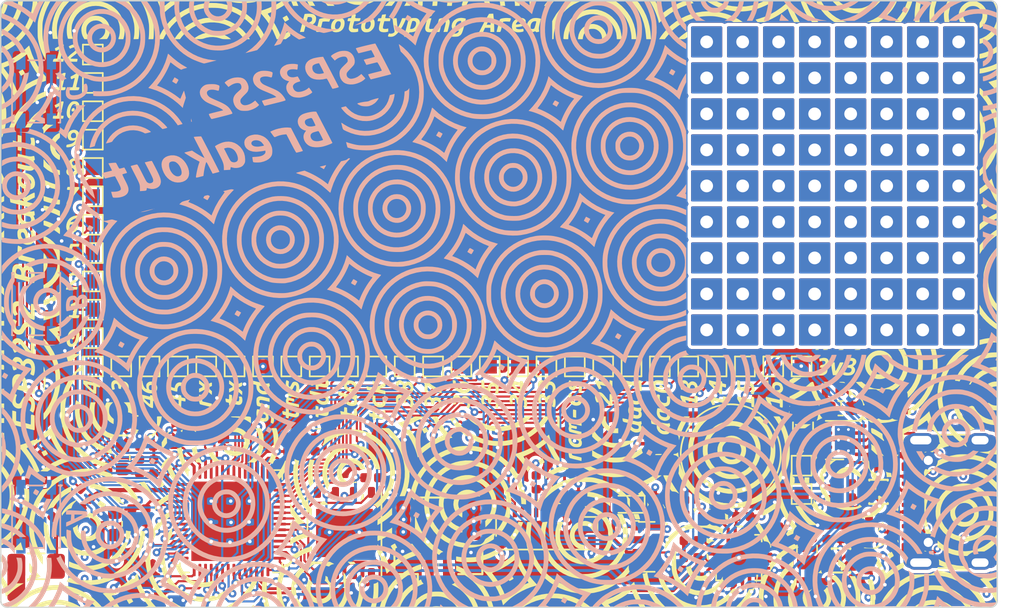
<source format=kicad_pcb>
(kicad_pcb (version 20221018) (generator pcbnew)
  (title_block (title "ESP32S2 Breakout") (date "2020-12-30") (rev "r1.0"))
  (layers (0 "F.Cu" signal) (1 "In1.Cu" signal) (2 "In2.Cu" signal) (31 "B.Cu" signal) (34 "B.Paste" user) (35 "F.Paste" user) (36 "B.SilkS" user "B.Silkscreen") (37 "F.SilkS" user "F.Silkscreen") (38 "B.Mask" user) (39 "F.Mask" user) (44 "Edge.Cuts" user))
  (net 0 "")
  (net 1 "GND")
  (net 2 "Net-(AE1-Pad1)")
  (net 3 "+3V3")
  (net 4 "/V_SYS")
  (net 5 "VBUS")
  (net 6 "/VCC_SPI")
  (net 7 "Net-(C3-Pad2)")
  (net 8 "Net-(C4-Pad2)")
  (net 9 "Net-(C5-Pad2)")
  (net 10 "Net-(C13-Pad1)")
  (net 11 "Net-(C19-Pad1)")
  (net 12 "Net-(C10-Pad1)")
  (net 13 "/U0RXD")
  (net 14 "/CC1")
  (net 15 "/xD+")
  (net 16 "/xD-")
  (net 17 "/CC2")
  (net 18 "/SHIELD")
  (net 19 "/VDD3P3")
  (net 20 "Net-(L1-Pad1)")
  (net 21 "/USB_N")
  (net 22 "/iD-")
  (net 23 "/USB_P")
  (net 24 "/iD+")
  (net 25 "Net-(C16-Pad1)")
  (net 26 "/SPI_~{HLD}-IO3")
  (net 27 "/SPI_~{WP}-IO2")
  (net 28 "/SPI_~{CS}")
  (net 29 "/SPI_SCK")
  (net 30 "/SPI_CIPO-IO1")
  (net 31 "/SPI_COPI-IO0")
  (net 32 "/GPIO7")
  (net 33 "Net-(C20-Pad1)")
  (net 34 "/SBU1")
  (net 35 "/SBU2")
  (net 36 "/GPIO8")
  (net 37 "Net-(AE1-Pad2)")
  (net 38 "/GPIO46")
  (net 39 "/BUTTON_B")
  (net 40 "/BUTTON_C")
  (net 41 "/BUTTON_A")
  (net 42 "/MTCK")
  (net 43 "/MTDO")
  (net 44 "/MTDI")
  (net 45 "/MTMS")
  (net 46 "/U0TXD")
  (net 47 "/V_BAT")
  (net 48 "/GPIO9")
  (net 49 "/GPIO10")
  (net 50 "Net-(R12-Pad2)")
  (net 51 "/GPIO11")
  (net 52 "Net-(R13-Pad2)")
  (net 53 "Net-(R14-Pad2)")
  (net 54 "/GPIO12")
  (net 55 "/GPIO14")
  (net 56 "/GPIO21")
  (net 57 "/DAC0")
  (net 58 "/DAC1")
  (net 59 "/GPIO15")
  (net 60 "/GPIO16")
  (net 61 "+5V")
  (net 62 "/RAM_~{CS}")
  (net 63 "/RTC_OUT")
  (net 64 "Net-(U6-Pad14)")
  (net 65 "/GPIO6")
  (net 66 "Net-(L3-Pad2)")
  (net 67 "Net-(L3-Pad1)")
  (net 68 "Net-(R18-Pad2)")
  (net 69 "Net-(R19-Pad2)")
  (net 70 "/GPIO4")
  (net 71 "/GPIO3")
  (net 72 "/GPIO5")
  (net 73 "/GPIO33")
  (net 74 "/GPIO34")
  (net 75 "/GPIO35")
  (net 76 "/GPIO36")
  (net 77 "/GPIO37")
  (net 78 "/GPIO38")
  (net 79 "/GPIO45")
  (footprint "TestPoint:TestPoint_Pad_1.0x1.0mm" (layer "F.Cu") (at 198 79)
    (fp_text reference "TP31" hide)
    (fp_text value "TestPoint" hide)
  )
  (footprint "TestPoint:TestPoint_Pad_1.0x1.0mm" (layer "F.Cu") (at 171.365 71.995)
    (fp_text reference "" hide)
    (fp_text value "" hide)
  )
  (footprint "TestPoint:TestPoint_Pad_1.0x1.0mm" (layer "F.Cu") (at 185.335 70.725)
    (fp_text reference "" hide)
    (fp_text value "" hide)
  )
  (footprint "TestPoint:TestPoint_Pad_1.0x1.0mm" (layer "F.Cu") (at 214 76.425)
    (fp_text reference "" hide)
    (fp_text value "" hide)
  )
  (footprint "TestPoint:TestPoint_Pad_1.0x1.0mm" (layer "F.Cu") (at 165.015 69.455)
    (fp_text reference "" hide)
    (fp_text value "" hide)
  )
  (footprint "TestPoint:TestPoint_Pad_1.0x1.0mm" (layer "F.Cu") (at 175.175 61.835)
    (fp_text reference "" hide)
    (fp_text value "" hide)
  )
  (footprint "TestPoint:TestPoint_Pad_1.0x1.0mm" (layer "F.Cu") (at 168.825 68.185)
    (fp_text reference "" hide)
    (fp_text value "" hide)
  )
  (footprint "TestPoint:TestPoint_Pad_1.0x1.0mm" (layer "F.Cu") (at 195.495 58.025)
    (fp_text reference "" hide)
    (fp_text value "" hide)
  )
  (footprint "Resistor_SMD:R_0402_1005Metric" (layer "F.Cu") (at 200.174999 91.2875)
    (fp_text reference "R14" hide)
    (fp_text value "10k" hide)
  )
  (footprint "TestPoint:TestPoint_Pad_1.0x1.0mm" (layer "F.Cu") (at 182.795 61.835)
    (fp_text reference "" hide)
    (fp_text value "" hide)
  )
  (footprint "TestPoint:TestPoint_Pad_1.0x1.0mm" (layer "F.Cu") (at 168.825 56.755)
    (fp_text reference "" hide)
    (fp_text value "" hide)
  )
  (footprint "TestPoint:TestPoint_Pad_1.0x1.0mm" (layer "F.Cu") (at 189.145 69.455)
    (fp_text reference "" hide)
    (fp_text value "" hide)
  )
  (footprint "TestPoint:TestPoint_Pad_1.0x1.0mm" (layer "F.Cu") (at 180.255 58.025)
    (fp_text reference "" hide)
    (fp_text value "" hide)
  )
  (footprint "TestPoint:TestPoint_Pad_1.0x1.0mm" (layer "F.Cu") (at 185.335 59.295)
    (fp_text reference "" hide)
    (fp_text value "" hide)
  )
  (footprint "TestPoint:TestPoint_Pad_1.0x1.0mm" (layer "F.Cu") (at 201.3 76.425)
    (fp_text reference "" hide)
    (fp_text value "" hide)
  )
  (footprint "TestPoint:TestPoint_Pad_1.0x1.0mm" (layer "F.Cu") (at 178.985 59.295)
    (fp_text reference "" hide)
    (fp_text value "" hide)
  )
  (footprint "TestPoint:TestPoint_Pad_1.0x1.0mm" (layer "F.Cu") (at 199.305 64.375)
    (fp_text reference "" hide)
    (fp_text value "" hide)
  )
  (footprint "TestPoint:TestPoint_Pad_1.0x1.0mm" (layer "F.Cu") (at 196.765 56.755)
    (fp_text reference "" hide)
    (fp_text value "" hide)
  )
  (footprint "TestPoint:TestPoint_Pad_1.0x1.0mm" (layer "F.Cu") (at 168 79 90)
    (fp_text reference "TP5" hide)
    (fp_text value "TestPoint" hide)
  )
  (footprint "TestPoint:TestPoint_Pad_1.0x1.0mm" (layer "F.Cu") (at 161.205 70.725)
    (fp_text reference "" hide)
    (fp_text value "" hide)
  )
  (footprint "TestPoint:TestPoint_Pad_1.0x1.0mm" (layer "F.Cu") (at 166 79 90)
    (fp_text reference "TP6" hide)
    (fp_text value "TestPoint" hide)
  )
  (footprint "TestPoint:TestPoint_Pad_1.0x1.0mm" (layer "F.Cu") (at 189.145 73.265)
    (fp_text reference "" hide)
    (fp_text value "" hide)
  )
  (footprint "TestPoint:TestPoint_Pad_1.0x1.0mm" (layer "F.Cu") (at 186.605 77.075)
    (fp_text reference "" hide)
    (fp_text value "" hide)
  )
  (footprint "TestPoint:TestPoint_Pad_1.0x1.0mm" (layer "F.Cu") (at 180.255 71.995)
    (fp_text reference "" hide)
    (fp_text value "" hide)
  )
  (footprint "TestPoint:TestPoint_Pad_1.0x1.0mm" (layer "F.Cu") (at 185.335 61.835)
    (fp_text reference "" hide)
    (fp_text value "" hide)
  )
  (footprint "TestPoint:TestPoint_Pad_1.0x1.0mm" (layer "F.Cu") (at 165.015 64.375)
    (fp_text reference "" hide)
    (fp_text value "" hide)
  )
  (footprint "TestPoint:TestPoint_Pad_1.0x1.0mm" (layer "F.Cu") (at 167.555 75.805)
    (fp_text reference "" hide)
    (fp_text value "" hide)
  )
  (footprint "TestPoint:TestPoint_Pad_1.0x1.0mm" (layer "F.Cu") (at 192.955 65.645)
    (fp_text reference "" hide)
    (fp_text value "" hide)
  )
  (footprint "TestPoint:TestPoint_Pad_1.0x1.0mm" (layer "F.Cu") (at 203.84 73.885)
    (fp_text reference "" hide)
    (fp_text value "" hide)
  )
  (footprint "TestPoint:TestPoint_Pad_1.0x1.0mm" (layer "F.Cu") (at 196.765 70.725)
    (fp_text reference "" hide)
    (fp_text value "" hide)
  )
  (footprint "TestPoint:TestPoint_Pad_1.0x1.0mm" (layer "F.Cu") (at 173.905 73.265)
    (fp_text reference "" hide)
    (fp_text value "" hide)
  )
  (footprint "Resistor_SMD:R_0402_1005Metric" (layer "F.Cu") (at 201.474999 89.5875)
    (fp_text reference "R13" hide)
    (fp_text value "10k" hide)
  )
  (footprint "TestPoint:TestPoint_Pad_1.0x1.0mm" (layer "F.Cu") (at 159.935 69.455)
    (fp_text reference "" hide)
    (fp_text value "" hide)
  )
  (footprint "Resistor_SMD:R_0402_1005Metric" (layer "F.Cu") (at 212.9 81.675 -90)
    (fp_text reference "R19" hide)
    (fp_text value "16.2k" hide)
  )
  (footprint "TestPoint:TestPoint_Pad_1.0x1.0mm" (layer "F.Cu") (at 191.685 73.265)
    (fp_text reference "" hide)
    (fp_text value "" hide)
  )
  (footprint "TestPoint:TestPoint_Pad_1.0x1.0mm" (layer "F.Cu") (at 184.065 73.265)
    (fp_text reference "" hide)
    (fp_text value "" hide)
  )
  (footprint "TestPoint:TestPoint_Pad_1.0x1.0mm" (layer "F.Cu") (at 166.285 60.565)
    (fp_text reference "" hide)
    (fp_text value "" hide)
  )
  (footprint "TestPoint:TestPoint_Pad_1.0x1.0mm" (layer "F.Cu") (at 196.765 60.565)
    (fp_text reference "" hide)
    (fp_text value "" hide)
  )
  (footprint "TestPoint:TestPoint_Pad_1.0x1.0mm" (layer "F.Cu") (at 196.765 68.185)
    (fp_text reference "" hide)
    (fp_text value "" hide)
  )
  (footprint "TestPoint:TestPoint_Pad_1.0x1.0mm" (layer "F.Cu") (at 167.555 58.025)
    (fp_text reference "" hide)
    (fp_text value "" hide)
  )
  (footprint "TestPoint:TestPoint_Pad_1.0x1.0mm" (layer "F.Cu") (at 201.3 58.645)
    (fp_text reference "" hide)
    (fp_text value "" hide)
  )
  (footprint "TestPoint:TestPoint_Pad_1.0x1.0mm" (layer "F.Cu") (at 161.205 58.025)
    (fp_text reference "" hide)
    (fp_text value "" hide)
  )
  (footprint "TestPoint:TestPoint_Pad_1.0x1.0mm" (layer "F.Cu") (at 208.92 68.805)
    (fp_text reference "" hide)
    (fp_text value "" hide)
  )
  (footprint "TestPoint:TestPoint_Pad_1.0x1.0mm" (layer "F.Cu") (at 202 79)
    (fp_text reference "TP19" hide)
    (fp_text value "TestPoint" hide)
  )
  (footprint "Capacitor_SMD:C_0402_1005Metric" (layer "F.Cu") (at 161.749998 89.509281 -90)
    (fp_text reference "C15" hide)
    (fp_text value "100n" hide)
  )
  (footprint "TestPoint:TestPoint_Pad_1.0x1.0mm" (layer "F.Cu") (at 186.605 59.295)
    (fp_text reference "" hide)
    (fp_text value "" hide)
  )
  (footprint "TestPoint:TestPoint_Pad_1.0x1.0mm" (layer "F.Cu") (at 203.84 71.345)
    (fp_text reference "" hide)
    (fp_text value "" hide)
  )
  (footprint "TestPoint:TestPoint_Pad_1.0x1.0mm" (layer "F.Cu") (at 192.955 66.915)
    (fp_text reference "" hide)
    (fp_text value "" hide)
  )
  (footprint "TestPoint:TestPoint_Pad_1.0x1.0mm" (layer "F.Cu") (at 189.145 71.995)
    (fp_text reference "" hide)
    (fp_text value "" hide)
  )
  (footprint "TestPoint:TestPoint_Pad_1.0x1.0mm" (layer "F.Cu") (at 198.035 74.535)
    (fp_text reference "" hide)
    (fp_text value "" hide)
  )
  (footprint "TestPoint:TestPoint_Pad_1.0x1.0mm" (layer "F.Cu") (at 161.205 64.375)
    (fp_text reference "" hide)
    (fp_text value "" hide)
  )
  (footprint "TestPoint:TestPoint_Pad_1.0x1.0mm" (layer "F.Cu") (at 186.605 58.025)
    (fp_text reference "" hide)
    (fp_text value "" hide)
  )
  (footprint "TestPoint:TestPoint_Pad_1.0x1.0mm" (layer "F.Cu") (at 163.745 65.645)
    (fp_text reference "" hide)
    (fp_text value "" hide)
  )
  (footprint "TestPoint:TestPoint_Pad_1.0x1.0mm" (layer "F.Cu") (at 171.365 65.645)
    (fp_text reference "" hide)
    (fp_text value "" hide)
  )
  (footprint "TestPoint:TestPoint_Pad_1.0x1.0mm" (layer "F.Cu") (at 166.285 75.805)
    (fp_text reference "" hide)
    (fp_text value "" hide)
  )
  (footprint "TestPoint:TestPoint_Pad_1.0x1.0mm" (layer "F.Cu") (at 184.065 74.535)
    (fp_text reference "" hide)
    (fp_text value "" hide)
  )
  (footprint "TestPoint:TestPoint_Pad_1.0x1.0mm" (layer "F.Cu") (at 163.745 74.535)
    (fp_text reference "" hide)
    (fp_text value "" hide)
  )
  (footprint "TestPoint:TestPoint_Pad_1.0x1.0mm" (layer "F.Cu") (at 176.445 70.725)
    (fp_text reference "" hide)
    (fp_text value "" hide)
  )
  (footprint "TestPoint:TestPoint_Pad_1.0x1.0mm" (layer "F.Cu") (at 195.495 56.755)
    (fp_text reference "" hide)
    (fp_text value "" hide)
  )
  (footprint "TestPoint:TestPoint_Pad_1.0x1.0mm" (layer "F.Cu") (at 185.335 68.185)
    (fp_text reference "" hide)
    (fp_text value "" hide)
  )
  (footprint "TestPoint:TestPoint_Pad_1.0x1.0mm" (layer "F.Cu") (at 162.475 70.725)
    (fp_text reference "" hide)
    (fp_text value "" hide)
  )
  (footprint "TestPoint:TestPoint_Pad_1.0x1.0mm" (layer "F.Cu") (at 198.035 77.075)
    (fp_text reference "" hide)
    (fp_text value "" hide)
  )
  (footprint "TestPoint:TestPoint_Pad_1.0x1.0mm" (layer "F.Cu") (at 198.035 66.915)
    (fp_text reference "" hide)
    (fp_text value "" hide)
  )
  (footprint "TestPoint:TestPoint_Pad_1.0x1.0mm" (layer "F.Cu") (at 173.905 58.025)
    (fp_text reference "" hide)
    (fp_text value "" hide)
  )
  (footprint "TestPoint:TestPoint_Pad_1.0x1.0mm" (layer "F.Cu") (at 195.495 74.535)
    (fp_text reference "" hide)
    (fp_text value "" hide)
  )
  (footprint "TestPoint:TestPoint_Pad_1.0x1.0mm" (layer "F.Cu") (at 199.305 66.915)
    (fp_text reference "" hide)
    (fp_text value "" hide)
  )
  (footprint "TestPoint:TestPoint_Pad_1.0x1.0mm" (layer "F.Cu") (at 206.38 61.185)
    (fp_text reference "" hide)
    (fp_text value "" hide)
  )
  (footprint "TestPoint:TestPoint_Pad_1.0x1.0mm" (layer "F.Cu") (at 158 57)
    (fp_text reference "TP17" hide)
    (fp_text value "TestPoint" hide)
  )
  (footprint "TestPoint:TestPoint_Pad_1.0x1.0mm" (layer "F.Cu") (at 163.745 71.995)
    (fp_text reference "" hide)
    (fp_text value "" hide)
  )
  (footprint "Capacitor_SMD:C_0402_1005Metric" (layer "F.Cu") (at 214.825 81.675 90)
    (fp_text reference "C25" hide)
    (fp_text value "4.7uF" hide)
  )
  (footprint "TestPoint:TestPoint_Pad_1.0x1.0mm" (layer "F.Cu") (at 173.905 65.645)
    (fp_text reference "" hide)
    (fp_text value "" hide)
  )
  (footprint "TestPoint:TestPoint_Pad_1.0x1.0mm" (layer "F.Cu") (at 167.555 65.645)
    (fp_text reference "" hide)
    (fp_text value "" hide)
  )
  (footprint "TestPoint:TestPoint_Pad_1.0x1.0mm" (layer "F.Cu") (at 173.905 64.375)
    (fp_text reference "" hide)
    (fp_text value "" hide)
  )
  (footprint "TestPoint:TestPoint_Pad_1.0x1.0mm" (layer "F.Cu") (at 206.38 68.805)
    (fp_text reference "" hide)
    (fp_text value "" hide)
  )
  (footprint "TestPoint:TestPoint_Pad_1.0x1.0mm" (layer "F.Cu") (at 208.92 73.885)
    (fp_text reference "" hide)
    (fp_text value "" hide)
  )
  (footprint "TestPoint:TestPoint_Pad_1.0x1.0mm" (layer "F.Cu") (at 184.065 75.805)
    (fp_text reference "" hide)
    (fp_text value "" hide)
  )
  (footprint "TestPoint:TestPoint_Pad_1.0x1.0mm" (layer "F.Cu") (at 186.605 68.185)
    (fp_text reference "" hide)
    (fp_text value "" hide)
  )
  (footprint "TestPoint:TestPoint_Pad_1.0x1.0mm" (layer "F.Cu") (at 185.335 64.375)
    (fp_text reference "" hide)
    (fp_text value "" hide)
  )
  (footprint "TestPoint:TestPoint_Pad_1.0x1.0mm" (layer "F.Cu") (at 187.875 56.755)
    (fp_text reference "" hide)
    (fp_text value "" hide)
  )
  (footprint "TestPoint:TestPoint_Pad_1.0x1.0mm" (layer "F.Cu") (at 171.365 75.805)
    (fp_text reference "" hide)
    (fp_text value "" hide)
  )
  (footprint "TestPoint:TestPoint_Pad_1.0x1.0mm" (layer "F.Cu") (at 180.255 70.725)
    (fp_text reference "" hide)
    (fp_text value "" hide)
  )
  (footprint "Diode_SMD:D_SOD-523" (layer "F.Cu") (at 195.775 88.725 180)
    (fp_text reference "D1" hide)
    (fp_text value "D_ALT" hide)
  )
  (footprint "TestPoint:TestPoint_Pad_1.0x1.0mm" (layer "F.Cu") (at 211.46 63.725)
    (fp_text reference "" hide)
    (fp_text value "" hide)
  )
  (footprint "TestPoint:TestPoint_Pad_1.0x1.0mm" (layer "F.Cu") (at 163.745 68.185)
    (fp_text reference "" hide)
    (fp_text value "" hide)
  )
  (footprint "TestPoint:TestPoint_Pad_1.0x1.0mm" (layer "F.Cu") (at 161.205 77.075)
    (fp_text reference "" hide)
    (fp_text value "" hide)
  )
  (footprint "TestPoint:TestPoint_Pad_1.0x1.0mm" (layer "F.Cu") (at 182.795 58.025)
    (fp_text reference "" hide)
    (fp_text value "" hide)
  )
  (footprint "TestPoint:TestPoint_Pad_1.0x1.0mm" (layer "F.Cu") (at 184.065 65.645)
    (fp_text reference "" hide)
    (fp_text value "" hide)
  )
  (footprint "TestPoint:TestPoint_Pad_1.0x1.0mm" (layer "F.Cu") (at 199.305 59.295)
    (fp_text reference "" hide)
    (fp_text value "" hide)
  )
  (footprint "Package_SON:WSON-8-1EP_6x5mm_P1.27mm_EP3.4x4mm" (layer "F.Cu") (at 175.75 90.75 90)
    (fp_text reference "U4" hide)
    (fp_text value "W25Q32JVZPIQ" hide)
  )
  (footprint "TestPoint:TestPoint_Pad_1.0x1.0mm" (layer "F.Cu") (at 194.225 71.995)
    (fp_text reference "" hide)
    (fp_text value "" hide)
  )
  (footprint "TestPoint:TestPoint_Pad_1.0x1.0mm" (layer "F.Cu") (at 176.445 63.105)
    (fp_text reference "" hide)
    (fp_text value "" hide)
  )
  (footprint "Capacitor_SMD:C_0402_1005Metric" (layer "F.Cu") (at 211.78125 90.6875 -90)
    (fp_text reference "C6" hide)
    (fp_text value "1uF" hide)
  )
  (footprint "TestPoint:TestPoint_Pad_1.0x1.0mm" (layer "F.Cu") (at 211.46 76.425)
    (fp_text reference "" hide)
    (fp_text value "" hide)
  )
  (footprint "TestPoint:TestPoint_Pad_1.0x1.0mm" (layer "F.Cu") (at 196.765 61.835)
    (fp_text reference "" hide)
    (fp_text value "" hide)
  )
  (footprint "TestPoint:TestPoint_Pad_1.0x1.0mm" (layer "F.Cu") (at 198.035 56.755)
    (fp_text reference "" hide)
    (fp_text value "" hide)
  )
  (footprint "TestPoint:TestPoint_Pad_1.0x1.0mm" (layer "F.Cu") (at 181.525 59.295)
    (fp_text reference "" hide)
    (fp_text value "" hide)
  )
  (footprint "TestPoint:TestPoint_Pad_1.0x1.0mm" (layer "F.Cu") (at 161.205 74.535)
    (fp_text reference "" hide)
    (fp_text value "" hide)
  )
  (footprint "TestPoint:TestPoint_Pad_1.0x1.0mm" (layer "F.Cu") (at 161.205 68.185)
    (fp_text reference "" hide)
    (fp_text value "" hide)
  )
  (footprint "TestPoint:TestPoint_Pad_1.0x1.0mm" (layer "F.Cu") (at 173.905 75.805)
    (fp_text reference "" hide)
    (fp_text value "" hide)
  )
  (footprint "TestPoint:TestPoint_Pad_1.0x1.0mm" (layer "F.Cu") (at 163.745 69.455)
    (fp_text reference "" hide)
    (fp_text value "" hide)
  )
  (footprint "TestPoint:TestPoint_Pad_1.0x1.0mm" (layer "F.Cu") (at 177.715 64.375)
    (fp_text reference "" hide)
    (fp_text value "" hide)
  )
  (footprint "TestPoint:TestPoint_Pad_1.0x1.0mm" (layer "F.Cu") (at 158 71)
    (fp_text reference "TP10" hide)
    (fp_text value "TestPoint" hide)
  )
  (footprint "TestPoint:TestPoint_Pad_1.0x1.0mm" (layer "F.Cu") (at 180.255 75.805)
    (fp_text reference "" hide)
    (fp_text value "" hide)
  )
  (footprint "TestPoint:TestPoint_Pad_1.0x1.0mm" (layer "F.Cu") (at 175.175 64.375)
    (fp_text reference "" hide)
    (fp_text value "" hide)
  )
  (footprint "TestPoint:TestPoint_Pad_1.0x1.0mm" (layer "F.Cu") (at 219.08 58.645)
    (fp_text reference "" hide)
    (fp_text value "" hide)
  )
  (footprint "TestPoint:TestPoint_Pad_1.0x1.0mm" (layer "F.Cu") (at 208 79)
    (fp_text reference "TP39" hide)
    (fp_text value "TestPoint" hide)
  )
  (footprint "TestPoint:TestPoint_Pad_1.0x1.0mm" (layer "F.Cu") (at 199.305 75.805)
    (fp_text reference "" hide)
    (fp_text value "" hide)
  )
  (footprint "TestPoint:TestPoint_Pad_1.0x1.0mm" (layer "F.Cu") (at 178.985 65.645)
    (fp_text reference "" hide)
    (fp_text value "" hide)
  )
  (footprint "TestPoint:TestPoint_Pad_1.0x1.0mm" (layer "F.Cu") (at 192.955 73.265)
    (fp_text reference "" hide)
    (fp_text value "" hide)
  )
  (footprint "TestPoint:TestPoint_Pad_1.0x1.0mm" (layer "F.Cu") (at 186.605 66.915)
    (fp_text reference "" hide)
    (fp_text value "" hide)
  )
  (footprint "TestPoint:TestPoint_Pad_1.0x1.0mm" (layer "F.Cu") (at 182.795 66.915)
    (fp_text reference "" hide)
    (fp_text value "" hide)
  )
  (footprint "TestPoint:TestPoint_Pad_1.0x1.0mm" (layer "F.Cu") (at 170.095 60.565)
    (fp_text reference "" hide)
    (fp_text value "" hide)
  )
  (footprint "TestPoint:TestPoint_Pad_1.0x1.0mm" (layer "F.Cu") (at 194.225 77.075)
    (fp_text reference "" hide)
    (fp_text value "" hide)
  )
  (footprint "TestPoint:TestPoint_Pad_1.0x1.0mm" (layer "F.Cu") (at 187.875 61.835)
    (fp_text reference "" hide)
    (fp_text value "" hide)
  )
  (footprint "TestPoint:TestPoint_Pad_1.0x1.0mm" (layer "F.Cu") (at 177.715 56.755)
    (fp_text reference "" hide)
    (fp_text value "" hide)
  )
  (footprint "TestPoint:TestPoint_Pad_1.0x1.0mm" (layer "F.Cu") (at 161.205 75.805)
    (fp_text reference "" hide)
    (fp_text value "" hide)
  )
  (footprint "TestPoint:TestPoint_Pad_1.0x1.0mm" (layer "F.Cu") (at 194.225 65.645)
    (fp_text reference "" hide)
    (fp_text value "" hide)
  )
  (footprint "TestPoint:TestPoint_Pad_1.0x1.0mm" (layer "F.Cu") (at 163.745 70.725)
    (fp_text reference "" hide)
    (fp_text value "" hide)
  )
  (footprint "TestPoint:TestPoint_Pad_1.0x1.0mm" (layer "F.Cu") (at 178.985 58.025)
    (fp_text reference "" hide)
    (fp_text value "" hide)
  )
  (footprint "TestPoint:TestPoint_Pad_1.0x1.0mm" (layer "F.Cu") (at 199.305 58.025)
    (fp_text reference "" hide)
    (fp_text value "" hide)
  )
  (footprint "TestPoint:TestPoint_Pad_1.0x1.0mm" (layer "F.Cu") (at 178.985 68.185)
    (fp_text reference "" hide)
    (fp_text value "" hide)
  )
  (footprint "TestPoint:TestPoint_Pad_1.0x1.0mm" (layer "F.Cu") (at 208.92 66.265)
    (fp_text reference "" hide)
    (fp_text value "" hide)
  )
  (footprint "TestPoint:TestPoint_Pad_1.0x1.0mm" (layer "F.Cu") (at 191.685 75.805)
    (fp_text reference "" hide)
    (fp_text value "" hide)
  )
  (footprint "TestPoint:TestPoint_Pad_1.0x1.0mm" (layer "F.Cu") (at 173.905 60.565)
    (fp_text reference "" hide)
    (fp_text value "" hide)
  )
  (footprint "TestPoint:TestPoint_Pad_1.0x1.0mm" (layer "F.Cu") (at 159.935 70.725)
    (fp_text reference "" hide)
    (fp_text value "" hide)
  )
  (footprint "TestPoint:TestPoint_Pad_1.0x1.0mm" (layer "F.Cu") (at 186.605 73.265)
    (fp_text reference "" hide)
    (fp_text value "" hide)
  )
  (footprint "TestPoint:TestPoint_Pad_1.0x1.0mm" (layer "F.Cu") (at 161.205 66.915)
    (fp_text reference "" hide)
    (fp_text value "" hide)
  )
  (footprint "TestPoint:TestPoint_Pad_1.0x1.0mm" (layer "F.Cu") (at 161.205 73.265)
    (fp_text reference "" hide)
    (fp_text value "" hide)
  )
  (footprint "TestPoint:TestPoint_Pad_1.0x1.0mm" (layer "F.Cu") (at 158 63)
    (fp_text reference "TP14" hide)
    (fp_text value "TestPoint" hide)
  )
  (footprint "gsd-footprints:Hirose_FH33-10S-0.5SH_1x10-1MP_P0.50mm_Horizontal" (layer "F.Cu") (at 190.022 90.918)
    (fp_text reference "J2" hide)
    (fp_text value "Conn_01x10_MountingPin" hide)
  )
  (footprint "TestPoint:TestPoint_Pad_1.0x1.0mm" (layer "F.Cu") (at 211.46 58.645)
    (fp_text reference "" hide)
    (fp_text value "" hide)
  )
  (footprint "TestPoint:TestPoint_Pad_1.0x1.0mm" (layer "F.Cu") (at 168.825 63.105)
    (fp_text reference "" hide)
    (fp_text value "" hide)
  )
  (footprint "Capacitor_SMD:C_0402_1005Metric" (layer "F.Cu") (at 164.314996 84.12428)
    (fp_text reference "C4" hide)
    (fp_text value "18pF" hide)
  )
  (footprint "TestPoint:TestPoint_Pad_1.0x1.0mm" (layer "F.Cu") (at 191.685 66.915)
    (fp_text reference "" hide)
    (fp_text value "" hide)
  )
  (footprint "TestPoint:TestPoint_Pad_1.0x1.0mm" (layer "F.Cu") (at 184.065 77.075)
    (fp_text reference "" hide)
    (fp_text value "" hide)
  )
  (footprint "TestPoint:TestPoint_Pad_1.0x1.0mm" (layer "F.Cu") (at 181.525 74.535)
    (fp_text reference "" hide)
    (fp_text value "" hide)
  )
  (footprint "Capacitor_SMD:C_0402_1005Metric" (layer "F.Cu") (at 203.874999 89.5875)
    (fp_text reference "C21" hide)
    (fp_text value "4.7uF" hide)
  )
  (footprint "TestPoint:TestPoint_Pad_1.0x1.0mm" (layer "F.Cu") (at 191.685 71.995)
    (fp_text reference "" hide)
    (fp_text value "" hide)
  )
  (footprint "TestPoint:TestPoint_Pad_1.0x1.0mm" (layer "F.Cu") (at 170.095 74.535)
    (fp_text reference "" hide)
    (fp_text value "" hide)
  )
  (footprint "TestPoint:TestPoint_Pad_1.0x1.0mm" (layer "F.Cu") (at 195.495 75.805)
    (fp_text reference "" hide)
    (fp_text value "" hide)
  )
  (footprint "TestPoint:TestPoint_Pad_1.0x1.0mm" (layer "F.Cu") (at 216.54 71.345)
    (fp_text reference "" hide)
    (fp_text value "" hide)
  )
  (footprint "TestPoint:TestPoint_Pad_1.0x1.0mm" (layer "F.Cu") (at 198.035 59.295)
    (fp_text reference "" hide)
    (fp_text value "" hide)
  )
  (footprint "TestPoint:TestPoint_Pad_1.0x1.0mm" (layer "F.Cu") (at 194.225 60.565)
    (fp_text reference "" hide)
    (fp_text value "" hide)
  )
  (footprint "TestPoint:TestPoint_Pad_1.0x1.0mm" (layer "F.Cu") (at 161.205 59.295)
    (fp_text reference "" hide)
    (fp_text value "" hide)
  )
  (footprint "TestPoint:TestPoint_Pad_1.0x1.0mm" (layer "F.Cu") (at 192.955 68.185)
    (fp_text reference "" hide)
    (fp_text value "" hide)
  )
  (footprint "TestPoint:TestPoint_Pad_1.0x1.0mm" (layer "F.Cu") (at 173.905 68.185)
    (fp_text reference "" hide)
    (fp_text value "" hide)
  )
  (footprint "TestPoint:TestPoint_Pad_1.0x1.0mm" (layer "F.Cu") (at 211.46 61.185)
    (fp_text reference "" hide)
    (fp_text value "" hide)
  )
  (footprint "Package_SON:WSON-10-1EP_2.5x2.5mm_P0.5mm_EP1.2x2mm_ThermalVias" (layer "F.Cu") (at 210.95 84.2 180)
    (fp_text reference "U7" hide)
    (fp_text value "TPS63900" hide)
  )
  (footprint "TestPoint:TestPoint_Pad_1.0x1.0mm" (layer "F.Cu") (at 206.38 58.645)
    (fp_text reference "" hide)
    (fp_text value "" hide)
  )
  (footprint "TestPoint:TestPoint_Pad_1.0x1.0mm" (layer "F.Cu") (at 180.255 77.075)
    (fp_text reference "" hide)
    (fp_text value "" hide)
  )
  (footprint "TestPoint:TestPoint_Pad_1.0x1.0mm" (layer "F.Cu") (at 166.285 71.995)
    (fp_text reference "" hide)
    (fp_text value "" hide)
  )
  (footprint "TestPoint:TestPoint_Pad_1.0x1.0mm" (layer "F.Cu") (at 162.475 77.075)
    (fp_text reference "" hide)
    (fp_text value "" hide)
  )
  (footprint "TestPoint:TestPoint_Pad_1.0x1.0mm" (layer "F.Cu") (at 165.015 60.565)
    (fp_text reference "" hide)
    (fp_text value "" hide)
  )
  (footprint "TestPoint:TestPoint_Pad_1.0x1.0mm" (layer "F.Cu") (at 167.555 61.835)
    (fp_text reference "" hide)
    (fp_text value "" hide)
  )
  (footprint "TestPoint:TestPoint_Pad_1.0x1.0mm" (layer "F.Cu") (at 219.08 61.185)
    (fp_text reference "" hide)
    (fp_text value "" hide)
  )
  (footprint "TestPoint:TestPoint_Pad_1.0x1.0mm" (layer "F.Cu") (at 159.935 58.025)
    (fp_text reference "" hide)
    (fp_text value "" hide)
  )
  (footprint "Package_SON:RTC_SMD_MicroCrystal_C3_2.5x3.7mm" (layer "F.Cu") (at 197.075 91.925)
    (fp_text reference "U5" hide)
    (fp_text value "RV-8803-C7" hide)
  )
  (footprint "TestPoint:TestPoint_Pad_1.0x1.0mm" (layer "F.Cu") (at 177.715 63.105)
    (fp_text reference "" hide)
    (fp_text value "" hide)
  )
  (footprint "TestPoint:TestPoint_Pad_1.0x1.0mm" (layer "F.Cu") (at 167.555 77.075)
    (fp_text reference "" hide)
    (fp_text value "" hide)
  )
  (footprint "TestPoint:TestPoint_Pad_1.0x1.0mm" (layer "F.Cu") (at 168.825 77.075)
    (fp_text reference "" hide)
    (fp_text value "" hide)
  )
  (footprint "TestPoint:TestPoint_Pad_1.0x1.0mm" (layer "F.Cu") (at 201.3 56.105)
    (fp_text reference "" hide)
    (fp_text value "" hide)
  )
  (footprint "TestPoint:TestPoint_Pad_1.0x1.0mm" (layer "F.Cu") (at 174 79 90)
    (fp_text reference "TP3" hide)
    (fp_text value "TestPoint" hide)
  )
  (footprint "TestPoint:TestPoint_Pad_1.0x1.0mm" (layer "F.Cu") (at 166.285 63.105)
    (fp_text reference "" hide)
    (fp_text value "" hide)
  )
  (footprint "TestPoint:TestPoint_Pad_1.0x1.0mm" (layer "F.Cu") (at 172.635 73.265)
    (fp_text reference "" hide)
    (fp_text value "" hide)
  )
  (footprint "TestPoint:TestPoint_Pad_1.0x1.0mm" (layer "F.Cu") (at 170.095 56.755)
    (fp_text reference "" hide)
    (fp_text value "" hide)
  )
  (footprint "TestPoint:TestPoint_Pad_1.0x1.0mm" (layer "F.Cu") (at 166.285 77.075)
    (fp_text reference "" hide)
    (fp_text value "" hide)
  )
  (footprint "TestPoint:TestPoint_Pad_1.0x1.0mm" (layer "F.Cu") (at 158 67)
    (fp_text reference "TP12" hide)
    (fp_text value "TestPoint" hide)
  )
  (footprint "TestPoint:TestPoint_Pad_1.0x1.0mm" (layer "F.Cu") (at 176.445 77.075)
    (fp_text reference "" hide)
    (fp_text value "" hide)
  )
  (footprint "TestPoint:TestPoint_Pad_1.0x1.0mm" (layer "F.Cu") (at 198.035 71.995)
    (fp_text reference "" hide)
    (fp_text value "" hide)
  )
  (footprint "TestPoint:TestPoint_Pad_1.0x1.0mm" (layer "F.Cu") (at 214 63.725)
    (fp_text reference "" hide)
    (fp_text value "" hide)
  )
  (footprint "TestPoint:TestPoint_Pad_1.0x1.0mm" (layer "F.Cu") (at 167.555 64.375)
    (fp_text reference "" hide)
    (fp_text value "" hide)
  )
  (footprint "TestPoint:TestPoint_Pad_1.0x1.0mm" (layer "F.Cu") (at 171.365 68.185)
    (fp_text reference "" hide)
    (fp_text value "" hide)
  )
  (footprint "TestPoint:TestPoint_Pad_1.0x1.0mm" (layer "F.Cu") (at 196.765 63.105)
    (fp_text reference "" hide)
    (fp_text value "" hide)
  )
  (footprint "TestPoint:TestPoint_Pad_1.0x1.0mm" (layer "F.Cu") (at 166.285 64.375)
    (fp_text reference "" hide)
    (fp_text value "" hide)
  )
  (footprint "TestPoint:TestPoint_Pad_1.0x1.0mm" (layer "F.Cu") (at 185.335 69.455)
    (fp_text reference "" hide)
    (fp_text value "" hide)
  )
  (footprint "TestPoint:TestPoint_Pad_1.0x1.0mm" (layer "F.Cu") (at 177.715 60.565)
    (fp_text reference "" hide)
    (fp_text value "" hide)
  )
  (footprint "TestPoint:TestPoint_Pad_1.0x1.0mm" (layer "F.Cu") (at 184.065 64.375)
    (fp_text reference "" hide)
    (fp_text value "" hide)
  )
  (footprint "TestPoint:TestPoint_Pad_1.0x1.0mm" (layer "F.Cu") (at 198.035 63.105)
    (fp_text reference "" hide)
    (fp_text value "" hide)
  )
  (footprint "TestPoint:TestPoint_Pad_1.0x1.0mm" (layer "F.Cu") (at 208.92 76.425)
    (fp_text reference "" hide)
    (fp_text value "" hide)
  )
  (footprint "Resistor_SMD:R_0402_1005Metric" (layer "F.Cu") (at 213.824999 85.85)
    (fp_text reference "R3" hide)
    (fp_text value "5k1" hide)
  )
  (footprint "TestPoint:TestPoint_Pad_1.0x1.0mm" (layer "F.Cu") (at 158 75)
    (fp_text reference "TP36" hide)
    (fp_text value "TestPoint" hide)
  )
  (footprint "TestPoint:TestPoint_Pad_1.0x1.0mm" (layer "F.Cu") (at 171.365 56.755)
    (fp_text reference "" hide)
    (fp_text value "" hide)
  )
  (footprint "TestPoint:TestPoint_Pad_1.0x1.0mm" (layer "F.Cu") (at 172.635 60.565)
    (fp_text reference "" hide)
    (fp_text value "" hide)
  )
  (footprint "TestPoint:TestPoint_Pad_1.0x1.0mm" (layer "F.Cu") (at 185.335 71.995)
    (fp_text reference "" hide)
    (fp_text value "" hide)
  )
  (footprint "Resistor_SMD:R_0402_1005Metric" (layer "F.Cu") (at 211.065002 87.2725)
    (fp_text reference "R5" hide)
    (fp_text value "22R" hide)
  )
  (footprint "TestPoint:TestPoint_Pad_1.0x1.0mm" (layer "F.Cu") (at 162.475 58.025)
    (fp_text reference "" hide)
    (fp_text value "" hide)
  )
  (footprint "TestPoint:TestPoint_Pad_1.0x1.0mm" (layer "F.Cu") (at 159.935 77.075)
    (fp_text reference "" hide)
    (fp_text value "" hide)
  )
  (footprint "TestPoint:TestPoint_Pad_1.0x1.0mm" (layer "F.Cu") (at 168.825 66.915)
    (fp_text reference "" hide)
    (fp_text value "" hide)
  )
  (footprint "TestPoint:TestPoint_Pad_1.0x1.0mm" (layer "F.Cu") (at 214 58.645)
    (fp_text reference "" hide)
    (fp_text value "" hide)
  )
  (footprint "TestPoint:TestPoint_Pad_1.0x1.0mm" (layer "F.Cu") (at 178.985 64.375)
    (fp_text reference "" hide)
    (fp_text value "" hide)
  )
  (footprint "TestPoint:TestPoint_Pad_1.0x1.0mm" (layer "F.Cu") (at 195.495 77.075)
    (fp_text reference "" hide)
    (fp_text value "" hide)
  )
  (footprint "TestPoint:TestPoint_Pad_1.0x1.0mm" (layer "F.Cu") (at 182.795 71.995)
    (fp_text reference "" hide)
    (fp_text value "" hide)
  )
  (footprint "TestPoint:TestPoint_Pad_1.0x1.0mm" (layer "F.Cu") (at 192.955 71.995)
    (fp_text reference "" hide)
    (fp_text value "" hide)
  )
  (footprint "TestPoint:TestPoint_Pad_1.0x1.0mm" (layer "F.Cu") (at 182.795 63.105)
    (fp_text reference "" hide)
    (fp_text value "" hide)
  )
  (footprint "TestPoint:TestPoint_Pad_1.0x1.0mm" (layer "F.Cu") (at 182 79)
    (fp_text reference "TP27" hide)
    (fp_text value "TestPoint" hide)
  )
  (footprint "TestPoint:TestPoint_Pad_1.0x1.0mm" (layer "F.Cu") (at 184.065 68.185)
    (fp_text reference "" hide)
    (fp_text value "" hide)
  )
  (footprint "TestPoint:TestPoint_Pad_1.0x1.0mm" (layer "F.Cu") (at 167.555 73.265)
    (fp_text reference "" hide)
    (fp_text value "" hide)
  )
  (footprint "TestPoint:TestPoint_Pad_1.0x1.0mm" (layer "F.Cu") (at 192.955 63.105)
    (fp_text reference "" hide)
    (fp_text value "" hide)
  )
  (footprint "Resistor_SMD:R_0402_1005Metric" (layer "F.Cu") (at 213.875 81.675 -90)
    (fp_text reference "R18" hide)
    (fp_text value "36.5k" hide)
  )
  (footprint "TestPoint:TestPoint_Pad_1.0x1.0mm" (layer "F.Cu") (at 184.065 56.755)
    (fp_text reference "" hide)
    (fp_text value "" hide)
  )
  (footprint "TestPoint:TestPoint_Pad_1.0x1.0mm" (layer "F.Cu") (at 203.84 76.425)
    (fp_text reference "" hide)
    (fp_text value "" hide)
  )
  (footprint "TestPoint:TestPoint_Pad_1.0x1.0mm" (layer "F.Cu") (at 196.765 77.075)
    (fp_text reference "" hide)
    (fp_text value "" hide)
  )
  (footprint "TestPoint:TestPoint_Pad_1.0x1.0mm" (layer "F.Cu") (at 159.935 65.645)
    (fp_text reference "" hide)
    (fp_text value "" hide)
  )
  (footprint "TestPoint:TestPoint_Pad_1.0x1.0mm" (layer "F.Cu") (at 178.985 77.075)
    (fp_text reference "" hide)
    (fp_text value "" hide)
  )
  (footprint "TestPoint:TestPoint_Pad_1.0x1.0mm" (layer "F.Cu") (at 167.555 60.565)
    (fp_text reference "" hide)
    (fp_text value "" hide)
  )
  (footprint "TestPoint:TestPoint_Pad_1.0x1.0mm" (layer "F.Cu") (at 181.525 66.915)
    (fp_text reference "" hide)
    (fp_text value "" hide)
  )
  (footprint "TestPoint:TestPoint_Pad_1.0x1.0mm" (layer "F.Cu") (at 199.305 56.755)
    (fp_text reference "" hide)
    (fp_text value "" hide)
  )
  (footprint "TestPoint:TestPoint_Pad_1.0x1.0mm" (layer "F.Cu") (at 170.095 73.265)
    (fp_text reference "" hide)
    (fp_text value "" hide)
  )
  (footprint "TestPoint:TestPoint_Pad_1.0x1.0mm" (layer "F.Cu") (at 177.715 65.645)
    (fp_text reference "" hide)
    (fp_text value "" hide)
  )
  (footprint "TestPoint:TestPoint_Pad_1.0x1.0mm" (layer "F.Cu") (at 167.555 63.105)
    (fp_text reference "" hide)
    (fp_text value "" hide)
  )
  (footprint "TestPoint:TestPoint_Pad_1.0x1.0mm" (layer "F.Cu") (at 219.08 68.805)
    (fp_text reference "" hide)
    (fp_text value "" hide)
  )
  (footprint "TestPoint:TestPoint_Pad_1.0x1.0mm" (layer "F.Cu") (at 168.825 73.265)
    (fp_text reference "" hide)
    (fp_text value "" hide)
  )
  (footprint "TestPoint:TestPoint_Pad_1.0x1.0mm" (layer "F.Cu") (at 173.905 59.295)
    (fp_text reference "" hide)
    (fp_text value "" hide)
  )
  (footprint "Capacitor_SMD:C_0402_1005Metric" (layer "F.Cu") (at 210.78125 90.6875 -90)
    (fp_text reference "C5" hide)
    (fp_text value "6.8pF" hide)
  )
  (footprint "TestPoint:TestPoint_Pad_1.0x1.0mm" (layer "F.Cu") (at 216.54 61.185)
    (fp_text reference "" hide)
    (fp_text value "" hide)
  )
  (footprint "TestPoint:TestPoint_Pad_1.0x1.0mm" (layer "F.Cu") (at 172.635 70.725)
    (fp_text reference "" hide)
    (fp_text value "" hide)
  )
  (footprint "TestPoint:TestPoint_Pad_1.0x1.0mm" (layer "F.Cu") (at 190 79)
    (fp_text reference "TP23" hide)
    (fp_text value "TestPoint" hide)
  )
  (footprint "TestPoint:TestPoint_Pad_1.0x1.0mm" (layer "F.Cu") (at 170.095 68.185)
    (fp_text reference "" hide)
    (fp_text value "" hide)
  )
  (footprint "TestPoint:TestPoint_Pad_1.0x1.0mm" (layer "F.Cu") (at 166.285 70.725)
    (fp_text reference "" hide)
    (fp_text value "" hide)
  )
  (footprint "TestPoint:TestPoint_Pad_1.0x1.0mm" (layer "F.Cu") (at 175.175 58.025)
    (fp_text reference "" hide)
    (fp_text value "" hide)
  )
  (footprint "TestPoint:TestPoint_Pad_1.0x1.0mm" (layer "F.Cu") (at 194.225 68.185)
    (fp_text reference "" hide)
    (fp_text value "" hide)
  )
  (footprint "Resistor_SMD:R_0402_1005Metric" (layer "F.Cu") (at 189.275 87.175 -90)
    (fp_text reference "R17" hide)
    (fp_text value "100R" hide)
  )
  (footprint "TestPoint:TestPoint_Pad_1.0x1.0mm" (layer "F.Cu") (at 181.525 56.755)
    (fp_text reference "" hide)
    (fp_text value "" hide)
  )
  (footprint "Resistor_SMD:R_0402_1005Metric" (layer "F.Cu") (at 196.125 86.875 -90)
    (fp_text reference "R11" hide)
    (fp_text value "100R" hide)
  )
  (footprint "Capacitor_SMD:C_0402_1005Metric" (layer "F.Cu") (at 210.2 80.75)
    (fp_text reference "C23" hide)
    (fp_text value "2.2uF" hide)
  )
  (footprint "TestPoint:TestPoint_Pad_1.0x1.0mm" (layer "F.Cu") (at 178.985 63.105)
    (fp_text reference "" hide)
    (fp_text value "" hide)
  )
  (footprint "TestPoint:TestPoint_Pad_1.0x1.0mm" (layer "F.Cu") (at 177.715 74.535)
    (fp_text reference "" hide)
    (fp_text value "" hide)
  )
  (footprint "TestPoint:TestPoint_Pad_1.0x1.0mm" (layer "F.Cu") (at 189.145 64.375)
    (fp_text reference "" hide)
    (fp_text value "" hide)
  )
  (footprint "TestPoint:TestPoint_Pad_1.0x1.0mm" (layer "F.Cu") (at 172.635 71.995)
    (fp_text reference "" hide)
    (fp_text value "" hide)
  )
  (footprint "TestPoint:TestPoint_Pad_1.0x1.0mm" (layer "F.Cu") (at 185.335 60.565)
    (fp_text reference "" hide)
    (fp_text value "" hide)
  )
  (footprint "TestPoint:TestPoint_Pad_1.0x1.0mm" (layer "F.Cu") (at 176.445 66.915)
    (fp_text reference "" hide)
    (fp_text value "" hide)
  )
  (footprint "TestPoint:TestPoint_Pad_1.0x1.0mm" (layer "F.Cu") (at 177.715 61.835)
    (fp_text reference "" hide)
    (fp_text value "" hide)
  )
  (footprint "TestPoint:TestPoint_Pad_1.0x1.0mm" (layer "F.Cu") (at 198.035 65.645)
    (fp_text reference "" hide)
    (fp_text value "" hide)
  )
  (footprint "TestPoint:TestPoint_Pad_1.0x1.0mm" (layer "F.Cu") (at 192.955 74.535)
    (fp_text reference "" hide)
    (fp_text value "" hide)
  )
  (footprint "TestPoint:TestPoint_Pad_1.0x1.0mm" (layer "F.Cu") (at 194.225 59.295)
    (fp_text reference "" hide)
    (fp_text value "" hide)
  )
  (footprint "TestPoint:TestPoint_Pad_1.0x1.0mm" (layer "F.Cu") (at 162.475 64.375)
    (fp_text reference "" hide)
    (fp_text value "" hide)
  )
  (footprint "TestPoint:TestPoint_Pad_1.0x1.0mm" (layer "F.Cu") (at 168.825 60.565)
    (fp_text reference "" hide)
    (fp_text value "" hide)
  )
  (footprint "TestPoint:TestPoint_Pad_1.0x1.0mm" (layer "F.Cu") (at 181.525 61.835)
    (fp_text reference "" hide)
    (fp_text value "" hide)
  )
  (footprint "TestPoint:TestPoint_Pad_1.0x1.0mm" (layer "F.Cu") (at 182.795 59.295)
    (fp_text reference "" hide)
    (fp_text value "" hide)
  )
  (footprint "TestPoint:TestPoint_Pad_1.0x1.0mm" (layer "F.Cu") (at 161.205 63.105)
    (fp_text reference "" hide)
    (fp_text value "" hide)
  )
  (footprint "Battery:BatteryHolder_Seiko_MS621F" (layer "F.Cu") (at 198 85.2 180)
    (fp_text reference "C16" hide)
    (fp_text value "CP1" hide)
  )
  (footprint "TestPoint:TestPoint_Pad_1.0x1.0mm" (layer "F.Cu") (at 158 77)
    (fp_text reference "TP35" hide)
    (fp_text value "TestPoint" hide)
  )
  (footprint "TestPoint:TestPoint_Pad_1.0x1.0mm" (layer "F.Cu") (at 191.685 64.375)
    (fp_text reference "" hide)
    (fp_text value "" hide)
  )
  (footprint "TestPoint:TestPoint_Pad_1.0x1.0mm" (layer "F.Cu") (at 185.335 56.755)
    (fp_text reference "" hide)
    (fp_text value "" hide)
  )
  (footprint "Capacitor_SMD:C_0402_1005Metric" (layer "F.Cu") (at 173.69 84.5 90)
    (fp_text reference "C17" hide)
    (fp_text value "2.2uF" hide)
  )
  (footprint "Package_DFN_QFN:QFN-56-1EP_7x7mm_P0.4mm_EP5.6x5.6mm" (layer "F.Cu") (at 167.749999 89.92428)
    (fp_text reference "U3" hide)
    (fp_text value "ESP32-S2" hide)
  )
  (footprint "TestPoint:TestPoint_Pad_1.0x1.0mm" (layer "F.Cu") (at 196 79)
    (fp_text reference "TP32" hide)
    (fp_text value "TestPoint" hide)
  )
  (footprint "TestPoint:TestPoint_Pad_1.0x1.0mm" (layer "F.Cu") (at 186.605 71.995)
    (fp_text reference "" hide)
    (fp_text value "" hide)
  )
  (footprint "TestPoint:TestPoint_Pad_1.0x1.0mm" (layer "F.Cu") (at 191.685 63.105)
    (fp_text reference "" hide)
    (fp_text value "" hide)
  )
  (footprint "gsd-footprints:SOT-666" (layer "F.Cu") (at 210.78125 92.687501 180)
    (fp_text reference "U2" hide)
    (fp_text value "TLV62569DRL" hide)
  )
  (footprint "TestPoint:TestPoint_Pad_1.0x1.0mm" (layer "F.Cu") (at 211.46 68.805)
    (fp_text reference "" hide)
    (fp_text value "" hide)
  )
  (footprint "TestPoint:TestPoint_Pad_1.0x1.0mm" (layer "F.Cu") (at 180.255 65.645)
    (fp_text reference "" hide)
    (fp_text value "" hide)
  )
  (footprint "TestPoint:TestPoint_Pad_1.0x1.0mm" (layer "F.Cu") (at 159.935 68.185)
    (fp_text reference "" hide)
    (fp_text value "" hide)
  )
  (footprint "TestPoint:TestPoint_Pad_1.0x1.0mm" (layer "F.Cu") (at 219.08 63.725)
    (fp_text reference "" hide)
    (fp_text value "" hide)
  )
  (footprint "TestPoint:TestPoint_Pad_1.0x1.0mm" (layer "F.Cu") (at 172.635 66.915)
    (fp_text reference "" hide)
    (fp_text value "" hide)
  )
  (footprint "TestPoint:TestPoint_Pad_1.0x1.0mm" (layer "F.Cu") (at 190.415 66.915)
    (fp_text reference "" hide)
    (fp_text value "" hide)
  )
  (footprint "TestPoint:TestPoint_Pad_1.0x1.0mm" (layer "F.Cu") (at 159.935 74.535)
    (fp_text reference "" hide)
    (fp_text value "" hide)
  )
  (footprint "TestPoint:TestPoint_Pad_1.0x1.0mm" (layer "F.Cu") (at 199.305 65.645)
    (fp_text reference "" hide)
    (fp_text value "" hide)
  )
  (footprint "TestPoint:TestPoint_Pad_1.0x1.0mm" (layer "F.Cu") (at 190.415 73.265)
    (fp_text reference "" hide)
    (fp_text value "" hide)
  )
  (footprint "TestPoint:TestPoint_Pad_1.0x1.0mm" (layer "F.Cu") (at 176.445 74.535)
    (fp_text reference "" hide)
    (fp_text value "" hide)
  )
  (footprint "TestPoint:TestPoint_Pad_1.0x1.0mm" (layer "F.Cu") (at 178.985 60.565)
    (fp_text reference "" hide)
    (fp_text value "" hide)
  )
  (footprint "TestPoint:TestPoint_Pad_1.0x1.0mm" (layer "F.Cu") (at 166.285 56.755)
    (fp_text reference "" hide)
    (fp_text value "" hide)
  )
  (footprint "TestPoint:TestPoint_Pad_1.0x1.0mm" (layer "F.Cu") (at 199.305 70.725)
    (fp_text reference "" hide)
    (fp_text value "" hide)
  )
  (footprint "TestPoint:TestPoint_Pad_1.0x1.0mm" (layer "F.Cu") (at 162.475 74.535)
    (fp_text reference "" hide)
    (fp_text value "" hide)
  )
  (footprint "TestPoint:TestPoint_Pad_1.0x1.0mm" (layer "F.Cu") (at 168.825 58.025)
    (fp_text reference "" hide)
    (fp_text value "" hide)
  )
  (footprint "TestPoint:TestPoint_Pad_1.0x1.0mm" (layer "F.Cu") (at 163.745 64.375)
    (fp_text reference "" hide)
    (fp_text value "" hide)
  )
  (footprint "TestPoint:TestPoint_Pad_1.0x1.0mm" (layer "F.Cu") (at 162.475 56.755)
    (fp_text reference "" hide)
    (fp_text value "" hide)
  )
  (footprint "TestPoint:TestPoint_Pad_1.0x1.0mm" (layer "F.Cu") (at 195.495 60.565)
    (fp_text reference "" hide)
    (fp_text value "" hide)
  )
  (footprint "TestPoint:TestPoint_Pad_1.0x1.0mm" (layer "F.Cu") (at 194.225 63.105)
    (fp_text reference "" hide)
    (fp_text value "" hide)
  )
  (footprint "TestPoint:TestPoint_Pad_1.0x1.0mm" (layer "F.Cu") (at 162 79)
    (fp_text reference "TP30" hide)
    (fp_text value "TestPoint" hide)
  )
  (footprint "TestPoint:TestPoint_Pad_1.0x1.0mm" (layer "F.Cu") (at 190.415 70.725)
    (fp_text reference "" hide)
    (fp_text value "" hide)
  )
  (footprint "TestPoint:TestPoint_Pad_1.0x1.0mm" (layer "F.Cu") (at 187.875 69.455)
    (fp_text reference "" hide)
    (fp_text value "" hide)
  )
  (footprint "TestPoint:TestPoint_Pad_1.0x1.0mm" (layer "F.Cu") (at 194.225 75.805)
    (fp_text reference "" hide)
    (fp_text value "" hide)
  )
  (footprint "TestPoint:TestPoint_Pad_1.0x1.0mm" (layer "F.Cu") (at 158 73)
    (fp_text reference "TP37" hide)
    (fp_text value "TestPoint" hide)
  )
  (footprint "TestPoint:TestPoint_Pad_1.0x1.0mm" (layer "F.Cu") (at 184.065 70.725)
    (fp_text reference "" hide)
    (fp_text value "" hide)
  )
  (footprint "TestPoint:TestPoint_Pad_1.0x1.0mm" (layer "F.Cu") (at 171.365 66.915)
    (fp_text reference "" hide)
    (fp_text value "" hide)
  )
  (footprint "TestPoint:TestPoint_Pad_1.0x1.0mm" (layer "F.Cu") (at 186 79)
    (fp_text reference "TP25" hide)
    (fp_text value "TestPoint" hide)
  )
  (footprint "TestPoint:TestPoint_Pad_1.0x1.0mm" (layer "F.Cu") (at 180.255 68.185)
    (fp_text reference "" hide)
    (fp_text value "" hide)
  )
  (footprint "TestPoint:TestPoint_Pad_1.0x1.0mm" (layer "F.Cu") (at 172.635 77.075)
    (fp_text reference "" hide)
    (fp_text value "" hide)
  )
  (footprint "TestPoint:TestPoint_Pad_1.0x1.0mm" (layer "F.Cu") (at 175.175 66.915)
    (fp_text reference "" hide)
    (fp_text value "" hide)
  )
  (footprint "TestPoint:TestPoint_Pad_1.0x1.0mm" (layer "F.Cu") (at 194.225 73.265)
    (fp_text reference "" hide)
    (fp_text value "" hide)
  )
  (footprint "TestPoint:TestPoint_Pad_1.0x1.0mm" (layer "F.Cu") (at 195.495 71.995)
    (fp_text reference "" hide)
    (fp_text value "" hide)
  )
  (footprint "TestPoint:TestPoint_Pad_1.0x1.0mm" (layer "F.Cu") (at 161.205 65.645)
    (fp_text reference "" hide)
    (fp_text value "" hide)
  )
  (footprint "TestPoint:TestPoint_Pad_1.0x1.0mm" (layer "F.Cu") (at 216.54 58.645)
    (fp_text reference "" hide)
    (fp_text value "" hide)
  )
  (footprint "TestPoint:TestPoint_Pad_1.0x1.0mm" (layer "F.Cu") (at 196.765 75.805)
    (fp_text reference "" hide)
    (fp_text value "" hide)
  )
  (footprint "TestPoint:TestPoint_Pad_1.0x1.0mm" (layer "F.Cu") (at 168.825 61.835)
    (fp_text reference "" hide)
    (fp_text value "" hide)
  )
  (footprint "TestPoint:TestPoint_Pad_1.0x1.0mm" (layer "F.Cu") (at 165.015 70.725)
    (fp_text reference "" hide)
    (fp_text value "" hide)
  )
  (footprint "Inductor_SMD:L_0402_1005Metric" (layer "F.Cu") (at 160.749998 89.509281 90)
    (fp_text reference "FB2" hide)
    (fp_text value "240R" hide)
  )
  (footprint "TestPoint:TestPoint_Pad_1.0x1.0mm" (layer "F.Cu") (at 186.605 70.725)
    (fp_text reference "" hide)
    (fp_text value "" hide)
  )
  (footprint "TestPoint:TestPoint_Pad_1.0x1.0mm" (layer "F.Cu") (at 158 79)
    (fp_text reference "TP8" hide)
    (fp_text value "TestPoint" hide)
  )
  (footprint "TestPoint:TestPoint_Pad_1.0x1.0mm" (layer "F.Cu") (at 175.175 75.805)
    (fp_text reference "" hide)
    (fp_text value "" hide)
  )
  (footprint "TestPoint:TestPoint_Pad_1.0x1.0mm" (layer "F.Cu") (at 178.985 71.995)
    (fp_text reference "" hide)
    (fp_text value "" hide)
  )
  (footprint "TestPoint:TestPoint_Pad_1.0x1.0mm" (layer "F.Cu") (at 158 65)
    (fp_text reference "TP13" hide)
    (fp_text value "TestPoint" hide)
  )
  (footprint "TestPoint:TestPoint_Pad_1.0x1.0mm" (layer "F.Cu") (at 170.095 71.995)
    (fp_text reference "" hide)
    (fp_text value "" hide)
  )
  (footprint "TestPoint:TestPoint_Pad_1.0x1.0mm" (layer "F.Cu") (at 199.305 61.835)
    (fp_text reference "" hide)
    (fp_text value "" hide)
  )
  (footprint "TestPoint:TestPoint_Pad_1.0x1.0mm" (layer "F.Cu") (at 180.255 56.755)
    (fp_text reference "" hide)
    (fp_text value "" hide)
  )
  (footprint "Capacitor_SMD:C_0402_1005Metric" (layer "F.Cu") (at 164.314997 82.94928)
    (fp_text reference "C3" hide)
    (fp_text value "18pF" hide)
  )
  (footprint "TestPoint:TestPoint_Pad_1.0x1.0mm" (layer "F.Cu") (at 208.92 56.105)
    (fp_text reference "" hide)
    (fp_text value "" hide)
  )
  (footprint "TestPoint:TestPoint_Pad_1.0x1.0mm" (layer "F.Cu") (at 199.305 68.185)
    (fp_text reference "" hide)
    (fp_text value "" hide)
  )
  (footprint "TestPoint:TestPoint_Pad_1.0x1.0mm" (layer "F.Cu") (at 172.635 58.025)
    (fp_text reference "" hide)
    (fp_text value "" hide)
  )
  (footprint "TestPoint:TestPoint_Pad_1.0x1.0mm" (layer "F.Cu") (at 167.555 71.995)
    (fp_text reference "" hide)
    (fp_text value "" hide)
  )
  (footprint "TestPoint:TestPoint_Pad_1.0x1.0mm" (layer "F.Cu") (at 208.92 61.185)
    (fp_text reference "" hide)
    (fp_text value "" hide)
  )
  (footprint "Resistor_SMD:R_0402_1005Metric" (layer "F.Cu") (at 211.065001 88.2725)
    (fp_text reference "R4" hide)
    (fp_text value "22R" hide)
  )
  (footprint "gsd-footprints:BM02B-GHS-TBT" (layer "F.Cu") (at 182.375 93.2 180)
    (fp_text reference "J4" hide)
    (fp_text value "JST" hide)
  )
  (footprint "TestPoint:TestPoint_Pad_1.0x1.0mm" (layer "F.Cu") (at 166.285 58.025)
    (fp_text reference "" hide)
    (fp_text value "" hide)
  )
  (footprint "TestPoint:TestPoint_Pad_1.0x1.0mm" (layer "F.Cu") (at 171.365 70.725)
    (fp_text reference "" hide)
    (fp_text value "" hide)
  )
  (footprint "TestPoint:TestPoint_Pad_1.0x1.0mm" (layer "F.Cu") (at 177.715 73.265)
    (fp_text reference "" hide)
    (fp_text value "" hide)
  )
  (footprint "TestPoint:TestPoint_Pad_1.0x1.0mm" (layer "F.Cu") (at 180.255 69.455)
    (fp_text reference "" hide)
    (fp_text value "" hide)
  )
  (footprint "TestPoint:TestPoint_Pad_1.0x1.0mm" (layer "F.Cu") (at 195.495 65.645)
    (fp_text reference "" hide)
    (fp_text value "" hide)
  )
  (footprint "TestPoint:TestPoint_Pad_1.0x1.0mm" (layer "F.Cu") (at 196.765 59.295)
    (fp_text reference "" hide)
    (fp_text value "" hide)
  )
  (footprint "TestPoint:TestPoint_Pad_1.0x1.0mm" (layer "F.Cu") (at 195.495 73.265)
    (fp_text reference "" hide)
    (fp_text value "" hide)
  )
  (footprint "TestPoint:TestPoint_Pad_1.0x1.0mm" (layer "F.Cu") (at 176.445 73.265)
    (fp_text reference "" hide)
    (fp_text value "" hide)
  )
  (footprint "TestPoint:TestPoint_Pad_1.0x1.0mm" (layer "F.Cu") (at 192.955 56.755)
    (fp_text reference "" hide)
    (fp_text value "" hide)
  )
  (footprint "TestPoint:TestPoint_Pad_1.0x1.0mm" (layer "F.Cu") (at 194.225 74.535)
    (fp_text reference "" hide)
    (fp_text value "" hide)
  )
  (footprint "Capacitor_SMD:C_0402_1005Metric" (layer "F.Cu") (at 162.299997 86.04928 90)
    (fp_text reference "C13" hide)
    (fp_text value "100n" hide)
  )
  (footprint "TestPoint:TestPoint_Pad_1.0x1.0mm" (layer "F.Cu") (at 170.095 66.915)
    (fp_text reference "" hide)
    (fp_text value "" hide)
  )
  (footprint "TestPoint:TestPoint_Pad_1.0x1.0mm" (layer "F.Cu") (at 177.715 66.915)
    (fp_text reference "" hide)
    (fp_text value "" hide)
  )
  (footprint "TestPoint:TestPoint_Pad_1.0x1.0mm" (layer "F.Cu") (at 206.38 63.725)
    (fp_text reference "" hide)
    (fp_text value "" hide)
  )
  (footprint "TestPoint:TestPoint_Pad_1.0x1.0mm" (layer "F.Cu") (at 194.225 69.455)
    (fp_text reference "" hide)
    (fp_text value "" hide)
  )
  (footprint "Capacitor_SMD:C_0402_1005Metric" (layer "F.Cu") (at 177.65 86.85)
    (fp_text reference "C2" hide)
    (fp_text value "2.2uF" hide)
  )
  (footprint "led-clock:Crystal_SMD_4Pin_2.0x1.6mm" (layer "F.Cu") (at 166.564995 83.57428 90)
    (fp_text reference "Y1" hide)
    (fp_text value "40MHz" hide)
  )
  (footprint "TestPoint:TestPoint_Pad_1.0x1.0mm" (layer "F.Cu") (at 168.825 74.535)
    (fp_text reference "" hide)
    (fp_text value "" hide)
  )
  (footprint "TestPoint:TestPoint_Pad_1.0x1.0mm" (layer "F.Cu") (at 192.955 59.295)
    (fp_text reference "" hide)
    (fp_text value "" hide)
  )
  (footprint "TestPoint:TestPoint_Pad_1.0x1.0mm" (layer "F.Cu") (at 203.84 61.185)
    (fp_text reference "" hide)
    (fp_text value "" hide)
  )
  (footprint "TestPoint:TestPoint_Pad_1.0x1.0mm" (layer "F.Cu") (at 173.905 61.835)
    (fp_text reference "" hide)
    (fp_text value "" hide)
  )
  (footprint "TestPoint:TestPoint_Pad_1.0x1.0mm" (layer "F.Cu") (at 175.175 74.535)
    (fp_text reference "" hide)
    (fp_text value "" hide)
  )
  (footprint "TestPoint:TestPoint_Pad_1.0x1.0mm" (layer "F.Cu") (at 177.715 68.185)
    (fp_text reference "" hide)
    (fp_text value "" hide)
  )
  (footprint "TestPoint:TestPoint_Pad_1.0x1.0mm" (layer "F.Cu") (at 165.015 73.265)
    (fp_text reference "" hide)
    (fp_text value "" hide)
  )
  (footprint "Resistor_SMD:R_0402_1005Metric" (layer "F.Cu") (at 199.29 88.425)
    (fp_text reference "R16" hide)
    (fp_text value "10k" hide)
  )
  (footprint "TestPoint:TestPoint_Pad_1.0x1.0mm" (layer "F.Cu") (at 185.335 75.805)
    (fp_text reference "" hide)
    (fp_text value "" hide)
  )
  (footprint "TestPoint:TestPoint_Pad_1.0x1.0mm" (layer "F.Cu") (at 178 79 90)
    (fp_text reference "TP1" hide)
    (fp_text value "TestPoint" hide)
  )
  (footprint "TestPoint:TestPoint_Pad_1.0x1.0mm" (layer "F.Cu") (at 199.305 60.565)
    (fp_text reference "" hide)
    (fp_text value "" hide)
  )
  (footprint "TestPoint:TestPoint_Pad_1.0x1.0mm" (layer "F.Cu") (at 199.305 63.105)
    (fp_text reference "" hide)
    (fp_text value "" hide)
  )
  (footprint "Capacitor_SMD:C_0402_1005Metric" (layer "F.Cu") (at 172.215 84)
    (fp_text reference "C9" hide)
    (fp_text value "100n" hide)
  )
  (footprint "Capacitor_SMD:C_0402_1005Metric" (layer "F.Cu") (at 208.68125 94.1875)
    (fp_text reference "C7" hide)
    (fp_text value "2.2uF" hide)
  )
  (footprint "TestPoint:TestPoint_Pad_1.0x1.0mm" (layer "F.Cu") (at 176.445 61.835)
    (fp_text reference "" hide)
    (fp_text value "" hide)
  )
  (footprint "TestPoint:TestPoint_Pad_1.0x1.0mm" (layer "F.Cu") (at 203.84 56.105)
    (fp_text reference "" hide)
    (fp_text value "" hide)
  )
  (footprint "TestPoint:TestPoint_Pad_1.0x1.0mm" (layer "F.Cu") (at 163.745 63.105)
    (fp_text reference "" hide)
    (fp_text value "" hide)
  )
  (footprint "TestPoint:TestPoint_Pad_1.0x1.0mm" (layer "F.Cu") (at 187.875 77.075)
    (fp_text reference "" hide)
    (fp_text value "" hide)
  )
  (footprint "Resistor_SMD:R_0402_1005Metric" (layer "F.Cu") (at 154 87)
    (fp_text reference "R10" hide)
    (fp_text value "10k" hide)
  )
  (footprint "TestPoint:TestPoint_Pad_1.0x1.0mm" (layer "F.Cu") (at 195.495 59.295)
    (fp_text reference "" hide)
    (fp_text value "" hide)
  )
  (footprint "TestPoint:TestPoint_Pad_1.0x1.0mm" (layer "F.Cu") (at 172.635 56.755)
    (fp_text reference "" hide)
    (fp_text value "" hide)
  )
  (footprint "TestPoint:TestPoint_Pad_1.0x1.0mm" (layer "F.Cu") (at 187.875 75.805)
    (fp_text reference "" hide)
    (fp_text value "" hide)
  )
  (footprint "TestPoint:TestPoint_Pad_1.0x1.0mm" (layer "F.Cu") (at 190.415 77.075)
    (fp_text reference "" hide)
    (fp_text value "" hide)
  )
  (footprint "TestPoint:TestPoint_Pad_1.0x1.0mm" (layer "F.Cu") (at 162.475 63.105)
    (fp_text reference "" hide)
    (fp_text value "" hide)
  )
  (footprint "TestPoint:TestPoint_Pad_1.0x1.0mm" (layer "F.Cu") (at 191.685 61.835)
    (fp_text reference "" hide)
    (fp_text value "" hide)
  )
  (footprint "TestPoint:TestPoint_Pad_1.0x1.0mm" (layer "F.Cu") (at 178.985 73.265)
    (fp_text reference "" hide)
    (fp_text value "" hide)
  )
  (footprint "TestPoint:TestPoint_Pad_1.0x1.0mm" (layer "F.Cu") (at 168.825 64.375)
    (fp_text reference "" hide)
    (fp_text value "" hide)
  )
  (footprint "TestPoint:TestPoint_Pad_1.0x1.0mm" (layer "F.Cu") (at 185.335 74.535)
    (fp_text reference "" hide)
    (fp_text value "" hide)
  )
  (footprint "TestPoint:TestPoint_Pad_1.0x1.0mm" (layer "F.Cu") (at 187.875 60.565)
    (fp_text reference "" hide)
    (fp_text value "" hide)
  )
  (footprint "TestPoint:TestPoint_Pad_1.0x1.0mm" (layer "F.Cu") (at 159.935 61.835)
    (fp_text reference "" hide)
    (fp_text value "" hide)
  )
  (footprint "TestPoint:TestPoint_Pad_1.0x1.0mm" (layer "F.Cu") (at 158 69)
    (fp_text reference "TP11" hide)
    (fp_text value "TestPoint" hide)
  )
  (footprint "TestPoint:TestPoint_Pad_1.0x1.0mm" (layer "F.Cu") (at 214 56.105)
    (fp_text reference "" hide)
    (fp_text value "" hide)
  )
  (footprint "TestPoint:TestPoint_Pad_1.0x1.0mm" (layer "F.Cu") (at 159.935 66.915)
    (fp_text reference "" hide)
    (fp_text value "" hide)
  )
  (footprint "TestPoint:TestPoint_Pad_1.0x1.0mm" (layer "F.Cu") (at 196.765 71.995)
    (fp_text reference "" hide)
    (fp_text value "" hide)
  )
  (footprint "TestPoint:TestPoint_Pad_1.0x1.0mm" (layer "F.Cu") (at 167.555 59.295)
    (fp_text reference "" hide)
    (fp_text value "" hide)
  )
  (footprint "TestPoint:TestPoint_Pad_1.0x1.0mm" (layer "F.Cu") (at 173.905 63.105)
    (fp_text reference "" hide)
    (fp_text value "" hide)
  )
  (footprint "TestPoint:TestPoint_Pad_1.0x1.0mm" (layer "F.Cu") (at 172 79 90)
    (fp_text reference "TP4" hide)
    (fp_text value "TestPoint" hide)
  )
  (footprint "TestPoint:TestPoint_Pad_1.0x1.0mm" (layer "F.Cu") (at 159.935 59.295)
    (fp_text reference "" hide)
    (fp_text value "" hide)
  )
  (footprint "TestPoint:TestPoint_Pad_1.0x1.0mm" (layer "F.Cu") (at 186.605 56.755)
    (fp_text reference "" hide)
    (fp_text value "" hide)
  )
  (footprint "TestPoint:TestPoint_Pad_1.0x1.0mm" (layer "F.Cu") (at 180.255 66.915)
    (fp_text reference "" hide)
    (fp_text value "" hide)
  )
  (footprint "TestPoint:TestPoint_Pad_1.0x1.0mm" (layer "F.Cu") (at 211.46 56.105)
    (fp_text reference "" hide)
    (fp_text value "" hide)
  )
  (footprint "Capacitor_SMD:C_0402_1005Metric" (layer "F.Cu") (at 200.174999 92.4875)
    (fp_text reference "C22" hide)
    (fp_text value "4.7uF" hide)
  )
  (footprint "TestPoint:TestPoint_Pad_1.0x1.0mm" (layer "F.Cu") (at 162.475 66.915)
    (fp_text reference "" hide)
    (fp_text value "" hide)
  )
  (footprint "TestPoint:TestPoint_Pad_1.0x1.0mm" (layer "F.Cu") (at 186.605 61.835)
    (fp_text reference "" hide)
    (fp_text value "" hide)
  )
  (footprint "TestPoint:TestPoint_Pad_1.0x1.0mm" (layer "F.Cu") (at 170.095 69.455)
    (fp_text reference "" hide)
    (fp_text value "" hide)
  )
  (footprint "TestPoint:TestPoint_Pad_1.0x1.0mm" (layer "F.Cu") (at 190.415 69.455)
    (fp_text reference "" hide)
    (fp_text value "" hide)
  )
  (footprint "TestPoint:TestPoint_Pad_1.0x1.0mm" (layer "F.Cu") (at 195.495 68.185)
    (fp_text reference "" hide)
    (fp_text value "" hide)
  )
  (footprint "TestPoint:TestPoint_Pad_1.0x1.0mm" (layer "F.Cu") (at 167.555 70.725)
    (fp_text reference "" hide)
    (fp_text value "" hide)
  )
  (footprint "TestPoint:TestPoint_Pad_1.0x1.0mm" (layer "F.Cu") (at 186.605 60.565)
    (fp_text reference "" hide)
    (fp_text value "" hide)
  )
  (footprint "TestPoint:TestPoint_Pad_1.0x1.0mm" (layer "F.Cu") (at 181.525 73.265)
    (fp_text reference "" hide)
    (fp_text value "" hide)
  )
  (footprint "TestPoint:TestPoint_Pad_1.0x1.0mm" (layer "F.Cu") (at 214 66.265)
    (fp_text reference "" hide)
    (fp_text value "" hide)
  )
  (footprint "TestPoint:TestPoint_Pad_1.0x1.0mm" (layer "F.Cu") (at 184 79)
    (fp_text reference "TP26" hide)
    (fp_text value "TestPoint" hide)
  )
  (footprint "TestPoint:TestPoint_Pad_1.0x1.0mm" (layer "F.Cu") (at 189.145 74.535)
    (fp_text reference "" hide)
    (fp_text value "" hide)
  )
  (footprint "TestPoint:TestPoint_Pad_1.0x1.0mm" (layer "F.Cu") (at 159.935 64.375)
    (fp_text reference "" hide)
    (fp_text value "" hide)
  )
  (footprint "TestPoint:TestPoint_Pad_1.0x1.0mm" (layer "F.Cu") (at 184.065 69.455)
    (fp_text reference "" hide)
    (fp_text value "" hide)
  )
  (footprint "TestPoint:TestPoint_Pad_1.0x1.0mm" (layer "F.Cu") (at 171.365 74.535)
    (fp_text reference "" hide)
    (fp_text value "" hide)
  )
  (footprint "pkl_connectors:USB_C_Receptacle_HRO_TYPE-C-31-M-12" (layer "F.Cu") (at 219.535999 88.52 90)
    (fp_text reference "J1" hide)
    (fp_text value "USB_C" hide)
  )
  (footprint "TestPoint:TestPoint_Pad_1.0x1.0mm" (layer "F.Cu") (at 191.685 74.535)
    (fp_text reference "" hide)
    (fp_text value "" hide)
  )
  (footprint "TestPoint:TestPoint_Pad_1.0x1.0mm" (layer "F.Cu") (at 194.225 56.755)
    (fp_text reference "" hide)
    (fp_text value "" hide)
  )
  (footprint "TestPoint:TestPoint_Pad_1.0x1.0mm" (layer "F.Cu") (at 189.145 70.725)
    (fp_text reference "" hide)
    (fp_text value "" hide)
  )
  (footprint "TestPoint:TestPoint_Pad_1.0x1.0mm" (layer "F.Cu") (at 184.065 60.565)
    (fp_text reference "" hide)
    (fp_text value "" hide)
  )
  (footprint "TestPoint:TestPoint_Pad_1.0x1.0mm" (layer "F.Cu") (at 182.795 60.565)
    (fp_text reference "" hide)
    (fp_text value "" hide)
  )
  (footprint "TestPoint:TestPoint_Pad_1.0x1.0mm" (layer "F.Cu") (at 184.065 58.025)
    (fp_text reference "" hide)
    (fp_text value "" hide)
  )
  (footprint "TestPoint:TestPoint_Pad_1.0x1.0mm" (layer "F.Cu") (at 163.745 56.755)
    (fp_text reference "" hide)
    (fp_text value "" hide)
  )
  (footprint "TestPoint:TestPoint_Pad_1.0x1.0mm" (layer "F.Cu") (at 173.905 74.535)
    (fp_text reference "" hide)
    (fp_text value "" hide)
  )
  (footprint "TestPoint:TestPoint_Pad_1.0x1.0mm" (layer "F.Cu") (at 194.225 58.025)
    (fp_text reference "" hide)
    (fp_text value "" hide)
  )
  (footprint "TestPoint:TestPoint_Pad_1.0x1.0mm" (layer "F.Cu") (at 161.205 56.755)
    (fp_text reference "" hide)
    (fp_text value "" hide)
  )
  (footprint "TestPoint:TestPoint_Pad_1.0x1.0mm" (layer "F.Cu") (at 163.745 77.075)
    (fp_text reference "" hide)
    (fp_text value "" hide)
  )
  (footprint "TestPoint:TestPoint_Pad_1.0x1.0mm" (layer "F.Cu") (at 192.955 64.375)
    (fp_text reference "" hide)
    (fp_text value "" hide)
  )
  (footprint "TestPoint:TestPoint_Pad_1.0x1.0mm" (layer "F.Cu") (at 201.3 66.265)
    (fp_text reference "" hide)
    (fp_text value "" hide)
  )
  (footprint "TestPoint:TestPoint_Pad_1.0x1.0mm" (layer "F.Cu") (at 192.955 70.725)
    (fp_text reference "" hide)
    (fp_text value "" hide)
  )
  (footprint "TestPoint:TestPoint_Pad_1.0x1.0mm" (layer "F.Cu") (at 162.475 61.835)
    (fp_text reference "" hide)
    (fp_text value "" hide)
  )
  (footprint "TestPoint:TestPoint_Pad_1.0x1.0mm" (layer "F.Cu") (at 176 79 90)
    (fp_text reference "TP2" hide)
    (fp_text value "TestPoint" hide)
  )
  (footprint "TestPoint:TestPoint_Pad_1.0x1.0mm" (layer "F.Cu") (at 203.84 68.805)
    (fp_text reference "" hide)
    (fp_text value "" hide)
  )
  (footprint "TestPoint:TestPoint_Pad_1.0x1.0mm" (layer "F.Cu") (at 173.905 66.915)
    (fp_text reference "" hide)
    (fp_text value "" hide)
  )
  (footprint "TestPoint:TestPoint_Pad_1.0x1.0mm" (layer "F.Cu") (at 189.145 77.075)
    (fp_text reference "" hide)
    (fp_text value "" hide)
  )
  (footprint "TestPoint:TestPoint_Pad_1.0x1.0mm" (layer "F.Cu") (at 180.255 64.375)
    (fp_text reference "" hide)
    (fp_text value "" hide)
  )
  (footprint "TestPoint:TestPoint_Pad_1.0x1.0mm" (layer "F.Cu") (at 189.145 63.105)
    (fp_text reference "" hide)
    (fp_text value "" hide)
  )
  (footprint "TestPoint:TestPoint_Pad_1.0x1.0mm" (layer "F.Cu") (at 199.305 69.455)
    (fp_text reference "" hide)
    (fp_text value "" hide)
  )
  (footprint "TestPoint:TestPoint_Pad_1.0x1.0mm" (layer "F.Cu") (at 189.145 68.185)
    (fp_text reference "" hide)
    (fp_text value "" hide)
  )
  (footprint "TestPoint:TestPoint_Pad_1.0x1.0mm" (layer "F.Cu") (at 196.765 69.455)
    (fp_text reference "" hide)
    (fp_text value "" hide)
  )
  (footprint "TestPoint:TestPoint_Pad_1.0x1.0mm" (layer "F.Cu") (at 192.955 58.025)
    (fp_text reference "" hide)
    (fp_text value "" hide)
  )
  (footprint "TestPoint:TestPoint_Pad_1.0x1.0mm" (layer "F.Cu") (at 208.92 58.645)
    (fp_text reference "" hide)
    (fp_text value "" hide)
  )
  (footprint "TestPoint:TestPoint_Pad_1.0x1.0mm" (layer "F.Cu") (at 192.955 75.805)
    (fp_text reference "" hide)
    (fp_text value "" hide)
  )
  (footprint "TestPoint:TestPoint_Pad_1.0x1.0mm" (layer "F.Cu") (at 175.175 70.725)
    (fp_text reference "" hide)
    (fp_text value "" hide)
  )
  (footprint "TestPoint:TestPoint_Pad_1.0x1.0mm" (layer "F.Cu") (at 162.475 65.645)
    (fp_text reference "" hide)
    (fp_text value "" hide)
  )
  (footprint "TestPoint:TestPoint_Pad_1.0x1.0mm" (layer "F.Cu") (at 198.035 75.805)
    (fp_text reference "" hide)
    (fp_text value "" hide)
  )
  (footprint "TestPoint:TestPoint_Pad_1.0x1.0mm" (layer "F.Cu") (at 181.525 65.645)
    (fp_text reference "" hide)
    (fp_text value "" hide)
  )
  (footprint "TestPoint:TestPoint_Pad_1.0x1.0mm" (layer "F.Cu") (at 201.3 71.345)
    (fp_text reference "" hide)
    (fp_text value "" hide)
  )
  (footprint "TestPoint:TestPoint_Pad_1.0x1.0mm" (layer "F.Cu") (at 190.415 61.835)
    (fp_text reference "" hide)
    (fp_text value "" hide)
  )
  (footprint "TestPoint:TestPoint_Pad_1.0x1.0mm" (layer "F.Cu") (at 165.015 74.535)
    (fp_text reference "" hide)
    (fp_text value "" hide)
  )
  (footprint "TestPoint:TestPoint_Pad_1.0x1.0mm" (layer "F.Cu") (at 162.475 60.565)
    (fp_text reference "" hide)
    (fp_text value "" hide)
  )
  (footprint "TestPoint:TestPoint_Pad_1.0x1.0mm" (layer "F.Cu") (at 184.065 66.915)
    (fp_text reference "" hide)
    (fp_text value "" hide)
  )
  (footprint "TestPoint:TestPoint_Pad_1.0x1.0mm" (layer "F.Cu") (at 163.745 75.805)
    (fp_text reference "" hide)
    (fp_text value "" hide)
  )
  (footprint "TestPoint:TestPoint_Pad_1.0x1.0mm" (layer "F.Cu") (at 192.955 61.835)
    (fp_text reference "" hide)
    (fp_text value "" hide)
  )
  (footprint "Capacitor_SMD:C_0402_1005Metric" (layer "F.Cu") (at 197.675 88.725 90)
    (fp_text reference "C20" hide)
    (fp_text value "100n" hide)
  )
  (footprint "TestPoint:TestPoint_Pad_1.0x1.0mm" (layer "F.Cu") (at 196.765 74.535)
    (fp_text reference "" hide)
    (fp_text value "" hide)
  )
  (footprint "TestPoint:TestPoint_Pad_1.0x1.0mm" (layer "F.Cu") (at 159.935 73.265)
    (fp_text reference "" hide)
    (fp_text value "" hide)
  )
  (footprint "TestPoint:TestPoint_Pad_1.0x1.0mm" (layer "F.Cu") (at 187.875 68.185)
    (fp_text reference "" hide)
    (fp_text value "" hide)
  )
  (footprint "TestPoint:TestPoint_Pad_1.0x1.0mm" (layer "F.Cu") (at 184.065 59.295)
    (fp_text reference "" hide)
    (fp_text value "" hide)
  )
  (footprint "TestPoint:TestPoint_Pad_1.0x1.0mm" (layer "F.Cu") (at 182.795 70.725)
    (fp_text reference "" hide)
    (fp_text value "" hide)
  )
  (footprint "TestPoint:TestPoint_Pad_1.0x1.0mm" (layer "F.Cu") (at 214 73.885)
    (fp_text reference "" hide)
    (fp_text value "" hide)
  )
  (footprint "TestPoint:TestPoint_Pad_1.0x1.0mm" (layer "F.Cu") (at 180.255 59.295)
    (fp_text reference "" hide)
    (fp_text value "" hide)
  )
  (footprint "TestPoint:TestPoint_Pad_1.0x1.0mm" (layer "F.Cu") (at 171.365 59.295)
    (fp_text reference "" hide)
    (fp_text value "" hide)
  )
  (footprint "TestPoint:TestPoint_Pad_1.0x1.0mm" (layer "F.Cu") (at 175.175 71.995)
    (fp_text reference "" hide)
    (fp_text value "" hide)
  )
  (footprint "TestPoint:TestPoint_Pad_1.0x1.0mm" (layer "F.Cu") (at 184.065 61.835)
    (fp_text reference "" hide)
    (fp_text value "" hide)
  )
  (footprint "TestPoint:TestPoint_Pad_1.0x1.0mm" (layer "F.Cu") (at 180 79)
    (fp_text reference "TP28" hide)
    (fp_text value "TestPoint" hide)
  )
  (footprint "TestPoint:TestPoint_Pad_1.0x1.0mm" (layer "F.Cu") (at 206.38 76.425)
    (fp_text reference "" hide)
    (fp_text value "" hide)
  )
  (footprint "TestPoint:TestPoint_Pad_1.0x1.0mm" (layer "F.Cu") (at 203.84 66.265)
    (fp_text reference "" hide)
    (fp_text value "" hide)
  )
  (footprint "TestPoint:TestPoint_Pad_1.0x1.0mm" (layer "F.Cu") (at 187.875 70.725)
    (fp_text reference "" hide)
    (fp_text value "" hide)
  )
  (footprint "TestPoint:TestPoint_Pad_1.0x1.0mm" (layer "F.Cu") (at 165.015 59.295)
    (fp_text reference "" hide)
    (fp_text value "" hide)
  )
  (footprint "Capacitor_SMD:C_0603_1608Metric" (layer "F.Cu") (at 210.75 81.95)
    (fp_text reference "C24" hide)
    (fp_text value "22uF" hide)
  )
  (footprint "TestPoint:TestPoint_Pad_1.0x1.0mm" (layer "F.Cu") (at 175.175 60.565)
    (fp_text reference "" hide)
    (fp_text value "" hide)
  )
  (footprint "Resistor_SMD:R_0402_1005Metric" (layer "F.Cu") (at 199.3 89.45)
    (fp_text reference "R15" hide)
    (fp_text value "10k" hide)
  )
  (footprint "TestPoint:TestPoint_Pad_1.0x1.0mm" (layer "F.Cu") (at 180.255 74.535)
    (fp_text reference "" hide)
    (fp_text value "" hide)
  )
  (footprint "TestPoint:TestPoint_Pad_1.0x1.0mm" (layer "F.Cu") (at 185.335 63.105)
    (fp_text reference "" hide)
    (fp_text value "" hide)
  )
  (footprint "TestPoint:TestPoint_Pad_1.0x1.0mm" (layer "F.Cu") (at 168.825 65.645)
    (fp_text reference "" hide)
    (fp_text value "" hide)
  )
  (footprint "Capacitor_SMD:C_0402_1005Metric" (layer "F.Cu") (at 155.506497 89.961396 135)
    (fp_text reference "C11" hide)
    (fp_text value "TBD" hide)
  )
  (footprint "TestPoint:TestPoint_Pad_1.0x1.0mm" (layer "F.Cu") (at 159.935 63.105)
    (fp_text reference "" hide)
    (fp_text value "" hide)
  )
  (footprint "TestPoint:TestPoint_Pad_1.0x1.0mm" (layer "F.Cu") (at 201.3 63.725)
    (fp_text reference "" hide)
    (fp_text value "" hide)
  )
  (footprint "TestPoint:TestPoint_Pad_1.0x1.0mm" (layer "F.Cu") (at 181.525 69.455)
    (fp_text reference "" hide)
    (fp_text value "" hide)
  )
  (footprint "TestPoint:TestPoint_Pad_1.0x1.0mm" (layer "F.Cu") (at 186.605 65.645)
    (fp_text reference "" hide)
    (fp_text value "" hide)
  )
  (footprint "TestPoint:TestPoint_Pad_1.0x1.0mm" (layer "F.Cu") (at 171.365 58.025)
    (fp_text reference "" hide)
    (fp_text value "" hide)
  )
  (footprint "TestPoint:TestPoint_Pad_1.0x1.0mm" (layer "F.Cu") (at 189.145 61.835)
    (fp_text reference "" hide)
    (fp_text value "" hide)
  )
  (footprint "TestPoint:TestPoint_Pad_1.0x1.0mm" (layer "F.Cu") (at 166.285 69.455)
    (fp_text reference "" hide)
    (fp_text value "" hide)
  )
  (footprint "gsd-footprints:Ant_3216" (layer "F.Cu") (at 153.999999 93.1 180)
    (fp_text reference "AE1" hide)
    (fp_text value "Antenna" hide)
  )
  (footprint "TestPoint:TestPoint_Pad_1.0x1.0mm" (layer "F.Cu") (at 216.54 63.725)
    (fp_text reference "" hide)
    (fp_text value "" hide)
  )
  (footprint "TestPoint:TestPoint_Pad_1.0x1.0mm" (layer "F.Cu") (at 177.715 77.075)
    (fp_text reference "" hide)
    (fp_text value "" hide)
  )
  (footprint "TestPoint:TestPoint_Pad_1.0x1.0mm" (layer "F.Cu") (at 178.985 56.755)
    (fp_text reference "" hide)
    (fp_text value "" hide)
  )
  (footprint "TestPoint:TestPoint_Pad_1.0x1.0mm" (layer "F.Cu") (at 208.92 63.725)
    (fp_text reference "" hide)
    (fp_text value "" hide)
  )
  (footprint "TestPoint:TestPoint_Pad_1.0x1.0mm" (layer "F.Cu") (at 180.255 73.265)
    (fp_text reference "" hide)
    (fp_text value "" hide)
  )
  (footprint "TestPoint:TestPoint_Pad_1.0x1.0mm" (layer "F.Cu") (at 198.035 61.835)
    (fp_text reference "" hide)
    (fp_text value "" hide)
  )
  (footprint "TestPoint:TestPoint_Pad_1.0x1.0mm" (layer "F.Cu") (at 203.84 58.645)
    (fp_text reference "" hide)
    (fp_text value "" hide)
  )
  (footprint "TestPoint:TestPoint_Pad_1.0x1.0mm" (layer "F.Cu") (at 178.985 74.535)
    (fp_text reference "" hide)
    (fp_text value "" hide)
  )
  (footprint "TestPoint:TestPoint_Pad_1.0x1.0mm" (layer "F.Cu") (at 176.445 59.295)
    (fp_text reference "" hide)
    (fp_text value "" hide)
  )
  (footprint "TestPoint:TestPoint_Pad_1.0x1.0mm" (layer "F.Cu") (at 199.305 73.265)
    (fp_text reference "" hide)
    (fp_text value "" hide)
  )
  (footprint "TestPoint:TestPoint_Pad_1.0x1.0mm" (layer "F.Cu") (at 206.38 56.105)
    (fp_text reference "" hide)
    (fp_text value "" hide)
  )
  (footprint "Resistor_SMD:R_0402_1005Metric" (layer "F.Cu") (at 214.280999 84.202 90)
    (fp_text reference "R1" hide)
    (fp_text value "1M" hide)
  )
  (footprint "TestPoint:TestPoint_Pad_1.0x1.0mm" (layer "F.Cu") (at 177.715 59.295)
    (fp_text reference "" hide)
    (fp_text value "" hide)
  )
  (footprint "TestPoint:TestPoint_Pad_1.0x1.0mm" (layer "F.Cu") (at 195.495 69.455)
    (fp_text reference "" hide)
    (fp_text value "" hide)
  )
  (footprint "TestPoint:TestPoint_Pad_1.0x1.0mm" (layer "F.Cu") (at 189.145 58.025)
    (fp_text reference "" hide)
    (fp_text value "" hide)
  )
  (footprint "TestPoint:TestPoint_Pad_1.0x1.0mm" (layer "F.Cu") (at 187.875 74.535)
    (fp_text reference "" hide)
    (fp_text value "" hide)
  )
  (footprint "TestPoint:TestPoint_Pad_1.0x1.0mm" (layer "F.Cu") (at 171.365 64.375)
    (fp_text reference "" hide)
    (fp_text value "" hide)
  )
  (footprint "TestPoint:TestPoint_Pad_1.0x1.0mm" (layer "F.Cu") (at 190.415 60.565)
    (fp_text reference "" hide)
    (fp_text value "" hide)
  )
  (footprint "TestPoint:TestPoint_Pad_1.0x1.0mm" (layer "F.Cu") (at 190.415 64.375)
    (fp_text reference "" hide)
    (fp_text value "" hide)
  )
  (footprint "TestPoint:TestPoint_Pad_1.0x1.0mm" (layer "F.Cu") (at 182.795 73.265)
    (fp_text reference "" hide)
    (fp_text value "" hide)
  )
  (footprint "TestPoint:TestPoint_Pad_1.0x1.0mm" (layer "F.Cu") (at 167.555 68.185)
    (fp_text reference "" hide)
    (fp_text value "" hide)
  )
  (footprint "TestPoint:TestPoint_Pad_1.0x1.0mm" (layer "F.Cu") (at 196.765 64.375)
    (fp_text reference "" hide)
    (fp_text value "" hide)
  )
  (footprint "TestPoint:TestPoint_Pad_1.0x1.0mm" (layer "F.Cu") (at 175.175 56.755)
    (fp_text reference "" hide)
    (fp_text value "" hide)
  )
  (footprint "TestPoint:TestPoint_Pad_1.0x1.0mm" (layer "F.Cu") (at 181.525 58.025)
    (fp_text reference "" hide)
    (fp_text value "" hide)
  )
  (footprint "gsd-footprints:SOT-666" (layer "F.Cu") (at 213.424999 87.845001 180)
    (fp_text reference "U1" hide)
    (fp_text value "USBLC6-2" hide)
  )
  (footprint "TestPoint:TestPoint_Pad_1.0x1.0mm" (layer "F.Cu") (at 168.825 71.995)
    (fp_text reference "" hide)
    (fp_text value "" hide)
  )
  (footprint "TestPoint:TestPoint_Pad_1.0x1.0mm" (layer "F.Cu") (at 195.495 61.835)
    (fp_text reference "" hide)
    (fp_text value "" hide)
  )
  (footprint "TestPoint:TestPoint_Pad_1.0x1.0mm" (layer "F.Cu") (at 163.745 59.295)
    (fp_text reference "" hide)
    (fp_text value "" hide)
  )
  (footprint "TestPoint:TestPoint_Pad_1.0x1.0mm" (layer "F.Cu") (at 211.46 71.345)
    (fp_text reference "" hide)
    (fp_text value "" hide)
  )
  (footprint "Capacitor_SMD:C_0603_1608Metric" (layer "F.Cu") (at 160.099997 85.44928 90)
    (fp_text reference "C8" hide)
    (fp_text value "10u" hide)
  )
  (footprint "TestPoint:TestPoint_Pad_1.0x1.0mm" (layer "F.Cu") (at 185.335 73.265)
    (fp_text reference "" hide)
    (fp_text value "" hide)
  )
  (footprint "TestPoint:TestPoint_Pad_1.0x1.0mm" (layer "F.Cu") (at 187.875 58.025)
    (fp_text reference "" hide)
    (fp_text value "" hide)
  )
  (footprint "TestPoint:TestPoint_Pad_1.0x1.0mm" (layer "F.Cu") (at 185.335 65.645)
    (fp_text reference "" hide)
    (fp_text value "" hide)
  )
  (footprint "TestPoint:TestPoint_Pad_1.0x1.0mm" (layer "F.Cu") (at 182.795 77.075)
    (fp_text reference "" hide)
    (fp_text value "" hide)
  )
  (footprint "TestPoint:TestPoint_Pad_1.0x1.0mm" (layer "F.Cu") (at 194.225 61.835)
    (fp_text reference "" hide)
    (fp_text value "" hide)
  )
  (footprint "TestPoint:TestPoint_Pad_1.0x1.0mm" (layer "F.Cu") (at 181.525 75.805)
    (fp_text reference "" hide)
    (fp_text value "" hide)
  )
  (footprint "TestPoint:TestPoint_Pad_1.0x1.0mm" (layer "F.Cu") (at 166.285 68.185)
    (fp_text reference "" hide)
    (fp_text value "" hide)
  )
  (footprint "TestPoint:TestPoint_Pad_1.0x1.0mm" (layer "F.Cu") (at 198.035 64.375)
    (fp_text reference "" hide)
    (fp_text value "" hide)
  )
  (footprint "Resistor_SMD:R_0402_1005Metric" (layer "F.Cu") (at 206.374999 90.7875 -90)
    (fp_text reference "R12" hide)
    (fp_text value "10k" hide)
  )
  (footprint "TestPoint:TestPoint_Pad_1.0x1.0mm" (layer "F.Cu") (at 173.905 77.075)
    (fp_text reference "" hide)
    (fp_text value "" hide)
  )
  (footprint "TestPoint:TestPoint_Pad_1.0x1.0mm" (layer "F.Cu") (at 168.825 59.295)
    (fp_text reference "" hide)
    (fp_text value "" hide)
  )
  (footprint "TestPoint:TestPoint_Pad_1.0x1.0mm" (layer "F.Cu") (at 159.935 56.755)
    (fp_text reference "" hide)
    (fp_text value "" hide)
  )
  (footprint "Inductor_SMD:L_0402_1005Metric" (layer "F.Cu") (at 156.85 89.325 -135)
    (fp_text reference "L2" hide)
    (fp_text value "TBD" hide)
  )
  (footprint "TestPoint:TestPoint_Pad_1.0x1.0mm" (layer "F.Cu") (at 170.095 75.805)
    (fp_text reference "" hide)
    (fp_text value "" hide)
  )
  (footprint "TestPoint:TestPoint_Pad_1.0x1.0mm" (layer "F.Cu") (at 198.035 68.185)
    (fp_text reference "" hide)
    (fp_text value "" hide)
  )
  (footprint "TestPoint:TestPoint_Pad_1.0x1.0mm" (layer "F.Cu") (at 181.525 60.565)
    (fp_text reference "" hide)
    (fp_text value "" hide)
  )
  (footprint "TestPoint:TestPoint_Pad_1.0x1.0mm" (layer "F.Cu") (at 182.795 65.645)
    (fp_text reference "" hide)
    (fp_text value "" hide)
  )
  (footprint "LOGO" (layer "F.Cu") (at 186.675 74.6)
    (fp_text reference "G***" hide)
    (fp_text value "LOGO" hide)
  )
  (footprint "TestPoint:TestPoint_Pad_1.0x1.0mm" (layer "F.Cu") (at 175.175 69.455)
    (fp_text reference "" hide)
    (fp_text value "" hide)
  )
  (footprint "TestPoint:TestPoint_Pad_1.0x1.0mm" (layer "F.Cu") (at 189.145 65.645)
    (fp_text reference "" hide)
    (fp_text value "" hide)
  )
  (footprint "TestPoint:TestPoint_Pad_1.0x1.0mm" (layer "F.Cu") (at 159.935 75.805)
    (fp_text reference "" hide)
    (fp_text value "" hide)
  )
  (footprint "TestPoint:TestPoint_Pad_1.0x1.0mm" (layer "F.Cu") (at 208 85.999999 -90)
    (fp_text reference "TP21" hide)
    (fp_text value "TestPoint" hide)
  )
  (footprint "TestPoint:TestPoint_Pad_1.0x1.0mm" (layer "F.Cu") (at 175.175 63.105)
    (fp_text reference "" hide)
    (fp_text value "" hide)
  )
  (footprint "TestPoint:TestPoint_Pad_1.0x1.0mm" (layer "F.Cu") (at 189.145 56.755)
    (fp_text reference "" hide)
    (fp_text value "" hide)
  )
  (footprint "TestPoint:TestPoint_Pad_1.0x1.0mm" (layer "F.Cu") (at 161.205 69.455)
    (fp_text reference "" hide)
    (fp_text value "" hide)
  )
  (footprint "TestPoint:TestPoint_Pad_1.0x1.0mm" (layer "F.Cu") (at 166.285 59.295)
    (fp_text reference "" hide)
    (fp_text value "" hide)
  )
  (footprint "TestPoint:TestPoint_Pad_1.0x1.0mm" (layer "F.Cu") (at 165.015 56.755)
    (fp_text reference "" hide)
    (fp_text value "" hide)
  )
  (footprint "TestPoint:TestPoint_Pad_1.0x1.0mm" (layer "F.Cu") (at 176.445 75.805)
    (fp_text reference "" hide)
    (fp_text value "" hide)
  )
  (footprint "TestPoint:TestPoint_Pad_1.0x1.0mm" (layer "F.Cu") (at 190.415 74.535)
    (fp_text reference "" hide)
    (fp_text value "" hide)
  )
  (footprint "TestPoint:TestPoint_Pad_1.0x1.0mm" (layer "F.Cu") (at 165.015 61.835)
    (fp_text reference "" hide)
    (fp_text value "" hide)
  )
  (footprint "TestPoint:TestPoint_Pad_1.0x1.0mm" (layer "F.Cu") (at 186.605 69.455)
    (fp_text reference "" hide)
    (fp_text value "" hide)
  )
  (footprint "TestPoint:TestPoint_Pad_1.0x1.0mm" (layer "F.Cu") (at 192.955 69.455)
    (fp_text reference "" hide)
    (fp_text value "" hide)
  )
  (footprint "TestPoint:TestPoint_Pad_1.0x1.0mm" (layer "F.Cu") (at 170.095 58.025)
    (fp_text reference "" hide)
    (fp_text value "" hide)
  )
  (footprint "TestPoint:TestPoint_Pad_1.0x1.0mm" (layer "F.Cu") (at 178.985 70.725)
    (fp_text reference "" hide)
    (fp_text value "" hide)
  )
  (footprint "TestPoint:TestPoint_Pad_1.0x1.0mm" (layer "F.Cu") (at 196.765 58.025)
    (fp_text reference "" hide)
    (fp_text value "" hide)
  )
  (footprint "TestPoint:TestPoint_Pad_1.0x1.0mm" (layer "F.Cu") (at 178.985 75.805)
    (fp_text reference "" hide)
    (fp_text value "" hide)
  )
  (footprint "TestPoint:TestPoint_Pad_1.0x1.0mm" (layer "F.Cu") (at 176.445 64.375)
    (fp_text reference "" hide)
    (fp_text value "" hide)
  )
  (footprint "TestPoint:TestPoint_Pad_1.0x1.0mm" (layer "F.Cu") (at 204 79)
    (fp_text reference "TP33" hide)
    (fp_text value "TestPoint" hide)
  )
  (footprint "TestPoint:TestPoint_Pad_1.0x1.0mm" (layer "F.Cu") (at 191.685 58.025)
    (fp_text reference "" hide)
    (fp_text value "" hide)
  )
  (footprint "TestPoint:TestPoint_Pad_1.0x1.0mm" (layer "F.Cu") (at 185.335 58.025)
    (fp_text reference "" hide)
    (fp_text value "" hide)
  )
  (footprint "TestPoint:TestPoint_Pad_1.0x1.0mm" (layer "F.Cu") (at 160 79)
    (fp_text reference "TP9" hide)
    (fp_text value "TestPoint" hide)
  )
  (footprint "TestPoint:TestPoint_Pad_1.0x1.0mm" (layer "F.Cu") (at 194.225 64.375)
    (fp_text reference "" hide)
    (fp_text value "" hide)
  )
  (footprint "TestPoint:TestPoint_Pad_1.0x1.0mm" (layer "F.Cu") (at 192 79)
    (fp_text reference "TP38" hide)
    (fp_text value "TestPoint" hide)
  )
  (footprint "TestPoint:TestPoint_Pad_1.0x1.0mm" (layer "F.Cu") (at 172.635 65.645)
    (fp_text reference "" hide)
    (fp_text value "" hide)
  )
  (footprint "TestPoint:TestPoint_Pad_1.0x1.0mm" (layer "F.Cu") (at 198.035 60.565)
    (fp_text reference "" hide)
    (fp_text value "" hide)
  )
  (footprint "TestPoint:TestPoint_Pad_1.0x1.0mm" (layer "F.Cu") (at 187.875 63.105)
    (fp_text reference "" hide)
    (fp_text value "" hide)
  )
  (footprint "TestPoint:TestPoint_Pad_1.0x1.0mm" (layer "F.Cu") (at 206.38 71.345)
    (fp_text reference "" hide)
    (fp_text value "" hide)
  )
  (footprint "TestPoint:TestPoint_Pad_1.0x1.0mm" (layer "F.Cu") (at 186.605 75.805)
    (fp_text reference "" hide)
    (fp_text value "" hide)
  )
  (footprint "TestPoint:TestPoint_Pad_1.0x1.0mm" (layer "F.Cu") (at 184.065 63.105)
    (fp_text reference "" hide)
    (fp_text value "" hide)
  )
  (footprint "TestPoint:TestPoint_Pad_1.0x1.0mm" (layer "F.Cu") (at 190.415 68.185)
    (fp_text reference "" hide)
    (fp_text value "" hide)
  )
  (footprint "TestPoint:TestPoint_Pad_1.0x1.0mm" (layer "F.Cu") (at 176.445 65.645)
    (fp_text reference "" hide)
    (fp_text value "" hide)
  )
  (footprint "TestPoint:TestPoint_Pad_1.0x1.0mm" (layer "F.Cu") (at 195.495 64.375)
    (fp_text reference "" hide)
    (fp_text value "" hide)
  )
  (footprint "TestPoint:TestPoint_Pad_1.0x1.0mm" (layer "F.Cu") (at 214 71.345)
    (fp_text reference "" hide)
    (fp_text value "" hide)
  )
  (footprint "TestPoint:TestPoint_Pad_1.0x1.0mm" (layer "F.Cu") (at 162.475 69.455)
    (fp_text reference "" hide)
    (fp_text value "" hide)
  )
  (footprint "TestPoint:TestPoint_Pad_1.0x1.0mm" (layer "F.Cu") (at 161.205 71.995)
    (fp_text reference "" hide)
    (fp_text value "" hide)
  )
  (footprint "TestPoint:TestPoint_Pad_1.0x1.0mm" (layer "F.Cu") (at 176.445 58.025)
    (fp_text reference "" hide)
    (fp_text value "" hide)
  )
  (footprint "TestPoint:TestPoint_Pad_1.0x1.0mm" (layer "F.Cu") (at 172.635 68.185)
    (fp_text reference "" hide)
    (fp_text value "" hide)
  )
  (footprint "Capacitor_SMD:C_0603_1608Metric" (layer "F.Cu") (at 161 83 180)
    (fp_text reference "C19" hide)
    (fp_text value "10u" hide)
  )
  (footprint "TestPoint:TestPoint_Pad_1.0x1.0mm" (layer "F.Cu") (at 190.415 65.645)
    (fp_text reference "" hide)
    (fp_text value "" hide)
  )
  (footprint "TestPoint:TestPoint_Pad_1.0x1.0mm" (layer "F.Cu") (at 177.715 75.805)
    (fp_text reference "" hide)
    (fp_text value "" hide)
  )
  (footprint "TestPoint:TestPoint_Pad_1.0x1.0mm" (layer "F.Cu") (at 219.08 73.885)
    (fp_text reference "" hide)
    (fp_text value "" hide)
  )
  (footprint "TestPoint:TestPoint_Pad_1.0x1.0mm" (layer "F.Cu") (at 214 61.185)
    (fp_text reference "" hide)
    (fp_text value "" hide)
  )
  (footprint "TestPoint:TestPoint_Pad_1.0x1.0mm" (layer "F.Cu") (at 219.08 56.105)
    (fp_text reference "" hide)
    (fp_text value "" hide)
  )
  (footprint "TestPoint:TestPoint_Pad_1.0x1.0mm" (layer "F.Cu") (at 192.955 77.075)
    (fp_text reference "" hide)
    (fp_text value "" hide)
  )
  (footprint "TestPoint:TestPoint_Pad_1.0x1.0mm" (layer "F.Cu") (at 172.635 75.805)
    (fp_text reference "" hide)
    (fp_text value "" hide)
  )
  (footprint "TestPoint:TestPoint_Pad_1.0x1.0mm" (layer "F.Cu") (at 191.685 59.295)
    (fp_text reference "" hide)
    (fp_text value "" hide)
  )
  (footprint "TestPoint:TestPoint_Pad_1.0x1.0mm" (layer "F.Cu") (at 165.015 58.025)
    (fp_text reference "" hide)
    (fp_text value "" hide)
  )
  (footprint "TestPoint:TestPoint_Pad_1.0x1.0mm" (layer "F.Cu") (at 178.985 61.835)
    (fp_text reference "" hide)
    (fp_text value "" hide)
  )
  (footprint "TestPoint:TestPoint_Pad_1.0x1.0mm" (layer "F.Cu") (at 165.015 77.075)
    (fp_text reference "" hide)
    (fp_text value "" hide)
  )
  (footprint "TestPoint:TestPoint_Pad_1.0x1.0mm" (layer "F.Cu") (at 159.935 60.565)
    (fp_text reference "" hide)
    (fp_text value "" hide)
  )
  (footprint "TestPoint:TestPoint_Pad_1.0x1.0mm" (layer "F.Cu") (at 165.015 68.185)
    (fp_text reference "" hide)
    (fp_text value "" hide)
  )
  (footprint "TestPoint:TestPoint_Pad_1.0x1.0mm" (layer "F.Cu") (at 163.745 58.025)
    (fp_text reference "" hide)
    (fp_text value "" hide)
  )
  (footprint "TestPoint:TestPoint_Pad_1.0x1.0mm" (layer "F.Cu") (at 173.905 56.755)
    (fp_text reference "" hide)
    (fp_text value "" hide)
  )
  (footprint "TestPoint:TestPoint_Pad_1.0x1.0mm" (layer "F.Cu") (at 201.3 73.885)
    (fp_text reference "" hide)
    (fp_text value "" hide)
  )
  (footprint "TestPoint:TestPoint_Pad_1.0x1.0mm" (layer "F.Cu") (at 189.145 66.915)
    (fp_text reference "" hide)
    (fp_text value "" hide)
  )
  (footprint "TestPoint:TestPoint_Pad_1.0x1.0mm" (layer "F.Cu") (at 175.175 65.645)
    (fp_text reference "" hide)
    (fp_text value "" hide)
  )
  (footprint "TestPoint:TestPoint_Pad_1.0x1.0mm" (layer "F.Cu") (at 196.765 65.645)
    (fp_text reference "" hide)
    (fp_text value "" hide)
  )
  (footprint "TestPoint:TestPoint_Pad_1.0x1.0mm" (layer "F.Cu") (at 176.445 56.755)
    (fp_text reference "" hide)
    (fp_text value "" hide)
  )
  (footprint "TestPoint:TestPoint_Pad_1.0x1.0mm" (layer "F.Cu") (at 165.015 66.915)
    (fp_text reference "" hide)
    (fp_text value "" hide)
  )
  (footprint "TestPoint:TestPoint_Pad_1.0x1.0mm" (layer "F.Cu") (at 195.495 70.725)
    (fp_text reference "" hide)
    (fp_text value "" hide)
  )
  (footprint "TestPoint:TestPoint_Pad_1.0x1.0mm" (layer "F.Cu") (at 200 79)
    (fp_text reference "TP18" hide)
    (fp_text value "TestPoint" hide)
  )
  (footprint "TestPoint:TestPoint_Pad_1.0x1.0mm" (layer "F.Cu") (at 173.905 69.455)
    (fp_text reference "" hide)
    (fp_text value "" hide)
  )
  (footprint "TestPoint:TestPoint_Pad_1.0x1.0mm" (layer "F.Cu") (at 201.3 61.185)
    (fp_text reference "" hide)
    (fp_text value "" hide)
  )
  (footprint "TestPoint:TestPoint_Pad_1.0x1.0mm" (layer "F.Cu") (at 195.495 66.915)
    (fp_text reference "" hide)
    (fp_text value "" hide)
  )
  (footprint "TestPoint:TestPoint_Pad_1.0x1.0mm" (layer "F.Cu") (at 191.685 70.725)
    (fp_text reference "" hide)
    (fp_text value "" hide)
  )
  (footprint "TestPoint:TestPoint_Pad_1.0x1.0mm" (layer "F.Cu") (at 191.685 65.645)
    (fp_text reference "" hide)
    (fp_text value "" hide)
  )
  (footprint "TestPoint:TestPoint_Pad_1.0x1.0mm" (layer "F.Cu") (at 182.795 74.535)
    (fp_text reference "" hide)
    (fp_text value "" hide)
  )
  (footprint "TestPoint:TestPoint_Pad_1.0x1.0mm" (layer "F.Cu") (at 190.415 71.995)
    (fp_text reference "" hide)
    (fp_text value "" hide)
  )
  (footprint "TestPoint:TestPoint_Pad_1.0x1.0mm" (layer "F.Cu") (at 162.475 71.995)
    (fp_text reference "" hide)
    (fp_text value "" hide)
  )
  (footprint "TestPoint:TestPoint_Pad_1.0x1.0mm" (layer "F.Cu") (at 166.285 66.915)
    (fp_text reference "" hide)
    (fp_text value "" hide)
  )
  (footprint "TestPoint:TestPoint_Pad_1.0x1.0mm" (layer "F.Cu") (at 166.285 73.265)
    (fp_text reference "" hide)
    (fp_text value "" hide)
  )
  (footprint "TestPoint:TestPoint_Pad_1.0x1.0mm" (layer "F.Cu") (at 180.255 60.565)
    (fp_text reference "" hide)
    (fp_text value "" hide)
  )
  (footprint "TestPoint:TestPoint_Pad_1.0x1.0mm" (layer "F.Cu") (at 163.745 60.565)
    (fp_text reference "" hide)
    (fp_text value "" hide)
  )
  (footprint "TestPoint:TestPoint_Pad_1.0x1.0mm" (layer "F.Cu") (at 172.635 61.835)
    (fp_text reference "" hide)
    (fp_text value "" hide)
  )
  (footprint "Capacitor_SMD:C_0603_1608Metric" (layer "F.Cu") (at 159.549998 90.109281 -90)
    (fp_text reference "C14" hide)
    (fp_text value "10u" hide)
  )
  (footprint "TestPoint:TestPoint_Pad_1.0x1.0mm" (layer "F.Cu") (at 196.765 73.265)
    (fp_text reference "" hide)
    (fp_text value "" hide)
  )
  (footprint "TestPoint:TestPoint_Pad_1.0x1.0mm" (layer "F.Cu") (at 194.225 70.725)
    (fp_text reference "" hide)
    (fp_text value "" hide)
  )
  (footprint "TestPoint:TestPoint_Pad_1.0x1.0mm" (layer "F.Cu") (at 201.3 68.805)
    (fp_text reference "" hide)
    (fp_text value "" hide)
  )
  (footprint "TestPoint:TestPoint_Pad_1.0x1.0mm" (layer "F.Cu") (at 172.635 69.455)
    (fp_text reference "" hide)
    (fp_text value "" hide)
  )
  (footprint "TestPoint:TestPoint_Pad_1.0x1.0mm" (layer "F.Cu") (at 211.46 73.885)
    (fp_text reference "" hide)
    (fp_text value "" hide)
  )
  (footprint "TestPoint:TestPoint_Pad_1.0x1.0mm" (layer "F.Cu") (at 170.095 59.295)
    (fp_text reference "" hide)
    (fp_text value "" hide)
  )
  (footprint "TestPoint:TestPoint_Pad_1.0x1.0mm" (layer "F.Cu") (at 159.935 71.995)
    (fp_text reference "" hide)
    (fp_text value "" hide)
  )
  (footprint "TestPoint:TestPoint_Pad_1.0x1.0mm" (layer "F.Cu") (at 187.875 59.295)
    (fp_text reference "" hide)
    (fp_text value "" hide)
  )
  (footprint "TestPoint:TestPoint_Pad_1.0x1.0mm" (layer "F.Cu") (at 172.635 74.535)
    (fp_text reference "" hide)
    (fp_text value "" hide)
  )
  (footprint "TestPoint:TestPoint_Pad_1.0x1.0mm" (layer "F.Cu") (at 162.475 75.805)
    (fp_text reference "" hide)
    (fp_text value "" hide)
  )
  (footprint "TestPoint:TestPoint_Pad_1.0x1.0mm" (layer "F.Cu") (at 192.955 60.565)
    (fp_text reference "" hide)
    (fp_text value "" hide)
  )
  (footprint "TestPoint:TestPoint_Pad_1.0x1.0mm" (layer "F.Cu") (at 219.08 66.265)
    (fp_text reference "" hide)
    (fp_text value "" hide)
  )
  (footprint "TestPoint:TestPoint_Pad_1.0x1.0mm" (layer "F.Cu") (at 191.685 56.755)
    (fp_text reference "" hide)
    (fp_text value "" hide)
  )
  (footprint "Capacitor_SMD:C_0402_1005Metric" (layer "F.Cu") (at 157.486396 87.981497 135)
    (fp_text reference "C10" hide)
    (fp_text value "TBD" hide)
  )
  (footprint "TestPoint:TestPoint_Pad_1.0x1.0mm" (layer "F.Cu") (at 163.745 61.835)
    (fp_text reference "" hide)
    (fp_text value "" hide)
  )
  (footprint "TestPoint:TestPoint_Pad_1.0x1.0mm" (layer "F.Cu") (at 216.54 56.105)
    (fp_text reference "" hide)
    (fp_text value "" hide)
  )
  (footprint "TestPoint:TestPoint_Pad_1.0x1.0mm" (layer "F.Cu") (at 216.54 76.425)
    (fp_text reference "" hide)
    (fp_text value "" hide)
  )
  (footprint "TestPoint:TestPoint_Pad_1.0x1.0mm" (layer "F.Cu") (at 191.685 60.565)
    (fp_text reference "" hide)
    (fp_text value "" hide)
  )
  (footprint "Resistor_SMD:R_0402_1005Metric" (layer "F.Cu") (at 209.781251 90.6875 90)
    (fp_text reference "R6" hide)
    (fp_text value "210k" hide)
  )
  (footprint "TestPoint:TestPoint_Pad_1.0x1.0mm" (layer "F.Cu") (at 190.415 75.805)
    (fp_text reference "" hide)
    (fp_text value "" hide)
  )
  (footprint "TestPoint:TestPoint_Pad_1.0x1.0mm" (layer "F.Cu") (at 162.475 73.265)
    (fp_text reference "" hide)
    (fp_text value "" hide)
  )
  (footprint "TestPoint:TestPoint_Pad_1.0x1.0mm" (layer "F.Cu") (at 175.175 73.265)
    (fp_text reference "" hide)
    (fp_text value "" hide)
  )
  (footprint "TestPoint:TestPoint_Pad_1.0x1.0mm" (layer "F.Cu") (at 167.555 56.755)
    (fp_text reference "" hide)
    (fp_text value "" hide)
  )
  (footprint "TestPoint:TestPoint_Pad_1.0x1.0mm" (layer "F.Cu") (at 167.555 66.915)
    (fp_text reference "" hide)
    (fp_text value "" hide)
  )
  (footprint "TestPoint:TestPoint_Pad_1.0x1.0mm" (layer "F.Cu") (at 219.08 71.345)
    (fp_text reference "" hide)
    (fp_text value "" hide)
  )
  (footprint "TestPoint:TestPoint_Pad_1.0x1.0mm" (layer "F.Cu") (at 166.285 74.535)
    (fp_text reference "" hide)
    (fp_text value "" hide)
  )
  (footprint "TestPoint:TestPoint_Pad_1.0x1.0mm" (layer "F.Cu") (at 199.305 71.995)
    (fp_text reference "" hide)
    (fp_text value "" hide)
  )
  (footprint "TestPoint:TestPoint_Pad_1.0x1.0mm" (layer "F.Cu") (at 178.985 69.455)
    (fp_text reference "" hide)
    (fp_text value "" hide)
  )
  (footprint "Capacitor_SMD:C_0402_1005Metric" (layer "F.Cu") (at 212.78125 90.6875 90)
    (fp_text reference "C1" hide)
    (fp_text value "4.7uF" hide)
  )
  (footprint "TestPoint:TestPoint_Pad_1.0x1.0mm" (layer "F.Cu") (at 177.715 71.995)
    (fp_text reference "" hide)
    (fp_text value "" hide)
  )
  (footprint "TestPoint:TestPoint_Pad_1.0x1.0mm" (layer "F.Cu") (at 177.715 69.455)
    (fp_text reference "" hide)
    (fp_text value "" hide)
  )
  (footprint "TestPoint:TestPoint_Pad_1.0x1.0mm" (layer "F.Cu") (at 170.095 77.075)
    (fp_text reference "" hide)
    (fp_text value "" hide)
  )
  (footprint "TestPoint:TestPoint_Pad_1.0x1.0mm" (layer "F.Cu") (at 172.635 63.105)
    (fp_text reference "" hide)
    (fp_text value "" hide)
  )
  (footprint "TestPoint:TestPoint_Pad_1.0x1.0mm" (layer "F.Cu") (at 185.335 77.075)
    (fp_text reference "" hide)
    (fp_text value "" hide)
  )
  (footprint "TestPoint:TestPoint_Pad_1.0x1.0mm" (layer "F.Cu") (at 181.525 68.185)
    (fp_text reference "" hide)
    (fp_text value "" hide)
  )
  (footprint "TestPoint:TestPoint_Pad_1.0x1.0mm" (layer "F.Cu") (at 181.525 70.725)
    (fp_text reference "" hide)
    (fp_text value "" hide)
  )
  (footprint "TestPoint:TestPoint_Pad_1.0x1.0mm" (layer "F.Cu") (at 166.285 65.645)
    (fp_text reference "" hide)
    (fp_text value "" hide)
  )
  (footprint "TestPoint:TestPoint_Pad_1.0x1.0mm" (layer "F.Cu") (at 176.445 68.185)
    (fp_text reference "" hide)
    (fp_text value "" hide)
  )
  (footprint "TestPoint:TestPoint_Pad_1.0x1.0mm" (layer "F.Cu") (at 208 88 -90)
    (fp_text reference "TP20" hide)
    (fp_text value "TestPoint" hide)
  )
  (footprint "TestPoint:TestPoint_Pad_1.0x1.0mm" (layer "F.Cu") (at 191.685 69.455)
    (fp_text reference "" hide)
    (fp_text value "" hide)
  )
  (footprint "TestPoint:TestPoint_Pad_1.0x1.0mm" (layer "F.Cu") (at 198.035 73.265)
    (fp_text reference "" hide)
    (fp_text value "" hide)
  )
  (footprint "TestPoint:TestPoint_Pad_1.0x1.0mm" (layer "F.Cu") (at 190.415 63.105)
    (fp_text reference "" hide)
    (fp_text value "" hide)
  )
  (footprint "TestPoint:TestPoint_Pad_1.0x1.0mm" (layer "F.Cu") (at 189.145 60.565)
    (fp_text reference "" hide)
    (fp_text value "" hide)
  )
  (footprint "TestPoint:TestPoint_Pad_1.0x1.0mm" (layer "F.Cu") (at 186.605 63.105)
    (fp_text reference "" hide)
    (fp_text value "" hide)
  )
  (footprint "TestPoint:TestPoint_Pad_1.0x1.0mm" (layer "F.Cu") (at 191.685 68.185)
    (fp_text reference "" hide)
    (fp_text value "" hide)
  )
  (footprint "TestPoint:TestPoint_Pad_1.0x1.0mm" (layer "F.Cu") (at 172.635 64.375)
    (fp_text reference "" hide)
    (fp_text value "" hide)
  )
  (footprint "TestPoint:TestPoint_Pad_1.0x1.0mm" (layer "F.Cu") (at 175.175 59.295)
    (fp_text reference "" hide)
    (fp_text value "" hide)
  )
  (footprint "TestPoint:TestPoint_Pad_1.0x1.0mm" (layer "F.Cu") (at 173.905 70.725)
    (fp_text reference "" hide)
    (fp_text value "" hide)
  )
  (footprint "TestPoint:TestPoint_Pad_1.0x1.0mm" (layer "F.Cu") (at 170.095 61.835)
    (fp_text reference "" hide)
    (fp_text value "" hide)
  )
  (footprint "TestPoint:TestPoint_Pad_1.0x1.0mm" (layer "F.Cu") (at 178.985 66.915)
    (fp_text reference "" hide)
    (fp_text value "" hide)
  )
  (footprint "TestPoint:TestPoint_Pad_1.0x1.0mm" (layer "F.Cu") (at 177.715 70.725)
    (fp_text reference "" hide)
    (fp_text value "" hide)
  )
  (footprint "TestPoint:TestPoint_Pad_1.0x1.0mm" (layer "F.Cu") (at 203.84 63.725)
    (fp_text reference "" hide)
    (fp_text value "" hide)
  )
  (footprint "TestPoint:TestPoint_Pad_1.0x1.0mm" (layer "F.Cu") (at 187.875 73.265)
    (fp_text reference "" hide)
    (fp_text value "" hide)
  )
  (footprint "TestPoint:TestPoint_Pad_1.0x1.0mm" (layer "F.Cu") (at 219.08 76.425)
    (fp_text reference "" hide)
    (fp_text value "" hide)
  )
  (footprint "TestPoint:TestPoint_Pad_1.0x1.0mm" (layer "F.Cu") (at 171.365 61.835)
    (fp_text reference "" hide)
    (fp_text value "" hide)
  )
  (footprint "gsd_logo_small" (layer "F.Cu") (at 219.6 81)
    (fp_text reference "G***" hide)
    (fp_text value "LOGO" hide)
  )
  (footprint "TestPoint:TestPoint_Pad_1.0x1.0mm" (layer "F.Cu") (at 196.765 66.915)
    (fp_text reference "" hide)
    (fp_text value "" hide)
  )
  (footprint "TestPoint:TestPoint_Pad_1.0x1.0mm" (layer "F.Cu") (at 188 79)
    (fp_text reference "TP24" hide)
    (fp_text value "TestPoint" hide)
  )
  (footprint "TestPoint:TestPoint_Pad_1.0x1.0mm" (layer "F.Cu") (at 165.015 63.105)
    (fp_text reference "" hide)
    (fp_text value "" hide)
  )
  (footprint "TestPoint:TestPoint_Pad_1.0x1.0mm" (layer "F.Cu") (at 168.825 69.455)
    (fp_text reference "" hide)
    (fp_text value "" hide)
  )
  (footprint "TestPoint:TestPoint_Pad_1.0x1.0mm" (layer "F.Cu") (at 171.365 77.075)
    (fp_text reference "" hide)
    (fp_text value "" hide)
  )
  (footprint "TestPoint:TestPoint_Pad_1.0x1.0mm" (layer "F.Cu") (at 171.365 69.455)
    (fp_text reference "" hide)
    (fp_text value "" hide)
  )
  (footprint "TestPoint:TestPoint_Pad_1.0x1.0mm" (layer "F.Cu") (at 176.445 60.565)
    (fp_text reference "" hide)
    (fp_text value "" hide)
  )
  (footprint "TestPoint:TestPoint_Pad_1.0x1.0mm" (layer "F.Cu") (at 187.875 65.645)
    (fp_text reference "" hide)
    (fp_text value "" hide)
  )
  (footprint "TestPoint:TestPoint_Pad_1.0x1.0mm" (layer "F.Cu") (at 170.095 63.105)
    (fp_text reference "" hide)
    (fp_text value "" hide)
  )
  (footprint "Capacitor_SMD:C_0402_1005Metric" (layer "F.Cu") (at 191.775 88.05)
    (fp_text reference "C18" hide)
    (fp_text value "2.2uF" hide)
  )
  (footprint "TestPoint:TestPoint_Pad_1.0x1.0mm" (layer "F.Cu") (at 175.175 77.075)
    (fp_text reference "" hide)
    (fp_text value "" hide)
  )
  (footprint "TestPoint:TestPoint_Pad_1.0x1.0mm" (layer "F.Cu") (at 189.145 75.805)
    (fp_text reference "" hide)
    (fp_text value "" hide)
  )
  (footprint "TestPoint:TestPoint_Pad_1.0x1.0mm" (layer "F.Cu") (at 167.555 74.535)
    (fp_text reference "" hide)
    (fp_text value "" hide)
  )
  (footprint "Capacitor_SMD:C_0402_1005Metric" (layer "F.Cu") (at 161.775 84.625)
    (fp_text reference "C12" hide)
    (fp_text value "100n" hide)
  )
  (footprint "TestPoint:TestPoint_Pad_1.0x1.0mm" (layer "F.Cu") (at 198.035 69.455)
    (fp_text reference "" hide)
    (fp_text value "" hide)
  )
  (footprint "TestPoint:TestPoint_Pad_1.0x1.0mm" (layer "F.Cu") (at 164 79)
    (fp_text reference "TP29" hide)
    (fp_text value "TestPoint" hide)
  )
  (footprint "TestPoint:TestPoint_Pad_1.0x1.0mm" (layer "F.Cu") (at 199.305 74.535)
    (fp_text reference "" hide)
    (fp_text value "" hide)
  )
  (footprint "TestPoint:TestPoint_Pad_1.0x1.0mm" (layer "F.Cu") (at 173.905 71.995)
    (fp_text reference "" hide)
    (fp_text value "" hide)
  )
  (footprint "TestPoint:TestPoint_Pad_1.0x1.0mm" (layer "F.Cu") (at 208.92 71.345)
    (fp_text reference "" hide)
    (fp_text value "" hide)
  )
  (footprint "TestPoint:TestPoint_Pad_1.0x1.0mm" (layer "F.Cu") (at 187.875 66.915)
    (fp_text reference "" hide)
    (fp_text value "" hide)
  )
  (footprint "TestPoint:TestPoint_Pad_1.0x1.0mm" (layer "F.Cu") (at 206 79)
    (fp_text reference "TP34" hide)
    (fp_text value "TestPoint" hide)
  )
  (footprint "TestPoint:TestPoint_Pad_1.0x1.0mm" (layer "F.Cu") (at 163.745 73.265)
    (fp_text reference "" hide)
    (fp_text value "" hide)
  )
  (footprint "TestPoint:TestPoint_Pad_1.0x1.0mm" (layer "F.Cu") (at 186.605 74.535)
    (fp_text reference "" hide)
    (fp_text value "" hide)
  )
  (footprint "TestPoint:TestPoint_Pad_1.0x1.0mm" (layer "F.Cu") (at 181.525 71.995)
    (fp_text reference "" hide)
    (fp_text value "" hide)
  )
  (footprint "TestPoint:TestPoint_Pad_1.0x1.0mm" (layer "F.Cu") (at 175.175 68.185)
    (fp_text reference "" hide)
    (fp_text value "" hide)
  )
  (footprint "TestPoint:TestPoint_Pad_1.0x1.0mm" (layer "F.Cu") (at 161.205 60.565)
    (fp_text reference "" hide)
    (fp_text value "" hide)
  )
  (footprint "TestPoint:TestPoint_Pad_1.0x1.0mm" (layer "F.Cu") (at 171.365 63.105)
    (fp_text reference "" hide)
    (fp_text value "" hide)
  )
  (footprint "TestPoint:TestPoint_Pad_1.0x1.0mm" (layer "F.Cu") (at 191.685 77.075)
    (fp_text reference "" hide)
    (fp_text value "" hide)
  )
  (footprint "TestPoint:TestPoint_Pad_1.0x1.0mm" (layer "F.Cu") (at 216.54 73.885)
    (fp_text reference "" hide)
    (fp_text value "" hide)
  )
  (footprint "TestPoint:TestPoint_Pad_1.0x1.0mm" (layer "F.Cu") (at 186.605 64.375)
    (fp_text reference "" hide)
    (fp_text value "" hide)
  )
  (footprint "Package_DFN_QFN:VQFN-16-1EP_3x3mm_P0.5mm_EP1.6x1.6mm" (layer "F.Cu") (at 203.574999 92.4875)
    (fp_text reference "U6" hide)
    (fp_text value "BQ24072RGT" hide)
  )
  (footprint "TestPoint:TestPoint_Pad_1.0x1.0mm" (layer "F.Cu") (at 182.795 75.805)
    (fp_text reference "" hide)
    (fp_text value "" hide)
  )
  (footprint "TestPoint:TestPoint_Pad_1.0x1.0mm" (layer "F.Cu") (at 187.875 64.375)
    (fp_text reference "" hide)
    (fp_text value "" hide)
  )
  (footprint "TestPoint:TestPoint_Pad_1.0x1.0mm" (layer "F.Cu") (at 162.475 59.295)
    (fp_text reference "" hide)
    (fp_text value "" hide)
  )
  (footprint "TestPoint:TestPoint_Pad_1.0x1.0mm" (layer "F.Cu") (at 177.715 58.025)
    (fp_text reference "" hide)
    (fp_text value "" hide)
  )
  (footprint "TestPoint:TestPoint_Pad_1.0x1.0mm" (layer "F.Cu") (at 170 79 90)
    (fp_text reference "TP7" hide)
    (fp_text value "TestPoint" hide)
  )
  (footprint "TestPoint:TestPoint_Pad_1.0x1.0mm" (layer "F.Cu") (at 165.015 75.805)
    (fp_text reference "" hide)
    (fp_text value "" hide)
  )
  (footprint "TestPoint:TestPoint_Pad_1.0x1.0mm" (layer "F.Cu") (at 165.015 65.645)
    (fp_text reference "" hide)
    (fp_text value "" hide)
  )
  (footprint "Inductor_SMD:L_0402_1005Metric" (layer "F.Cu") (at 161.299997 86.04928 -90)
    (fp_text reference "FB3" hide)
    (fp_text value "240R" hide)
  )
  (footprint "TestPoint:TestPoint_Pad_1.0x1.0mm" (layer "F.Cu") (at 168.825 75.805)
    (fp_text reference "" hide)
    (fp_text value "" hide)
  )
  (footprint "TestPoint:TestPoint_Pad_1.0x1.0mm" (layer "F.Cu") (at 170.095 70.725)
    (fp_text reference "" hide)
    (fp_text value "" hide)
  )
  (footprint "TestPoint:TestPoint_Pad_1.0x1.0mm" (layer "F.Cu") (at 172.635 59.295)
    (fp_text reference "" hide)
    (fp_text value "" hide)
  )
  (footprint "TestPoint:TestPoint_Pad_1.0x1.0mm" (layer "F.Cu") (at 171.365 73.265)
    (fp_text reference "" hide)
    (fp_text value "" hide)
  )
  (footprint "TestPoint:TestPoint_Pad_1.0x1.0mm" (layer "F.Cu") (at 214 68.805)
    (fp_text reference "" hide)
    (fp_text value "" hide)
  )
  (footprint "TestPoint:TestPoint_Pad_1.0x1.0mm" (layer "F.Cu") (at 211.46 66.265)
    (fp_text reference "" hide)
    (fp_text value "" hide)
  )
  (footprint "TestPoint:TestPoint_Pad_1.0x1.0mm" (layer "F.Cu") (at 182.795 64.375)
    (fp_text reference "" hide)
    (fp_text value "" hide)
  )
  (footprint "TestPoint:TestPoint_Pad_1.0x1.0mm" (layer "F.Cu") (at 194.225 66.915)
    (fp_text reference "" hide)
    (fp_text value "" hide)
  )
  (footprint "TestPoint:TestPoint_Pad_1.0x1.0mm" (layer "F.Cu") (at 199.305 77.075)
    (fp_text reference "" hide)
    (fp_text value "" hide)
  )
  (footprint "TestPoint:TestPoint_Pad_1.0x1.0mm" (layer "F.Cu") (at 158 61)
    (fp_text reference "TP15" hide)
    (fp_text value "TestPoint" hide)
  )
  (footprint "TestPoint:TestPoint_Pad_1.0x1.0mm" (layer "F.Cu") (at 181.525 64.375)
    (fp_text reference "" hide)
    (fp_text value "" hide)
  )
  (footprint "TestPoint:TestPoint_Pad_1.0x1.0mm" (layer "F.Cu") (at 170.095 64.375)
    (fp_text reference "" hide)
    (fp_text value "" hide)
  )
  (footprint "TestPoint:TestPoint_Pad_1.0x1.0mm" (layer "F.Cu") (at 216.54 66.265)
    (fp_text reference "" hide)
    (fp_text value "" hide)
  )
  (footprint "TestPoint:TestPoint_Pad_1.0x1.0mm" (layer "F.Cu") (at 182.795 56.755)
    (fp_text reference "" hide)
    (fp_text value "" hide)
  )
  (footprint "TestPoint:TestPoint_Pad_1.0x1.0mm" (layer "F.Cu") (at 165.015 71.995)
    (fp_text reference "" hide)
    (fp_text value "" hide)
  )
  (footprint "TestPoint:TestPoint_Pad_1.0x1.0mm" (layer "F.Cu") (at 176.445 69.455)
    (fp_text reference "" hide)
    (fp_text value "" hide)
  )
  (footprint "TestPoint:TestPoint_Pad_1.0x1.0mm" (layer "F.Cu") (at 206.38 73.885)
    (fp_text reference "" hide)
    (fp_text value "" hide)
  )
  (footprint "TestPoint:TestPoint_Pad_1.0x1.0mm" (layer "F.Cu") (at 158 59)
    (fp_text reference "TP16" hide)
    (fp_text value "TestPoint" hide)
  )
  (footprint "TestPoint:TestPoint_Pad_1.0x1.0mm" (layer "F.Cu") (at 180.255 61.835)
    (fp_text reference "" hide)
    (fp_text value "" hide)
  )
  (footprint "Inductor_SMD:L_0805_2012Metric" (layer "F.Cu") (at 208.100001 83.2 90)
    (fp_text reference "L3" hide)
    (fp_text value "2.2uH" hide)
  )
  (footprint "TestPoint:TestPoint_Pad_1.0x1.0mm" (layer "F.Cu") (at 194 79)
    (fp_text reference "TP22" hide)
    (fp_text value "TestPoint" hide)
  )
  (footprint "TestPoint:TestPoint_Pad_1.0x1.0mm" (layer "F.Cu") (at 198.035 58.025)
    (fp_text reference "" hide)
    (fp_text value "" hide)
  )
  (footprint "TestPoint:TestPoint_Pad_1.0x1.0mm" (layer "F.Cu") (at 185.335 66.915)
    (fp_text reference "" hide)
    (fp_text value "" hide)
  )
  (footprint "TestPoint:TestPoint_Pad_1.0x1.0mm" (layer "F.Cu") (at 181.525 77.075)
    (fp_text reference "" hide)
    (fp_text value "" hide)
  )
  (footprint "TestPoint:TestPoint_Pad_1.0x1.0mm" (layer "F.Cu") (at 190.415 56.755)
    (fp_text reference "" hide)
    (fp_text value "" hide)
  )
  (footprint "Inductor_SMD:L_0402_1005Metric" (layer "F.Cu") (at 172.215 85 180)
    (fp_text reference "FB1" hide)
    (fp_text value "240R" hide)
  )
  (footprint "TestPoint:TestPoint_Pad_1.0x1.0mm" (layer "F.Cu") (at 163.745 66.915)
    (fp_text reference "" hide)
    (fp_text value "" hide)
  )
  (footprint "TestPoint:TestPoint_Pad_1.0x1.0mm" (layer "F.Cu") (at 206.38 66.265)
    (fp_text reference "" hide)
    (fp_text value "" hide)
  )
  (footprint "TestPoint:TestPoint_Pad_1.0x1.0mm" (layer "F.Cu") (at 187.875 71.995)
    (fp_text reference "" hide)
    (fp_text value "" hide)
  )
  (footprint "TestPoint:TestPoint_Pad_1.0x1.0mm" (layer "F.Cu") (at 182.795 69.455)
    (fp_text reference "" hide)
    (fp_text value "" hide)
  )
  (footprint "TestPoint:TestPoint_Pad_1.0x1.0mm" (layer "F.Cu") (at 181.525 63.105)
    (fp_text reference "" hide)
    (fp_text value "" hide)
  )
  (footprint "TestPoint:TestPoint_Pad_1.0x1.0mm" (layer "F.Cu") (at 184.065 71.995)
    (fp_text reference "" hide)
    (fp_text value "" hide)
  )
  (footprint "TestPoint:TestPoint_Pad_1.0x1.0mm" (layer "F.Cu") (at 166.285 61.835)
    (fp_text reference "" hide)
    (fp_text value "" hide)
  )
  (footprint "TestPoint:TestPoint_Pad_1.0x1.0mm" (layer "F.Cu") (at 190.415 58.025)
    (fp_text reference "" hide)
    (fp_text value "" hide)
  )
  (footprint "TestPoint:TestPoint_Pad_1.0x1.0mm" (layer "F.Cu") (at 216.54 68.805)
    (fp_text reference "" hide)
    (fp_text value "" hide)
  )
  (footprint "TestPoint:TestPoint_Pad_1.0x1.0mm" (layer "F.Cu") (at 189.145 59.295)
    (fp_text reference "" hide)
    (fp_text value "" hide)
  )
  (footprint "TestPoint:TestPoint_Pad_1.0x1.0mm" (layer "F.Cu") (at 168.825 70.725)
    (fp_text reference "" hide)
    (fp_text value "" hide)
  )
  (footprint "Resistor_SMD:R_0402_1005Metric" (layer "F.Cu") (at 212.68125 92.8875 -90)
    (fp_text reference "R7" hide)
    (fp_text value "47k" hide)
  )
  (footprint "TestPoint:TestPoint_Pad_1.0x1.0mm" (layer "F.Cu") (at 195.495 63.105)
    (fp_text reference "" hide)
    (fp_text value "" hide)
  )
  (footprint "TestPoint:TestPoint_Pad_1.0x1.0mm" (layer "F.Cu") (at 167.555 69.455)
    (fp_text reference "" hide)
    (fp_text value "" hide)
  )
  (footprint "TestPoint:TestPoint_Pad_1.0x1.0mm" (layer "F.Cu") (at 161.205 61.835)
    (fp_text reference "" hide)
    (fp_text value "" hide)
  )
  (footprint "TestPoint:TestPoint_Pad_1.0x1.0mm" (layer "F.Cu") (at 176.445 71.995)
    (fp_text reference "" hide)
    (fp_text value "" hide)
  )
  (footprint "TestPoint:TestPoint_Pad_1.0x1.0mm" (layer "F.Cu") (at 182.795 68.185)
    (fp_text reference "" hide)
    (fp_text value "" hide)
  )
  (footprint "TestPoint:TestPoint_Pad_1.0x1.0mm" (layer "F.Cu") (at 198.035 70.725)
    (fp_text reference "" hide)
    (fp_text value "" hide)
  )
  (footprint "TestPoint:TestPoint_Pad_1.0x1.0mm" (layer "F.Cu") (at 170.095 65.645)
    (fp_text reference "" hide)
    (fp_text value "" hide)
  )
  (footprint "Inductor_SMD:L_0805_2012Metric" (layer "F.Cu") (at 208.38125 91.8875 90)
    (fp_text reference "L1" hide)
    (fp_text value "2.2uH" hide)
  )
  (footprint "Resistor_SMD:R_0402_1005Metric" (layer "F.Cu") (at 214.324999 90.195 90)
    (fp_text reference "R2" hide)
    (fp_text value "5k1" hide)
  )
  (footprint "TestPoint:TestPoint_Pad_1.0x1.0mm" (layer "F.Cu") (at 180.255 63.105)
    (fp_text reference "" hide)
    (fp_text value "" hide)
  )
  (footprint "TestPoint:TestPoint_Pad_1.0x1.0mm" (layer "F.Cu") (at 190.415 59.295)
    (fp_text reference "" hide)
    (fp_text value "" hide)
  )
  (footprint "TestPoint:TestPoint_Pad_1.0x1.0mm" (layer "F.Cu") (at 171.365 60.565)
    (fp_text reference "" hide)
    (fp_text value "" hide)
  )
  (footprint "TestPoint:TestPoint_Pad_1.0x1.0mm" (layer "F.Cu") (at 162.475 68.185)
    (fp_text reference "" hide)
    (fp_text value "" hide)
  )
  (footprint "Button_Switch_SMD:SW_SPST_PTS810" (layer "B.Cu") (at 154 59.6 90)
    (fp_text reference "SW3" hide)
    (fp_text value "SW_Push" hide)
  )
  (footprint "Button_Switch_SMD:SW_SPST_PTS810" (layer "B.Cu") (at 154 74.6 90)
    (fp_text reference "SW2" hide)
    (fp_text value "SW_Push" hide)
  )
  (footprint "LOGO" (layer "B.Cu") (at 186.7 74.6 180)
    (fp_text reference "G***" hide)
    (fp_text value "LOGO" hide)
  )
  (footprint "Button_Switch_SMD:SW_SPST_PTS810" (layer "B.Cu") (at 154 89.6 90)
    (fp_text reference "SW1" hide)
    (fp_text value "SW_Push" hide)
  )
  (gr_line (start 221.8 95.5) (end 221.8 53.7) (stroke (width 0.1)) (layer "Edge.Cuts"))
  (gr_arc (start 221.300001 53.199999) (mid 221.653554 53.346446) (end 221.8 53.7) (stroke (width 0.1)) (layer "Edge.Cuts"))
  (gr_line (start 221.3 53.2) (end 152 53.2) (stroke (width 0.1)) (layer "Edge.Cuts"))
  (gr_arc (start 152.000001 96.000001) (mid 151.646448 95.853554) (end 151.500001 95.500001) (stroke (width 0.1)) (layer "Edge.Cuts"))
  (gr_line (start 151.499999 53.699999) (end 151.500001 95.500001) (stroke (width 0.1)) (layer "Edge.Cuts"))
  (gr_arc (start 151.499999 53.699999) (mid 151.646446 53.346446) (end 152 53.2) (stroke (width 0.1)) (layer "Edge.Cuts"))
  (gr_line (start 152.000001 96.000001) (end 221.3 96) (stroke (width 0.1)) (layer "Edge.Cuts"))
  (gr_arc (start 221.800001 95.500001) (mid 221.653554 95.853554) (end 221.3 96) (stroke (width 0.1)) (layer "Edge.Cuts"))
  (segment (start 216.524999 92.07) (end 217.374999 92.069999) (width 0.25) (layer "F.Cu") (net 1))
  (segment (start 154.728679 89.183578) (end 154.533578 89.183578) (width 0.15) (layer "F.Cu") (net 1))
  (segment (start 201.524999 93.2375) (end 201.374999 93.3875) (width 0.2) (layer "F.Cu") (net 1))
  (segment (start 182.85 95.3) (end 184.075 95.3) (width 0.3) (layer "F.Cu") (net 1))
  (segment (start 199.15 95.3) (end 200.45 94) (width 0.3) (layer "F.Cu") (net 1))
  (segment (start 210.831249 93.1875) (end 210.831249 93.3375) (width 0.2) (layer "F.Cu") (net 1))
  (segment (start 210.685 80.75) (end 211.175 80.75) (width 0.2) (layer "F.Cu") (net 1))
  (segment (start 212.9 81.19) (end 212.2975 81.19) (width 0.2) (layer "F.Cu") (net 1))
  (segment (start 214.416999 84.686999) (end 214.868999 85.139) (width 0.2) (layer "F.Cu") (net 1))
  (segment (start 160.099997 84.400003) (end 160.6 83.9) (width 0.2) (layer "F.Cu") (net 1))
  (segment (start 191.625 90.075) (end 191.6 90.1) (width 0.2) (layer "F.Cu") (net 1))
  (segment (start 202.824999 94.2375) (end 202.374999 94.6875) (width 0.2) (layer "F.Cu") (net 1))
  (segment (start 213.875 81.19) (end 212.9 81.19) (width 0.2) (layer "F.Cu") (net 1))
  (segment (start 172.715 84.015) (end 172.7 84) (width 0.15) (layer "F.Cu") (net 1))
  (segment (start 165.489941 83.499334) (end 163.396101 83.499334) (width 0.15) (layer "F.Cu") (net 1))
  (segment (start 178.135 86.85) (end 179.17501 86.85) (width 0.15) (layer "F.Cu") (net 1))
  (segment (start 181.75 94.2) (end 182.75 95.2) (width 0.3) (layer "F.Cu") (net 1))
  (segment (start 167.214995 84.439995) (end 167.575 84.8) (width 0.15) (layer "F.Cu") (net 1))
  (segment (start 177.655 93.6125) (end 177.655 94.145) (width 0.2) (layer "F.Cu") (net 1))
  (segment (start 173.69 84.015) (end 172.715 84.015) (width 0.15) (layer "F.Cu") (net 1))
  (segment (start 197.675 93.025) (end 198.35 93.025) (width 0.25) (layer "F.Cu") (net 1))
  (segment (start 203.324999 91.05) (end 203.324999 90.2375) (width 0.2) (layer "F.Cu") (net 1))
  (segment (start 198 84.45) (end 196.425 84.45) (width 0.25) (layer "F.Cu") (net 1))
  (segment (start 204.324999 93.925) (end 204.324999 94.7375) (width 0.2) (layer "F.Cu") (net 1))
  (segment (start 173.69 84.015) (end 173.69 83.465) (width 0.15) (layer "F.Cu") (net 1))
  (segment (start 167.214995 84.07428) (end 167.214995 84.439995) (width 0.15) (layer "F.Cu") (net 1))
  (segment (start 177.4 94.4) (end 177 94.4) (width 0.2) (layer "F.Cu") (net 1))
  (segment (start 203.074999 94.9875) (end 202.974999 95.0875) (width 0.2) (layer "F.Cu") (net 1))
  (segment (start 203.374999 88.7875) (end 203.389999 88.8025) (width 0.2) (layer "F.Cu") (net 1))
  (segment (start 177.425 94.375) (end 177.4 94.4) (width 0.2) (layer "F.Cu") (net 1))
  (segment (start 160.2125 83.5125) (end 160.6 83.9) (width 0.2) (layer "F.Cu") (net 1))
  (segment (start 199.689999 91.2875) (end 199.689999 90.5025) (width 0.25) (layer "F.Cu") (net 1))
  (segment (start 202.374999 94.6875) (end 202.174999 94.6875) (width 0.2) (layer "F.Cu") (net 1))
  (segment (start 181.75 93.2) (end 181.75 94.2) (width 0.3) (layer "F.Cu") (net 1))
  (segment (start 193.197 91.393) (end 193.197 92.153) (width 0.3) (layer "F.Cu") (net 1))
  (segment (start 216.499998 85.020001) (end 217.674999 85.02) (width 0.2) (layer "F.Cu") (net 1))
  (segment (start 200.7625 93.6875) (end 201.374999 93.6875) (width 0.3) (layer "F.Cu") (net 1))
  (segment (start 213.949999 87.845) (end 213.374999 87.27) (width 0.3) (layer "F.Cu") (net 1))
  (segment (start 215.690999 85.27) (end 214.863999 85.27) (width 0.4) (layer "F.Cu") (net 1))
  (segment (start 191.772 89.928) (end 191.625 90.075) (width 0.2) (layer "F.Cu") (net 1))
  (segment (start 204.324999 94.7375) (end 204.474999 94.8875) (width 0.2) (layer "F.Cu") (net 1))
  (segment (start 161.749998 90.674998) (end 161.75 90.675) (width 0.2) (layer "F.Cu") (net 1))
  (segment (start 155.177691 89.618449) (end 154.74282 89.183578) (width 0.15) (layer "F.Cu") (net 1))
  (segment (start 154.74282 89.183578) (end 154.728679 89.183578) (width 0.15) (layer "F.Cu") (net 1))
  (segment (start 202.824999 93.925) (end 202.824999 94.2375) (width 0.2) (layer "F.Cu") (net 1))
  (segment (start 202.137499 93.2375) (end 201.524999 93.2375) (width 0.2) (layer "F.Cu") (net 1))
  (segment (start 192.26 87.285) (end 192.25 87.275) (width 0.2) (layer "F.Cu") (net 1))
  (segment (start 216.224999 91.77) (end 216.524999 92.07) (width 0.25) (layer "F.Cu") (net 1))
  (segment (start 213.374999 87.27) (end 213.374999 86.595) (width 0.3) (layer "F.Cu") (net 1))
  (segment (start 212.78125 89.7875) (end 212.731249 89.737499) (width 0.5) (layer "F.Cu") (net 1))
  (segment (start 209.70625 94.1875) (end 209.90625 93.9875) (width 0.5) (layer "F.Cu") (net 1))
  (segment (start 191.272 90.097) (end 191.275 90.1) (width 0.2) (layer "F.Cu") (net 1))
  (segment (start 157.143448 87.643448) (end 156.6 87.1) (width 0.15) (layer "F.Cu") (net 1))
  (segment (start 212.1625 83.2) (end 211.55 83.2) (width 0.15) (layer "F.Cu") (net 1))
  (segment (start 162.299997 84.664997) (end 162.26 84.625) (width 0.2) (layer "F.Cu") (net 1))
  (segment (start 212.08875 90.895) (end 212.48875 90.495) (width 0.2) (layer "F.Cu") (net 1))
  (segment (start 213.88 90.68) (end 213.675 90.475) (width 0.2) (layer "F.Cu") (net 1))
  (segment (start 191.272 89.318) (end 191.272 90.097) (width 0.2) (layer "F.Cu") (net 1))
  (segment (start 211.5375 81.1375) (end 211.55 81.125) (width 0.2) (layer "F.Cu") (net 1))
  (segment (start 165.914995 83.07428) (end 165.489941 83.499334) (width 0.15) (layer "F.Cu") (net 1))
  (segment (start 179.17501 86.85) (end 179.20001 86.825) (width 0.15) (layer "F.Cu") (net 1))
  (segment (start 182.75 95.2) (end 182.85 95.3) (width 0.3) (layer "F.Cu") (net 1))
  (segment (start 197.675 88.24) (end 197.675 87.525) (width 0.25) (layer "F.Cu") (net 1))
  (segment (start 162.299997 85.56428) (end 162.299997 84.664997) (width 0.2) (layer "F.Cu") (net 1))
  (segment (start 217.374999 92.069999) (end 217.574998 91.87) (width 0.25) (layer "F.Cu") (net 1))
  (segment (start 203.324999 94.4375) (end 203.074999 94.6875) (width 0.2) (layer "F.Cu") (net 1))
  (segment (start 206.374999 90.3025) (end 206.7725 90.3025) (width 0.25) (layer "F.Cu") (net 1))
  (segment (start 203.389999 90.1725) (end 203.389999 89.5875) (width 0.2) (layer "F.Cu") (net 1))
  (segment (start 177.655 94.145) (end 177.425 94.375) (width 0.2) (layer "F.Cu") (net 1))
  (segment (start 200.989999 89.5875) (end 200.989999 88.9025) (width 0.2) (layer "F.Cu") (net 1))
  (segment (start 211.175 80.75) (end 211.55 81.125) (width 0.2) (layer "F.Cu") (net 1))
  (segment (start 215.690999 91.77) (end 216.224999 91.77) (width 0.25) (layer "F.Cu") (net 1))
  (segment (start 154.533578 89.183578) (end 154.45 89.1) (width 0.15) (layer "F.Cu") (net 1))
  (segment (start 203.389999 89.5875) (end 203.389999 88.8025) (width 0.2) (layer "F.Cu") (net 1))
  (segment (start 210.481251 93.9875) (end 209.90625 93.9875) (width 0.5) (layer "F.Cu") (net 1))
  (segment (start 211.706249 92.6875) (end 212.39625 92.6875) (width 0.2) (layer "F.Cu") (net 1))
  (segment (start 163.829997 83.065438) (end 163.396101 83.499334) (width 0.15) (layer "F.Cu") (net 1))
  (segment (start 159.996781 90.896781) (end 160.4 91.3) (width 0.2) (layer "F.Cu") (net 1))
  (segment (start 162.26 84.625) (end 162.26 84.135484) (width 0.2) (layer "F.Cu") (net 1))
  (segment (start 212.93125 89.6375) (end 212.78125 89.7875) (width 0.2) (layer "F.Cu") (net 1))
  (segment (start 212.731249 89.737499) (end 212.731249 89.3875) (width 0.5) (layer "F.Cu") (net 1))
  (segment (start 199.689999 92.4875) (end 199.689999 91.2875) (width 0.25) (layer "F.Cu") (net 1))
  (segment (start 216.380999 85.139) (end 216.499998 85.020001) (width 0.2) (layer "F.Cu") (net 1))
  (segment (start 210.83125 93.637501) (end 210.481251 93.9875) (width 0.5) (layer "F.Cu") (net 1))
  (segment (start 211.331251 92.6875) (end 210.831249 93.1875) (width 0.2) (layer "F.Cu") (net 1))
  (segment (start 186.847 91.393) (end 186.847 92.172) (width 0.3) (layer "F.Cu") (net 1))
  (segment (start 163.829996 83.933229) (end 163.396101 83.499334) (width 0.15) (layer "F.Cu") (net 1))
  (segment (start 206.7725 90.3025) (end 207.025 90.05) (width 0.25) (layer "F.Cu") (net 1))
  (segment (start 192.26 88.05) (end 192.26 87.285) (width 0.2) (layer "F.Cu") (net 1))
  (segment (start 191.6 90.1) (end 191.275 90.1) (width 0.2) (layer "F.Cu") (net 1))
  (segment (start 203.324999 90.2375) (end 203.389999 90.1725) (width 0.2) (layer "F.Cu") (net 1))
  (segment (start 199.689999 90.5025) (end 199.674999 90.4875) (width 0.25) (layer "F.Cu") (net 1))
  (segment (start 173.69 83.465) (end 173.575 83.35) (width 0.15) (layer "F.Cu") (net 1))
  (segment (start 193.197 92.153) (end 193.175 92.175) (width 0.3) (layer "F.Cu") (net 1))
  (segment (start 192.272 89.318) (end 192.272 88.062) (width 0.2) (layer "F.Cu") (net 1))
  (segment (start 200.989999 88.9025) (end 200.974999 88.8875) (width 0.2) (layer "F.Cu") (net 1))
  (segment (start 214.349999 87.845001) (end 213.949999 87.845) (width 0.3) (layer "F.Cu") (net 1))
  (segment (start 157.143448 87.652692) (end 157.143448 87.643448) (width 0.15) (layer "F.Cu") (net 1))
  (segment (start 203.324999 93.925) (end 203.324999 94.4375) (width 0.2) (layer "F.Cu") (net 1))
  (segment (start 210.83125 93.637501) (end 210.831249 93.3375) (width 0.4) (layer "F.Cu") (net 1))
  (segment (start 198.35 93.025) (end 198.625 93.3) (width 0.25) (layer "F.Cu") (net 1))
  (segment (start 161.749998 89.994281) (end 161.749998 90.674998) (width 0.2) (layer "F.Cu") (net 1))
  (segment (start 162.26 84.135484) (end 162.091924 83.967408) (width 0.2) (layer "F.Cu") (net 1))
  (segment (start 212.78125 90.2025) (end 212.48875 90.495) (width 0.5) (layer "F.Cu") (net 1))
  (segment (start 160.2125 83) (end 160.2125 83.5125) (width 0.2) (layer "F.Cu") (net 1))
  (segment (start 209.16625 94.1875) (end 209.70625 94.1875) (width 0.5) (layer "F.Cu") (net 1))
  (segment (start 212.39625 92.6875) (end 212.68125 92.4025) (width 0.2) (layer "F.Cu") (net 1))
  (segment (start 163.829997 82.94928) (end 163.829997 83.065438) (width 0.15) (layer "F.Cu") (net 1))
  (segment (start 209.7375 84.2) (end 210.6 84.2) (width 0.15) (layer "F.Cu") (net 1))
  (segment (start 203.074999 94.6875) (end 203.074999 94.9875) (width 0.2) (layer "F.Cu") (net 1))
  (segment (start 186.847 92.172) (end 186.85 92.175) (width 0.3) (layer "F.Cu") (net 1))
  (segment (start 213.374999 85.885) (end 213.374999 86.595) (width 0.5) (layer "F.Cu") (net 1))
  (segment (start 160.099997 84.66178) (end 160.099997 84.400003) (width 0.2) (layer "F.Cu") (net 1))
  (segment (start 211.55 83.2) (end 211.3 83.45) (width 0.15) (layer "F.Cu") (net 1))
  (segment (start 191.772 89.318) (end 191.772 89.928) (width 0.2) (layer "F.Cu") (net 1))
  (segment (start 214.324999 90.68) (end 213.88 90.68) (width 0.2) (layer "F.Cu") (net 1))
  (segment (start 201.374999 93.3875) (end 201.374999 93.6875) (width 0.2) (layer "F.Cu") (net 1))
  (segment (start 159.549998 90.896781) (end 159.996781 90.896781) (width 0.2) (layer "F.Cu") (net 1))
  (segment (start 192.272 88.062) (end 192.26 88.05) (width 0.2) (layer "F.Cu") (net 1))
  (segment (start 211.706249 92.6875) (end 211.331251 92.6875) (width 0.2) (layer "F.Cu") (net 1))
  (segment (start 163.829996 84.12428) (end 163.829996 83.933229) (width 0.15) (layer "F.Cu") (net 1))
  (segment (start 196.425 84.45) (end 196.4 84.425) (width 0.25) (layer "F.Cu") (net 1))
  (segment (start 214.863999 85.27) (end 214.280999 84.687) (width 0.4) (layer "F.Cu") (net 1))
  (segment (start 211.81125 91.1725) (end 212.08875 90.895) (width 0.5) (layer "F.Cu") (net 1))
  (segment (start 211.5375 81.95) (end 211.5375 81.1375) (width 0.2) (layer "F.Cu") (net 1))
  (segment (start 184.075 95.3) (end 199.15 95.3) (width 0.3) (layer "F.Cu") (net 1))
  (segment (start 212.2975 81.19) (end 211.5375 81.95) (width 0.2) (layer "F.Cu") (net 1))
  (segment (start 214.825 81.19) (end 213.875 81.19) (width 0.2) (layer "F.Cu") (net 1))
  (segment (start 200.45 94) (end 200.7625 93.6875) (width 0.3) (layer "F.Cu") (net 1))
  (segment (start 217.674999 85.02) (end 217.749999 85.095) (width 0.2) (layer "F.Cu") (net 1))
  (segment (start 212.78125 89.7875) (end 212.78125 90.2025) (width 0.5) (layer "F.Cu") (net 1))
  (segment (start 197.675 91.225) (end 198.5 91.225) (width 0.25) (layer "F.Cu") (net 1))
  (segment (start 214.868999 85.139) (end 216.380999 85.139) (width 0.2) (layer "F.Cu") (net 1))
  (via (at 157.5 90.525) (size 0.55) (drill 0.25) (layers "F.Cu" "B.Cu") (net 1))
  (via (at 201.3 87.3) (size 0.55) (drill 0.25) (layers "F.Cu" "B.Cu") (net 1))
  (via (at 160.4 91.3) (size 0.55) (drill 0.25) (layers "F.Cu" "B.Cu") (net 1))
  (via (at 176.8 90.7) (size 0.55) (drill 0.25) (layers "F.Cu" "B.Cu") (net 1))
  (via (at 217.574998 91.87) (size 0.5) (drill 0.25) (layers "F.Cu" "B.Cu") (net 1))
  (via (at 179.9 90.675) (size 0.55) (drill 0.25) (layers "F.Cu" "B.Cu") (net 1))
  (via (at 166.35 91.35) (size 0.55) (drill 0.25) (layers "F.Cu" "B.Cu") (net 1))
  (via (at 191.275 90.1) (size 0.55) (drill 0.25) (layers "F.Cu" "B.Cu") (net 1))
  (via (at 212.731249 89.3875) (size 0.5) (drill 0.25) (layers "F.Cu" "B.Cu") (net 1))
  (via (at 212.706249 95.2875) (size 0.55) (drill 0.25) (layers "F.Cu" "B.Cu") (net 1))
  (via (at 184.55 84.025) (size 0.55) (drill 0.25) (layers "F.Cu" "B.Cu") (net 1))
  (via (at 159.475 94.625) (size 0.55) (drill 0.25) (layers "F.Cu" "B.Cu") (net 1))
  (via (at 167.725 88.5) (size 0.55) (drill 0.25) (layers "F.Cu" "B.Cu") (net 1))
  (via (at 169.025 89.975) (size 0.55) (drill 0.25) (layers "F.Cu" "B.Cu") (net 1))
  (via (at 209.625 86.65) (size 0.5) (drill 0.25) (layers "F.Cu" "B.Cu") (net 1))
  (via (at 202.974999 95.0875) (size 0.55) (drill 0.25) (layers "F.Cu" "B.Cu") (net 1))
  (via (at 218.85 82.6) (size 0.55) (drill 0.25) (layers "F.Cu" "B.Cu") (net 1))
  (via (at 163.396101 83.499334) (size 0.55) (drill 0.25) (layers "F.Cu" "B.Cu") (net 1))
  (via (at 160.85 93.875) (size 0.55) (drill 0.25) (layers "F.Cu" "B.Cu") (net 1))
  (via (at 179.20001 86.825) (size 0.55) (drill 0.25) (layers "F.Cu" "B.Cu") (net 1))
  (via (at 173.575 83.35) (size 0.55) (drill 0.25) (layers "F.Cu" "B.Cu") (net 1))
  (via (at 184.875 89) (size 0.55) (drill 0.25) (layers "F.Cu" "B.Cu") (net 1))
  (via (at 221.05 95.05) (size 0.55) (drill 0.25) (layers "F.Cu" "B.Cu") (net 1))
  (via (at 166.05 95.475) (size 0.55) (drill 0.25) (layers "F.Cu" "B.Cu") (net 1))
  (via (at 178.45 92.275) (size 0.55) (drill 0.25) (layers "F.Cu" "B.Cu") (net 1))
  (via (at 154.45 89.1) (size 0.55) (drill 0.25) (layers "F.Cu" "B.Cu") (net 1))
  (via (at 200.974999 88.8875) (size 0.55) (drill 0.25) (layers "F.Cu" "B.Cu") (net 1))
  (via (at 192.25 87.275) (size 0.55) (drill 0.25) (layers "F.Cu" "B.Cu") (net 1))
  (via (at 196.4 84.425) (size 0.55) (drill 0.25) (layers "F.Cu" "B.Cu") (net 1))
  (via (at 157.425 95.425) (size 0.55) (drill 0.25) (layers "F.Cu" "B.Cu") (net 1))
  (via (at 169.075 91.35) (size 0.55) (drill 0.25) (layers "F.Cu" "B.Cu") (net 1))
  (via (at 177.375 82.9) (size 0.55) (drill 0.25) (layers "F.Cu" "B.Cu") (net 1))
  (via (at 179.9 88.975) (size 0.55) (drill 0.25) (layers "F.Cu" "B.Cu") (net 1))
  (via (at 166.325 89.975) (size 0.55) (drill 0.25) (layers "F.Cu" "B.Cu") (net 1))
  (via (at 213.374999 86.595) (size 0.5) (drill 0.25) (layers "F.Cu" "B.Cu") (net 1))
  (via (at 213.656249 93.2375) (size 0.55) (drill 0.25) (layers "F.Cu" "B.Cu") (net 1))
  (via (at 201.374999 93.6875) (size 0.55) (drill 0.25) (layers "F.Cu" "B.Cu") (net 1))
  (via (at 198.5 91.225) (size 0.55) (drill 0.25) (layers "F.Cu" "B.Cu") (net 1))
  (via (at 157.425 92.45) (size 0.55) (drill 0.25) (layers "F.Cu" "B.Cu") (net 1))
  (via (at 167.675 91.4) (size 0.55) (drill 0.25) (layers "F.Cu" "B.Cu") (net 1))
  (via (at 167.575 84.8) (size 0.55) (drill 0.25) (layers "F.Cu" "B.Cu") (net 1))
  (via (at 170 79) (size 0.55) (drill 0.25) (layers "F.Cu" "B.Cu") (net 1))
  (via (at 165.175 95.275) (size 0.55) (drill 0.25) (layers "F.Cu" "B.Cu") (net 1))
  (via (at 203.389999 88.8025) (size 0.55) (drill 0.25) (layers "F.Cu" "B.Cu") (net 1))
  (via (at 171.55 95.475) (size 0.55) (drill 0.25) (layers "F.Cu" "B.Cu") (net 1))
  (via (at 156.6 87.1) (size 0.55) (drill 0.25) (layers "F.Cu" "B.Cu") (net 1))
  (via (at 161.8 95.1) (size 0.55) (drill 0.25) (layers "F.Cu" "B.Cu") (net 1))
  (via (at 155.075 59.525) (size 0.55) (drill 0.25) (layers "F.Cu" "B.Cu") (net 1))
  (via (at 159.675 92.725) (size 0.55) (drill 0.25) (layers "F.Cu" "B.Cu") (net 1))
  (via (at 161.75 92.25) (size 0.55) (drill 0.25) (layers "F.Cu" "B.Cu") (net 1))
  (via (at 179.35 83.625) (size 0.55) (drill 0.25) (layers "F.Cu" "B.Cu") (net 1))
  (via (at 161.75 90.675) (size 0.55) (drill 0.25) (layers "F.Cu" "B.Cu") (net 1))
  (via (at 177.55 86.05) (size 0.55) (drill 0.25) (layers "F.Cu" "B.Cu") (net 1))
  (via (at 157.425 93.975) (size 0.55) (drill 0.25) (layers "F.Cu" "B.Cu") (net 1))
  (via (at 178.975 87.875) (size 0.55) (drill 0.25) (layers "F.Cu" "B.Cu") (net 1))
  (via (at 198.625 93.3) (size 0.55) (drill 0.25) (layers "F.Cu" "B.Cu") (net 1))
  (via (at 174.7 90.7) (size 0.55) (drill 0.25) (layers "F.Cu" "B.Cu") (net 1))
  (via (at 213.675 90.475) (size 0.55) (drill 0.25) (layers "F.Cu" "B.Cu") (net 1))
  (via (at 158.575 89.4) (size 0.55) (drill 0.25) (layers "F.Cu" "B.Cu") (net 1))
  (via (at 164.375 95.5) (size 0.55) (drill 0.25) (layers "F.Cu" "B.Cu") (net 1))
  (via (at 186.475 83.55) (size 0.55) (drill 0.25) (layers "F.Cu" "B.Cu") (net 1))
  (via (at 199.674999 90.4875) (size 0.55) (drill 0.25) (layers "F.Cu" "B.Cu") (net 1))
  (via (at 163.525 95.475) (size 0.55) (drill 0.25) (layers "F.Cu" "B.Cu") (net 1))
  (via (at 213.775 92.375) (size 0.55) (drill 0.25) (layers "F.Cu" "B.Cu") (net 1))
  (via (at 184.9 90.8) (size 0.55) (drill 0.25) (layers "F.Cu" "B.Cu") (net 1))
  (via (at 184.875 89.925) (size 0.55) (drill 0.25) (layers "F.Cu" "B.Cu") (net 1))
  (via (at 204.474999 94.8875) (size 0.55) (drill 0.25) (layers "F.Cu" "B.Cu") (net 1))
  (via (at 155.075 74.47499) (size 0.55) (drill 0.25) (layers "F.Cu" "B.Cu") (net 1))
  (via (at 202.174999 94.6875) (size 0.55) (drill 0.25) (layers "F.Cu" "B.Cu") (net 1))
  (via (at 219.45 91.1) (size 0.55) (drill 0.25) (layers "F.Cu" "B.Cu") (net 1))
  (via (at 179.925 89.8) (size 0.55) (drill 0.25) (layers "F.Cu" "B.Cu") (net 1))
  (via (at 172.9 94.05) (size 0.55) (drill 0.25) (layers "F.Cu" "B.Cu") (net 1))
  (via (at 182.05 83.85) (size 0.55) (drill 0.25) (layers "F.Cu" "B.Cu") (net 1))
  (via (at 166.35 88.5) (size 0.55) (drill 0.25) (layers "F.Cu" "B.Cu") (net 1))
  (via (at 219.4 86.75) (size 0.55) (drill 0.25) (layers "F.Cu" "B.Cu") (net 1))
  (via (at 209.3 88.95) (size 0.5) (drill 0.25) (layers "F.Cu" "B.Cu") (net 1))
  (via (at 207.025 90.05) (size 0.55) (drill 0.25) (layers "F.Cu" "B.Cu") (net 1))
  (via (at 162.85 93.1) (size 0.55) (drill 0.25) (layers "F.Cu" "B.Cu") (net 1))
  (via (at 170.05 95.55) (size 0.55) (drill 0.25) (layers "F.Cu" "B.Cu") (net 1))
  (via (at 177 94.4) (size 0.55) (drill 0.25) (layers "F.Cu" "B.Cu") (net 1))
  (via (at 161.25 88.425) (size 0.55) (drill 0.25) (layers "F.Cu" "B.Cu") (net 1))
  (via (at 169.05 88.5) (size 0.55) (drill 0.25) (layers "F.Cu" "B.Cu") (net 1))
  (via (at 160.6 83.9) (size 0.55) (drill 0.25) (layers "F.Cu" "B.Cu") (net 1))
  (via (at 160.1 88.475) (size 0.55) (drill 0.25) (layers "F.Cu" "B.Cu") (net 1))
  (via (at 162.091924 83.967408) (size 0.55) (drill 0.25) (layers "F.Cu" "B.Cu") (net 1))
  (via (at 203.574999 92.4875) (size 0.55) (drill 0.25) (layers "F.Cu" "B.Cu") (net 1))
  (via (at 211.55 81.125) (size 0.55) (drill 0.25) (layers "F.Cu" "B.Cu") (net 1))
  (via (at 193.175 92.175) (size 0.55) (drill 0.25) (layers "F.Cu" "B.Cu") (net 1))
  (via (at 167.749999 90) (size 0.55) (drill 0.25) (layers "F.Cu" "B.Cu") (net 1))
  (via (at 197.675 87.525) (size 0.55) (drill 0.25) (layers "F.Cu" "B.Cu") (net 1))
  (via (at 209.90625 93.9875) (size 0.5) (drill 0.25) (layers "F.Cu" "B.Cu") (net 1))
  (via (at 217.749999 85.095) (size 0.5) (drill 0.25) (layers "F.Cu" "B.Cu") (net 1))
  (via (at 186.85 92.175) (size 0.55) (drill 0.25) (layers "F.Cu" "B.Cu") (net 1))
  (segment (start 155.075 61.675) (end 155.075 59.525) (width 0.2) (layer "B.Cu") (net 1))
  (segment (start 155.1 87.55) (end 155.1 89.7) (width 0.2) (layer "B.Cu") (net 1))
  (segment (start 155.075 87.525) (end 155.1 87.55) (width 0.2) (layer "B.Cu") (net 1))
  (segment (start 155.075 59.525) (end 155.075 57.525) (width 0.2) (layer "B.Cu") (net 1))
  (segment (start 155.075 76.675) (end 155.075 74.47499) (width 0.2) (layer "B.Cu") (net 1))
  (segment (start 155.075 91.675) (end 155.075 89.725) (width 0.2) (layer "B.Cu") (net 1))
  (segment (start 155.075 72.525) (end 155.075 74.47499) (width 0.2) (layer "B.Cu") (net 1))
  (segment (start 155.075 89.725) (end 155.1 89.7) (width 0.2) (layer "B.Cu") (net 1))
  (segment (start 155.692892 90.460895) (end 155.849444 90.304343) (width 0.3) (layer "F.Cu") (net 2))
  (segment (start 155.849444 90.304343) (end 155.870657 90.304343) (width 0.3) (layer "F.Cu") (net 2))
  (segment (start 155.399999 93.1) (end 155.399999 91.168002) (width 0.3) (layer "F.Cu") (net 2))
  (segment (start 155.870657 90.304343) (end 156.507053 89.667947) (width 0.3) (layer "F.Cu") (net 2))
  (arc (start 155.692892 90.460895) (mid 155.476119 90.785318) (end 155.399999 91.168002) (width 0.3) (layer "F.Cu") (net 2))
  (segment (start 172.7 85.5) (end 172.4 85.8) (width 0.15) (layer "F.Cu") (net 3))
  (segment (start 161.29 84.625) (end 161.29 83.935) (width 0.2) (layer "F.Cu") (net 3))
  (segment (start 154.485 87) (end 154.485 86.115) (width 0.15) (layer "F.Cu") (net 3))
  (segment (start 161.175 91.675) (end 160.85 92) (width 0.3) (layer "F.Cu") (net 3))
  (segment (start 161.29 83.935) (end 161.3 83.925) (width 0.2) (layer "F.Cu") (net 3))
  (segment (start 154.5 86.1) (end 154.5 85.25) (width 0.4) (layer "F.Cu") (net 3))
  (segment (start 199.775 88.425) (end 199.775 87.7) (width 0.25) (layer "F.Cu") (net 3))
  (segment (start 172.4 85.8) (end 172.15 85.8) (width 0.15) (layer "F.Cu") (net 3))
  (segment (start 195.075 88.725) (end 195.075 87.75) (width 0.25) (layer "F.Cu") (net 3))
  (segment (start 172.7 85) (end 172.7 85.5) (width 0.15) (layer "F.Cu") (net 3))
  (segment (start 171.9 81.075) (end 173.375 82.55) (width 0.3) (layer "F.Cu") (net 3))
  (segment (start 154.5 85.25) (end 156.975 82.775) (width 0.4) (layer "F.Cu") (net 3))
  (segment (start 160.85 92) (end 159.95 92) (width 0.3) (layer "F.Cu") (net 3))
  (segment (start 159.95 92) (end 158.85 92) (width 0.3) (layer "F.Cu") (net 3))
  (segment (start 154.485 86.115) (end 154.5 86.1) (width 0.15) (layer "F.Cu") (net 3))
  (segment (start 158.575 91.725) (end 158.05 91.725) (width 0.3) (layer "F.Cu") (net 3))
  (segment (start 209.78125 90.2025) (end 209.12875 90.2025) (width 0.5) (layer "F.Cu") (net 3))
  (segment (start 211.78125 90.2025) (end 210.78125 90.2025) (width 0.5) (layer "F.Cu") (net 3))
  (segment (start 160.749998 90.624998) (end 161 90.875) (width 0.2) (layer "F.Cu") (net 3))
  (segment (start 160.749998 89.994281) (end 160.749998 90.624998) (width 0.2) (layer "F.Cu") (net 3))
  (segment (start 158.375 81.375) (end 159.05 81.375) (width 0.4) (layer "F.Cu") (net 3))
  (segment (start 171.675 81.075) (end 171.9 81.075) (width 0.3) (layer "F.Cu") (net 3))
  (segment (start 210.78125 90.2025) (end 209.78125 90.2025) (width 0.5) (layer "F.Cu") (net 3))
  (segment (start 161.299997 85.56428) (end 161.299997 84.634997) (width 0.2) (layer "F.Cu") (net 3))
  (segment (start 158.85 92) (end 158.575 91.725) (width 0.3) (layer "F.Cu") (net 3))
  (segment (start 210.78125 90.1375) (end 210.78125 90.2025) (width 0.5) (layer "F.Cu") (net 3))
  (segment (start 209.12875 90.2025) (end 208.381251 90.95) (width 0.5) (layer "F.Cu") (net 3))
  (segment (start 199.775 89.425) (end 199.775 88.425) (width 0.25) (layer "F.Cu") (net 3))
  (segment (start 161.299997 84.634997) (end 161.29 84.625) (width 0.2) (layer "F.Cu") (net 3))
  (segment (start 199.775 87.7) (end 199.75 87.675) (width 0.25) (layer "F.Cu") (net 3))
  (segment (start 156.975 82.775) (end 158.375 81.375) (width 0.4) (layer "F.Cu") (net 3))
  (segment (start 172.715 84.985) (end 172.7 85) (width 0.15) (layer "F.Cu") (net 3))
  (segment (start 208.19625 94.1875) (end 207.306249 94.1875) (width 0.2) (layer "F.Cu") (net 3))
  (segment (start 173.69 84.985) (end 172.715 84.985) (width 0.15) (layer "F.Cu") (net 3))
  (via (at 154.1 63.15) (size 0.55) (drill 0.25) (layers "F.Cu" "B.Cu") (net 3))
  (via (at 202.125 87.925) (size 0.55) (drill 0.25) (layers "F.Cu" "B.Cu") (net 3))
  (via (at 155.575 68.6) (size 0.55) (drill 0.25) (layers "F.Cu" "B.Cu") (net 3))
  (via (at 161.3 83.925) (size 0.55) (drill 0.25) (layers "F.Cu" "B.Cu") (net 3))
  (via (at 195.075 87.75) (size 0.55) (drill 0.25) (layers "F.Cu" "B.Cu") (net 3))
  (via (at 166.75 81.225) (size 0.55) (drill 0.25) (layers "F.Cu" "B.Cu") (net 3))
  (via (at 200.55 95.3) (size 0.55) (drill 0.25) (layers "F.Cu" "B.Cu") (net 3))
  (via (at 181.625 91.375) (size 0.55) (drill 0.25) (layers "F.Cu" "B.Cu") (net 3))
  (via (at 180.025 84.175) (size 0.55) (drill 0.25) (layers "F.Cu" "B.Cu") (net 3))
  (via (at 170.225 81.775) (size 0.55) (drill 0.25) (layers "F.Cu" "B.Cu") (net 3))
  (via (at 205.475 95.225) (size 0.55) (drill 0.25) (layers "F.Cu" "B.Cu") (net 3))
  (via (at 154.5 86.1) (size 0.55) (drill 0.25) (layers "F.Cu" "B.Cu") (net 3))
  (via (at 180.275 87.725) (size 0.55) (drill 0.25) (layers "F.Cu" "B.Cu") (net 3))
  (via (at 154.075 60.375) (size 0.55) (drill 0.25) (layers "F.Cu" "B.Cu") (net 3))
  (via (at 186.325 88.85) (size 0.55) (drill 0.25) (layers "F.Cu" "B.Cu") (net 3))
  (via (at 203.925 87.675) (size 0.55) (drill 0.25) (layers "F.Cu" "B.Cu") (net 3))
  (via (at 195.2 84.225) (size 0.55) (drill 0.25) (layers "F.Cu" "B.Cu") (net 3))
  (via (at 154.45 67.95) (size 0.55) (drill 0.25) (layers "F.Cu" "B.Cu") (net 3))
  (via (at 207.975 78.975) (size 0.55) (drill 0.25) (layers "F.Cu" "B.Cu") (net 3))
  (via (at 174.125 82) (size 0.55) (drill 0.25) (layers "F.Cu" "B.Cu") (net 3))
  (via (at 186.55 84.725) (size 0.55) (drill 0.25) (layers "F.Cu" "B.Cu") (net 3))
  (via (at 179.85 92.05) (size 0.55) (drill 0.25) (layers "F.Cu" "B.Cu") (net 3))
  (via (at 171.675 81.075) (size 0.55) (drill 0.25) (layers "F.Cu" "B.Cu") (net 3))
  (via (at 154.15 58.425) (size 0.55) (drill 0.25) (layers "F.Cu" "B.Cu") (net 3))
  (via (at 187.75 90.875) (size 0.55) (drill 0.25) (layers "F.Cu" "B.Cu") (net 3))
  (via (at 158.45 93.925) (size 0.55) (drill 0.25) (layers "F.Cu" "B.Cu") (net 3))
  (via (at 161 90.875) (size 0.55) (drill 0.25) (layers "F.Cu" "B.Cu") (net 3))
  (via (at 179.1 84.95) (size 0.55) (drill 0.25) (layers "F.Cu" "B.Cu") (net 3))
  (via (at 193.05 90.2) (size 0.55) (drill 0.25) (layers "F.Cu" "B.Cu") (net 3))
  (via (at 168.7 80.25) (size 0.55) (drill 0.25) (layers "F.Cu" "B.Cu") (net 3))
  (via (at 194.4 92.3) (size 0.55) (drill 0.25) (layers "F.Cu" "B.Cu") (net 3))
  (via (at 206.1 88.575) (size 0.55) (drill 0.25) (layers "F.Cu" "B.Cu") (net 3))
  (via (at 156.675 55.325) (size 0.55) (drill 0.25) (layers "F.Cu" "B.Cu") (net 3))
  (via (at 206.7 86.85) (size 0.55) (drill 0.25) (layers "F.Cu" "B.Cu") (net 3))
  (via (at 213.875 94.4) (size 0.55) (drill 0.25) (layers "F.Cu" "B.Cu") (net 3))
  (via (at 179.4 94.55) (size 0.55) (drill 0.25) (layers "F.Cu" "B.Cu") (net 3))
  (via (at 199.75 87.675) (size 0.55) (drill 0.25) (layers "F.Cu" "B.Cu") (net 3))
  (via (at 209.12875 90.2025) (size 0.55) (drill 0.25) (layers "F.Cu" "B.Cu") (net 3))
  (via (at 158.05 91.725) (size 0.55) (drill 0.25) (layers "F.Cu" "B.Cu") (net 3))
  (via (at 193.3 82.75) (size 0.55) (drill 0.25) (layers "F.Cu" "B.Cu") (net 3))
  (via (at 172.15 85.8) (size 0.55) (drill 0.25) (layers "F.Cu" "B.Cu") (net 3))
  (via (at 184.675 92.125) (size 0.55) (drill 0.25) (layers "F.Cu" "B.Cu") (net 3))
  (via (at 163.925 81.1) (size 0.55) (drill 0.25) (layers "F.Cu" "B.Cu") (net 3))
  (via (at 207.306249 94.1875) (size 0.55) (drill 0.25) (layers "F.Cu" "B.Cu") (net 3))
  (via (at 159.05 81.375) (size 0.55) (drill 0.25) (layers "F.Cu" "B.Cu") (net 3))
  (via (at 193.525 88.325) (size 0.55) (drill 0.25) (layers "F.Cu" "B.Cu") (net 3))
  (via (at 211.375 94.5) (size 0.55) (drill 0.25) (layers "F.Cu" "B.Cu") (net 3))
  (via (at 176.225 94.975) (size 0.55) (drill 0.25) (layers "F.Cu" "B.Cu") (net 3))
  (via (at 156.025 77.9) (size 0.55) (drill 0.25) (layers "F.Cu" "B.Cu") (net 3))
  (via (at 154.825 66.325) (size 0.55) (drill 0.25) (layers "F.Cu" "B.Cu") (net 3))
  (via (at 181.625 89.5) (size 0.55) (drill 0.25) (layers "F.Cu" "B.Cu") (net 3))
  (via (at 201.1 94.675) (size 0.55) (drill 0.25) (layers "F.Cu" "B.Cu") (net 3))
  (via (at 184.675 85.075) (size 0.55) (drill 0.25) (layers "F.Cu" "B.Cu") (net 3))
  (via (at 173.375 82.55) (size 0.55) (drill 0.25) (layers "F.Cu" "B.Cu") (net 3))
  (via (at 161.175 91.675) (size 0.55) (drill 0.25) (layers "F.Cu" "B.Cu") (net 3))
  (via (at 155 55.45) (size 0.55) (drill 0.25) (layers "F.Cu" "B.Cu") (net 3))
  (via (at 155.8 70.15) (size 0.55) (drill 0.25) (layers "F.Cu" "B.Cu") (net 3))
  (via (at 191.975 84.25) (size 0.55) (drill 0.25) (layers "F.Cu" "B.Cu") (net 3))
  (via (at 208.975 95.225) (size 0.55) (drill 0.25) (layers "F.Cu" "B.Cu") (net 3))
  (segment (start 159.05 81.375) (end 160.075 81.375) (width 0.4) (layer "B.Cu") (net 3))
  (segment (start 210.725 86.525) (end 209.9 85.7) (width 0.5) (layer "B.Cu") (net 3))
  (segment (start 155.725 86.8) (end 155.3 86.375) (width 0.3) (layer "B.Cu") (net 3))
  (segment (start 161.3 82.6) (end 161.3 83.925) (width 0.4) (layer "B.Cu") (net 3))
  (segment (start 207.975 83.775) (end 207.975 78.975) (width 0.5) (layer "B.Cu") (net 3))
  (segment (start 154.774999 86.374999) (end 154.5 86.1) (width 0.3) (layer "B.Cu") (net 3))
  (segment (start 210.35 89.6) (end 210.725 89.225) (width 0.5) (layer "B.Cu") (net 3))
  (segment (start 210.725 89.225) (end 210.725 87.45) (width 0.5) (layer "B.Cu") (net 3))
  (segment (start 209.7475 90.2025) (end 210.35 89.6) (width 0.5) (layer "B.Cu") (net 3))
  (segment (start 160.875 82.175) (end 161.3 82.6) (width 0.4) (layer "B.Cu") (net 3))
  (segment (start 155.3 86.375) (end 154.774999 86.374999) (width 0.3) (layer "B.Cu") (net 3))
  (segment (start 155.725 87.15) (end 155.725 86.8) (width 0.3) (layer "B.Cu") (net 3))
  (segment (start 209.12875 90.2025) (end 209.7475 90.2025) (width 0.5) (layer "B.Cu") (net 3))
  (segment (start 210.725 87.45) (end 210.725 86.525) (width 0.5) (layer "B.Cu") (net 3))
  (segment (start 158.05 90.225) (end 157.475 89.65) (width 0.3) (layer "B.Cu") (net 3))
  (segment (start 160.075 81.375) (end 160.875 82.175) (width 0.4) (layer "B.Cu") (net 3))
  (segment (start 158.05 91.725) (end 158.05 90.225) (width 0.3) (layer "B.Cu") (net 3))
  (segment (start 157.475 89.65) (end 155.725 87.9) (width 0.3) (layer "B.Cu") (net 3))
  (segment (start 209.9 85.7) (end 207.975 83.775) (width 0.5) (layer "B.Cu") (net 3))
  (segment (start 155.725 87.9) (end 155.725 87.15) (width 0.3) (layer "B.Cu") (net 3))
  (segment (start 211.29375 92.15) (end 211.63125 92.150001) (width 0.2) (layer "F.Cu") (net 4))
  (segment (start 209.85 85.775) (end 212.525 85.775) (width 0.2) (layer "F.Cu") (net 4))
  (segment (start 209.85625 92.6875) (end 210.75625 92.6875) (width 0.2) (layer "F.Cu") (net 4))
  (segment (start 205.012499 92.7375) (end 205.824999 92.7375) (width 0.2) (layer "F.Cu") (net 4))
  (segment (start 212.7 85.35) (end 212.7 85.6) (width 0.2) (layer "F.Cu") (net 4))
  (segment (start 213.625 83.2) (end 213.925 82.9) (width 0.2) (layer "F.Cu") (net 4))
  (segment (start 209.2 85.2) (end 209.1 85.3) (width 0.2) (layer "F.Cu") (net 4))
  (segment (start 205.824999 92.2375) (end 206.074999 92.4875) (width 0.2) (layer "F.Cu") (net 4))
  (segment (start 212.625 84.7) (end 212.9375 84.3875) (width 0.2) (layer "F.Cu") (net 4))
  (segment (start 213.1225 91.1725) (end 213.525 91.575) (width 0.2) (layer "F.Cu") (net 4))
  (segment (start 215.825 82.175) (end 214.84 82.175) (width 0.4) (layer "F.Cu") (net 4))
  (segment (start 212.7 85.6) (end 212.625 85.675) (width 0.2) (layer "F.Cu") (net 4))
  (segment (start 209.275 85.775) (end 209.85 85.775) (width 0.2) (layer "F.Cu") (net 4))
  (segment (start 209.1 85.3) (end 209.075 85.325) (width 0.2) (layer "F.Cu") (net 4))
  (segment (start 209.25 85.75) (end 209.275 85.775) (width 0.2) (layer "F.Cu") (net 4))
  (segment (start 212.525 85.775) (end 212.625 85.675) (width 0.2) (layer "F.Cu") (net 4))
  (segment (start 214.75 82.675) (end 214.825 82.6) (width 0.2) (layer "F.Cu") (net 4))
  (segment (start 212.7 85.35) (end 212.7 85.2) (width 0.2) (layer "F.Cu") (net 4))
  (segment (start 214.825 82.6) (end 214.825 82.16) (width 0.2) (layer "F.Cu") (net 4))
  (segment (start 213.925 82.875) (end 214.55 82.875) (width 0.2) (layer "F.Cu") (net 4))
  (segment (start 209.075 85.575) (end 209.25 85.75) (width 0.2) (layer "F.Cu") (net 4))
  (segment (start 205.012499 92.2375) (end 205.824999 92.2375) (width 0.2) (layer "F.Cu") (net 4))
  (segment (start 212.1625 85.2) (end 212.7 85.2) (width 0.2) (layer "F.Cu") (net 4))
  (segment (start 212.925 84.975) (end 212.925 84.4) (width 0.2) (layer "F.Cu") (net 4))
  (segment (start 211.76875 92.15) (end 212.15625 91.7625) (width 0.2) (layer "F.Cu") (net 4))
  (segment (start 212.7 85.2) (end 212.925 84.975) (width 0.2) (layer "F.Cu") (net 4))
  (segment (start 212.1625 84.7) (end 212.625 84.7) (width 0.2) (layer "F.Cu") (net 4))
  (segment (start 213.625 83.7) (end 213.625 83.2) (width 0.2) (layer "F.Cu") (net 4))
  (segment (start 212.15625 91.7625) (end 212.55625 91.7625) (width 0.2) (layer "F.Cu") (net 4))
  (segment (start 209.7375 85.2) (end 209.2 85.2) (width 0.2) (layer "F.Cu") (net 4))
  (segment (start 214.55 82.875) (end 214.75 82.675) (width 0.2) (layer "F.Cu") (net 4))
  (segment (start 212.78125 91.5375) (end 212.78125 91.1725) (width 0.2) (layer "F.Cu") (net 4))
  (segment (start 212.55625 91.7625) (end 212.78125 91.5375) (width 0.2) (layer "F.Cu") (net 4))
  (segment (start 213.575 83.75) (end 213.625 83.7) (width 0.2) (layer "F.Cu") (net 4))
  (segment (start 213.925 82.9) (end 213.925 82.875) (width 0.2) (layer "F.Cu") (net 4))
  (segment (start 212.925 84.4) (end 212.9375 84.3875) (width 0.2) (layer "F.Cu") (net 4))
  (segment (start 214.84 82.175) (end 214.825 82.16) (width 0.4) (layer "F.Cu") (net 4))
  (segment (start 212.78125 91.1725) (end 213.1225 91.1725) (width 0.2) (layer "F.Cu") (net 4))
  (segment (start 209.075 85.525) (end 209.075 85.575) (width 0.2) (layer "F.Cu") (net 4))
  (segment (start 209.075 85.325) (end 209.075 85.525) (width 0.2) (layer "F.Cu") (net 4))
  (segment (start 210.75625 92.6875) (end 211.29375 92.15) (width 0.2) (layer "F.Cu") (net 4))
  (segment (start 205.824999 92.7375) (end 206.074999 92.4875) (width 0.2) (layer "F.Cu") (net 4))
  (segment (start 212.9375 84.3875) (end 213.575 83.75) (width 0.2) (layer "F.Cu") (net 4))
  (via (at 215.825 82.175) (size 0.55) (drill 0.25) (layers "F.Cu" "B.Cu") (net 4))
  (via (at 213.525 91.575) (size 0.55) (drill 0.25) (layers "F.Cu" "B.Cu") (net 4))
  (via (at 206.074999 92.4875) (size 0.55) (drill 0.25) (layers "F.Cu" "B.Cu") (net 4))
  (segment (start 216.275 90.97) (end 216.85 90.395) (width 0.3) (layer "F.Cu") (net 5))
  (segment (start 215.690999 90.97) (end 216.275 90.97) (width 0.3) (layer "F.Cu") (net 5))
  (segment (start 216.27 86.07) (end 215.690999 86.07) (width 0.3) (layer "F.Cu") (net 5))
  (segment (start 216.620001 86.420001) (end 216.27 86.07) (width 0.3) (layer "F.Cu") (net 5))
  (segment (start 217.274999 86.420001) (end 216.620001 86.420001) (width 0.3) (layer "F.Cu") (net 5))
  (segment (start 213.499999 88.445) (end 213.5 88.845) (width 0.3) (layer "F.Cu") (net 5))
  (segment (start 212.899999 87.845001) (end 213.499999 88.445) (width 0.3) (layer "F.Cu") (net 5))
  (segment (start 205.174999 89.5875) (end 204.359999 89.5875) (width 0.3) (layer "F.Cu") (net 5))
  (segment (start 204.324999 91.05) (end 204.324999 89.6225) (width 0.2) (layer "F.Cu") (net 5))
  (segment (start 204.324999 89.6225) (end 204.359999 89.5875) (width 0.2) (layer "F.Cu") (net 5))
  (segment (start 212.499999 87.845) (end 212.899999 87.845001) (width 0.3) (layer "F.Cu") (net 5))
  (via (at 205.174999 89.5875) (size 0.55) (drill 0.25) (layers "F.Cu" "B.Cu") (net 5))
  (via (at 216.85 90.395) (size 0.5) (drill 0.25) (layers "F.Cu" "B.Cu") (net 5))
  (via (at 217.274999 86.420001) (size 0.5) (drill 0.25) (layers "F.Cu" "B.Cu") (net 5))
  (via (at 213.5 88.845) (size 0.5) (drill 0.25) (layers "F.Cu" "B.Cu") (net 5))
  (segment (start 174.05 87.225) (end 174.075 87.2) (width 0.15) (layer "F.Cu") (net 6))
  (segment (start 176.5 86.85) (end 177.165 86.85) (width 0.15) (layer "F.Cu") (net 6))
  (segment (start 171.62428 92.12428) (end 172.175 92.675) (width 0.2) (layer "F.Cu") (net 6))
  (segment (start 176.15 87.2) (end 176.5 86.85) (width 0.15) (layer "F.Cu") (net 6))
  (segment (start 173.845 87.8875) (end 173.845 87.43) (width 0.15) (layer "F.Cu") (net 6))
  (segment (start 171.187499 92.12428) (end 171.62428 92.12428) (width 0.2) (layer "F.Cu") (net 6))
  (segment (start 173.845 87.43) (end 174.05 87.225) (width 0.15) (layer "F.Cu") (net 6))
  (segment (start 174.075 87.2) (end 175.25 87.2) (width 0.15) (layer "F.Cu") (net 6))
  (segment (start 175.25 87.2) (end 176.15 87.2) (width 0.15) (layer "F.Cu") (net 6))
  (via (at 172.175 92.675) (size 0.55) (drill 0.25) (layers "F.Cu" "B.Cu") (net 6))
  (via (at 176.55 86.825) (size 0.55) (drill 0.25) (layers "F.Cu" "B.Cu") (net 6))
  (segment (start 172.175 92.675) (end 174 90.85) (width 0.2) (layer "B.Cu") (net 6))
  (segment (start 176.3 88.7) (end 176.475 88.525) (width 0.2) (layer "B.Cu") (net 6))
  (segment (start 174 90.85) (end 174 90.625) (width 0.2) (layer "B.Cu") (net 6))
  (segment (start 175.8 88.7) (end 176.275 88.7) (width 0.2) (layer "B.Cu") (net 6))
  (segment (start 176.275 88.7) (end 176.3 88.7) (width 0.2) (layer "B.Cu") (net 6))
  (segment (start 174 90.5) (end 174.575 89.925) (width 0.2) (layer "B.Cu") (net 6))
  (segment (start 176.525 86.85) (end 176.55 86.825) (width 0.2) (layer "B.Cu") (net 6))
  (segment (start 176.525 87.3) (end 176.525 86.85) (width 0.2) (layer "B.Cu") (net 6))
  (segment (start 176.475 88.525) (end 176.525 88.475) (width 0.2) (layer "B.Cu") (net 6))
  (segment (start 174.575 89.925) (end 175.8 88.7) (width 0.2) (layer "B.Cu") (net 6))
  (segment (start 176.525 88.475) (end 176.525 87.3) (width 0.2) (layer "B.Cu") (net 6))
  (segment (start 174 90.625) (end 174 90.5) (width 0.2) (layer "B.Cu") (net 6))
  (segment (start 166.749999 86.48678) (end 166.749999 85.049999) (width 0.15) (layer "F.Cu") (net 7))
  (segment (start 166.575 83.975) (end 166.575 83.364275) (width 0.15) (layer "F.Cu") (net 7))
  (segment (start 166.575 84.65) (end 166.575 83.975) (width 0.15) (layer "F.Cu") (net 7))
  (segment (start 166.575 83.364275) (end 166.814995 83.12428) (width 0.15) (layer "F.Cu") (net 7))
  (segment (start 166.575 84.875) (end 166.749999 85.049999) (width 0.15) (layer "F.Cu") (net 7))
  (segment (start 166.625 82.6) (end 166.475 82.45) (width 0.15) (layer "F.Cu") (net 7))
  (segment (start 167.214995 83.12428) (end 167.14928 83.12428) (width 0.15) (layer "F.Cu") (net 7))
  (segment (start 166.475 82.45) (end 165.925 82.45) (width 0.15) (layer "F.Cu") (net 7))
  (segment (start 166.814995 83.12428) (end 167.214995 83.12428) (width 0.15) (layer "F.Cu") (net 7))
  (segment (start 165.299277 82.45) (end 164.799997 82.94928) (width 0.15) (layer "F.Cu") (net 7))
  (segment (start 165.925 82.45) (end 165.299277 82.45) (width 0.15) (layer "F.Cu") (net 7))
  (segment (start 167.14928 83.12428) (end 166.625 82.6) (width 0.15) (layer "F.Cu") (net 7))
  (segment (start 166.575 84.65) (end 166.575 84.875) (width 0.15) (layer "F.Cu") (net 7))
  (segment (start 166.349999 86.48678) (end 166.349999 85.149999) (width 0.15) (layer "F.Cu") (net 8))
  (segment (start 165.914995 84.714995) (end 165.914995 84.07428) (width 0.15) (layer "F.Cu") (net 8))
  (segment (start 166.349999 85.149999) (end 166.075 84.875) (width 0.15) (layer "F.Cu") (net 8))
  (segment (start 165.914995 84.07428) (end 164.849996 84.07428) (width 0.15) (layer "F.Cu") (net 8))
  (segment (start 164.849996 84.07428) (end 164.799996 84.12428) (width 0.15) (layer "F.Cu") (net 8))
  (segment (start 166.075 84.875) (end 165.914995 84.714995) (width 0.15) (layer "F.Cu") (net 8))
  (segment (start 212.53375 93.224999) (end 212.93125 93.6225) (width 0.2) (layer "F.Cu") (net 9))
  (segment (start 212.53375 93.224999) (end 211.631249 93.225) (width 0.2) (layer "F.Cu") (net 9))
  (segment (start 209.78125 91.1725) (end 210.78125 91.1725) (width 0.2) (layer "F.Cu") (net 9))
  (segment (start 212.93125 93.9375) (end 212.93125 93.6225) (width 0.2) (layer "F.Cu") (net 9))
  (segment (start 210.73125 91.2225) (end 210.73125 91.8375) (width 0.2) (layer "F.Cu") (net 9))
  (via (at 210.73125 91.8375) (size 0.5) (drill 0.25) (layers "F.Cu" "B.Cu") (net 9))
  (via (at 212.93125 93.9375) (size 0.5) (drill 0.25) (layers "F.Cu" "B.Cu") (net 9))
  (segment (start 210.73125 92.75625) (end 211.55 93.575) (width 0.2) (layer "B.Cu") (net 9))
  (segment (start 211.9125 93.9375) (end 212.93125 93.9375) (width 0.2) (layer "B.Cu") (net 9))
  (segment (start 210.73125 91.8375) (end 210.73125 92.75625) (width 0.2) (layer "B.Cu") (net 9))
  (segment (start 211.55 93.575) (end 211.9125 93.9375) (width 0.2) (layer "B.Cu") (net 9))
  (segment (start 162.859996 86.53428) (end 163.249998 86.924281) (width 0.2) (layer "F.Cu") (net 10))
  (segment (start 160.759997 86.53428) (end 160.462497 86.23678) (width 0.2) (layer "F.Cu") (net 10))
  (segment (start 167.149999 85.675001) (end 167.35 85.475) (width 0.2) (layer "F.Cu") (net 10))
  (segment (start 161.299997 86.53428) (end 160.759997 86.53428) (width 0.2) (layer "F.Cu") (net 10))
  (segment (start 162.299997 86.53428) (end 162.859996 86.53428) (width 0.2) (layer "F.Cu") (net 10))
  (segment (start 163.249998 86.924281) (end 163.249998 86.675002) (width 0.2) (layer "F.Cu") (net 10))
  (segment (start 167.149999 86.48678) (end 167.149999 85.675001) (width 0.2) (layer "F.Cu") (net 10))
  (segment (start 160.462497 86.23678) (end 160.099997 86.23678) (width 0.2) (layer "F.Cu") (net 10))
  (segment (start 163.249998 86.675002) (end 164.118206 85.806794) (width 0.2) (layer "F.Cu") (net 10))
  (segment (start 162.299997 86.53428) (end 161.299997 86.53428) (width 0.2) (layer "F.Cu") (net 10))
  (segment (start 165.949999 86.48678) (end 165.949999 85.674999) (width 0.2) (layer "F.Cu") (net 10))
  (segment (start 164.312499 87.32428) (end 163.649997 87.32428) (width 0.2) (layer "F.Cu") (net 10))
  (segment (start 163.649997 87.32428) (end 163.249998 86.924281) (width 0.2) (layer "F.Cu") (net 10))
  (segment (start 165.949999 85.674999) (end 165.75 85.475) (width 0.2) (layer "F.Cu") (net 10))
  (via (at 164.118206 85.806794) (size 0.55) (drill 0.25) (layers "F.Cu" "B.Cu") (net 10))
  (via (at 165.75 85.475) (size 0.55) (drill 0.25) (layers "F.Cu" "B.Cu") (net 10))
  (via (at 167.35 85.475) (size 0.55) (drill 0.25) (layers "F.Cu" "B.Cu") (net 10))
  (segment (start 167.35 85.475) (end 165.75 85.475) (width 0.2) (layer "B.Cu") (net 10))
  (segment (start 165.75 85.475) (end 164.45 85.475) (width 0.2) (layer "B.Cu") (net 10))
  (segment (start 164.45 85.475) (end 164.118206 85.806794) (width 0.2) (layer "B.Cu") (net 10))
  (segment (start 163.775 85.2) (end 164.3 85.2) (width 0.2) (layer "F.Cu") (net 11))
  (segment (start 163.575 85.2) (end 163.775 85.2) (width 0.2) (layer "F.Cu") (net 11))
  (segment (start 162.799991 84.424991) (end 163.575 85.2) (width 0.2) (layer "F.Cu") (net 11))
  (segment (start 167.149999 94.450001) (end 167.125 94.475) (width 0.15) (layer "F.Cu") (net 11))
  (segment (start 162.55 83.774278) (end 162.799991 84.024269) (width 0.2) (layer "F.Cu") (net 11))
  (segment (start 169.875 85.4) (end 170.275 85) (width 0.2) (layer "F.Cu") (net 11))
  (segment (start 162.375 83) (end 162.55 83.175) (width 0.2) (layer "F.Cu") (net 11))
  (segment (start 164.775 85.675) (end 165.149999 86.049999) (width 0.2) (layer "F.Cu") (net 11))
  (segment (start 170.35 85) (end 171.73 85) (width 0.2) (layer "F.Cu") (net 11))
  (segment (start 170.275 85) (end 170.35 85) (width 0.2) (layer "F.Cu") (net 11))
  (segment (start 165.149999 86.049999) (end 165.149999 86.48678) (width 0.2) (layer "F.Cu") (net 11))
  (segment (start 169.549999 86.48678) (end 169.549999 85.725001) (width 0.2) (layer "F.Cu") (net 11))
  (segment (start 171.73 85) (end 171.73 84) (width 0.15) (layer "F.Cu") (net 11))
  (segment (start 164.3 85.2) (end 164.775 85.675) (width 0.2) (layer "F.Cu") (net 11))
  (segment (start 169.549999 85.725001) (end 169.875 85.4) (width 0.2) (layer "F.Cu") (net 11))
  (segment (start 169.949999 93.36178) (end 169.949999 93.883792) (width 0.15) (layer "F.Cu") (net 11))
  (segment (start 169.675 84.325) (end 169.675 83.25) (width 0.2) (layer "F.Cu") (net 11))
  (segment (start 161.7875 83) (end 162.375 83) (width 0.2) (layer "F.Cu") (net 11))
  (segment (start 162.799991 84.024269) (end 162.799991 84.424991) (width 0.2) (layer "F.Cu") (net 11))
  (segment (start 170.35 85) (end 169.675 84.325) (width 0.2) (layer "F.Cu") (net 11))
  (segment (start 162.55 83.175) (end 162.55 83.774278) (width 0.2) (layer "F.Cu") (net 11))
  (segment (start 169.949999 93.883792) (end 170.216207 94.15) (width 0.15) (layer "F.Cu") (net 11))
  (segment (start 170.216207 94.15) (end 170.925 94.15) (width 0.15) (layer "F.Cu") (net 11))
  (segment (start 167.149999 93.36178) (end 167.149999 94.450001) (width 0.15) (layer "F.Cu") (net 11))
  (via (at 163.775 85.2) (size 0.55) (drill 0.25) (layers "F.Cu" "B.Cu") (net 11))
  (via (at 167.125 94.475) (size 0.55) (drill 0.25) (layers "F.Cu" "B.Cu") (net 11))
  (via (at 170.925 94.15) (size 0.55) (drill 0.25) (layers "F.Cu" "B.Cu") (net 11))
  (via (at 171 85) (size 0.55) (drill 0.25) (layers "F.Cu" "B.Cu") (net 11))
  (via (at 169.675 83.25) (size 0.55) (drill 0.25) (layers "F.Cu" "B.Cu") (net 11))
  (segment (start 170.783998 94.15) (end 170.925 94.15) (width 0.15) (layer "B.Cu") (net 11))
  (segment (start 165.525 84.95) (end 165.55 84.925) (width 0.2) (layer "B.Cu") (net 11))
  (segment (start 168.531695 95.556695) (end 168.531695 93.793305) (width 0.15) (layer "B.Cu") (net 11))
  (segment (start 167.25 95.125) (end 167.25 95.25) (width 0.15) (layer "B.Cu") (net 11))
  (segment (start 163.775 85.2) (end 164.25 85.2) (width 0.2) (layer "B.Cu") (net 11))
  (segment (start 168.55 95.575) (end 169.358998 95.575) (width 0.15) (layer "B.Cu") (net 11))
  (segment (start 170.05 85.95) (end 171 85) (width 0.15) (layer "B.Cu") (net 11))
  (segment (start 167.125 94.475) (end 167.25 94.6) (width 0.15) (layer "B.Cu") (net 11))
  (segment (start 170.05 92.275) (end 170.05 85.95) (width 0.15) (layer "B.Cu") (net 11))
  (segment (start 167.55 95.55) (end 167.575 95.575) (width 0.15) (layer "B.Cu") (net 11))
  (segment (start 168.55 95.575) (end 168.531695 95.556695) (width 0.15) (layer "B.Cu") (net 11))
  (segment (start 167.925 84.225) (end 168.7 84.225) (width 0.2) (layer "B.Cu") (net 11))
  (segment (start 167.25 95.25) (end 167.55 95.55) (width 0.15) (layer "B.Cu") (net 11))
  (segment (start 167.575 95.575) (end 168.55 95.575) (width 0.15) (layer "B.Cu") (net 11))
  (segment (start 167.25 94.6) (end 167.25 95.125) (width 0.15) (layer "B.Cu") (net 11))
  (segment (start 167.375 84.225) (end 167.925 84.225) (width 0.2) (layer "B.Cu") (net 11))
  (segment (start 164.5 84.95) (end 165.525 84.95) (width 0.2) (layer "B.Cu") (net 11))
  (segment (start 168.531695 93.793305) (end 170.05 92.275) (width 0.15) (layer "B.Cu") (net 11))
  (segment (start 169.358998 95.575) (end 170.783998 94.15) (width 0.15) (layer "B.Cu") (net 11))
  (segment (start 168.7 84.225) (end 169.675 83.25) (width 0.2) (layer "B.Cu") (net 11))
  (segment (start 165.55 84.925) (end 166.675 84.925) (width 0.2) (layer "B.Cu") (net 11))
  (segment (start 166.675 84.925) (end 167.375 84.225) (width 0.2) (layer "B.Cu") (net 11))
  (segment (start 164.25 85.2) (end 164.5 84.95) (width 0.2) (layer "B.Cu") (net 11))
  (segment (start 164.312499 87.724281) (end 163.649997 87.72428) (width 0.25) (layer "F.Cu") (net 12))
  (segment (start 159.257934 87.72428) (end 159.97132 87.72428) (width 0.3) (layer "F.Cu") (net 12))
  (segment (start 159.97132 87.72428) (end 163.649997 87.72428) (width 0.3) (layer "F.Cu") (net 12))
  (segment (start 157.829343 88.324444) (end 157.84372 88.310067) (width 0.3) (layer "F.Cu") (net 12))
  (segment (start 157.192947 88.96084) (end 157.829343 88.324444) (width 0.3) (layer "F.Cu") (net 12))
  (segment (start 157.192947 88.982053) (end 157.192947 88.96084) (width 0.3) (layer "F.Cu") (net 12))
  (arc (start 157.84372 88.310067) (mid 158.492567 87.876521) (end 159.257934 87.72428) (width 0.3) (layer "F.Cu") (net 12))
  (segment (start 167.949999 85.925001) (end 168.3 85.575) (width 0.15) (layer "F.Cu") (net 13))
  (segment (start 166 79.675) (end 166 79) (width 0.15) (layer "F.Cu") (net 13))
  (segment (start 167 80.125) (end 166.775 80.125) (width 0.15) (layer "F.Cu") (net 13))
  (segment (start 167.65 80.775) (end 167.2 80.325) (width 0.15) (layer "F.Cu") (net 13))
  (segment (start 167.2 80.325) (end 167 80.125) (width 0.15) (layer "F.Cu") (net 13))
  (segment (start 167.949999 86.48678) (end 167.949999 85.925001) (width 0.15) (layer "F.Cu") (net 13))
  (segment (start 168.3 82.525) (end 167.65 81.875) (width 0.15) (layer "F.Cu") (net 13))
  (segment (start 166.45 80.125) (end 166 79.675) (width 0.15) (layer "F.Cu") (net 13))
  (segment (start 168.3 85.575) (end 168.3 84.625) (width 0.15) (layer "F.Cu") (net 13))
  (segment (start 168.3 84.625) (end 168.3 82.525) (width 0.15) (layer "F.Cu") (net 13))
  (segment (start 166.775 80.125) (end 166.45 80.125) (width 0.15) (layer "F.Cu") (net 13))
  (segment (start 167.65 81.875) (end 167.65 80.775) (width 0.15) (layer "F.Cu") (net 13))
  (segment (start 215.690999 89.77) (end 214.384999 89.77) (width 0.2) (layer "F.Cu") (net 14))
  (segment (start 215.690999 87.770001) (end 215.074999 87.77) (width 0.2) (layer "F.Cu") (net 15))
  (segment (start 216.549999 87.77) (end 216.799999 88.02) (width 0.2) (layer "F.Cu") (net 15))
  (segment (start 214.6375 87.3325) (end 214.299999 87.3325) (width 0.2) (layer "F.Cu") (net 15))
  (segment (start 215.690999 88.769999) (end 216.474999 88.77) (width 0.2) (layer "F.Cu") (net 15))
  (segment (start 216.799999 88.02) (end 216.799999 88.445) (width 0.2) (layer "F.Cu") (net 15))
  (segment (start 215.690999 87.770001) (end 216.549999 87.77) (width 0.2) (layer "F.Cu") (net 15))
  (segment (start 216.474999 88.77) (end 216.799999 88.445) (width 0.2) (layer "F.Cu") (net 15))
  (segment (start 215.074999 87.77) (end 214.6375 87.3325) (width 0.2) (layer "F.Cu") (net 15))
  (segment (start 214.699999 88.394999) (end 214.687499 88.3825) (width 0.2) (layer "F.Cu") (net 16))
  (segment (start 215.690999 89.27) (end 214.899999 89.27) (width 0.2) (layer "F.Cu") (net 16))
  (segment (start 214.687499 88.3825) (end 214.274998 88.382501) (width 0.2) (layer "F.Cu") (net 16))
  (segment (start 214.899999 89.27) (end 214.699999 89.070001) (width 0.2) (layer "F.Cu") (net 16))
  (segment (start 215.690999 88.27) (end 214.799999 88.27) (width 0.2) (layer "F.Cu") (net 16))
  (segment (start 214.699999 89.070001) (end 214.699999 88.394999) (width 0.2) (layer "F.Cu") (net 16))
  (segment (start 214.799999 88.27) (end 214.687499 88.3825) (width 0.2) (layer "F.Cu") (net 16))
  (segment (start 215.665999 86.745) (end 214.674999 86.745) (width 0.2) (layer "F.Cu") (net 17))
  (segment (start 214.309999 86.38) (end 214.309999 85.85) (width 0.2) (layer "F.Cu") (net 17))
  (segment (start 214.674999 86.745) (end 214.309999 86.38) (width 0.2) (layer "F.Cu") (net 17))
  (segment (start 214.280999 83.717) (end 215.923 83.717) (width 0.2) (layer "F.Cu") (net 18))
  (segment (start 220.585999 84.2) (end 220.585999 92.840001) (width 0.2) (layer "F.Cu") (net 18))
  (segment (start 216.405999 84.2) (end 220.585999 84.2) (width 0.2) (layer "F.Cu") (net 18))
  (segment (start 215.923 83.717) (end 216.405999 84.2) (width 0.2) (layer "F.Cu") (net 18))
  (segment (start 216.405998 92.840001) (end 220.585999 92.840001) (width 0.2) (layer "F.Cu") (net 18))
  (segment (start 163.699998 88.474281) (end 163.399998 88.474281) (width 0.2) (layer "F.Cu") (net 19))
  (segment (start 162.099998 88.474281) (end 161.749998 88.824281) (width 0.2) (layer "F.Cu") (net 19))
  (segment (start 163.399998 88.474281) (end 162.894996 88.47428) (width 0.2) (layer "F.Cu") (net 19))
  (segment (start 161.749998 89.024281) (end 160.749998 89.024281) (width 0.2) (layer "F.Cu") (net 19))
  (segment (start 160.749998 89.024281) (end 160.400719 89.024281) (width 0.2) (layer "F.Cu") (net 19))
  (segment (start 163.749997 88.52428) (end 163.699998 88.474281) (width 0.2) (layer "F.Cu") (net 19))
  (segment (start 164.312499 88.52428) (end 163.749997 88.52428) (width 0.2) (layer "F.Cu") (net 19))
  (segment (start 162.894996 88.47428) (end 162.099998 88.474281) (width 0.2) (layer "F.Cu") (net 19))
  (segment (start 160.103219 89.321781) (end 159.549998 89.321781) (width 0.2) (layer "F.Cu") (net 19))
  (segment (start 160.25 89.175) (end 160.103219 89.321781) (width 0.2) (layer "F.Cu") (net 19))
  (segment (start 164.312499 88.12428) (end 163.749999 88.12428) (width 0.2) (layer "F.Cu") (net 19))
  (segment (start 163.749999 88.12428) (end 163.399998 88.474281) (width 0.2) (layer "F.Cu") (net 19))
  (segment (start 160.400719 89.024281) (end 160.25 89.175) (width 0.2) (layer "F.Cu") (net 19))
  (segment (start 209.93125 92.15) (end 209.36875 92.150001) (width 0.2) (layer "F.Cu") (net 20))
  (segment (start 209.36875 92.150001) (end 208.69375 92.825) (width 0.2) (layer "F.Cu") (net 20))
  (segment (start 208.925 88.175) (end 208.8375 88.0875) (width 0.2) (layer "F.Cu") (net 21))
  (segment (start 169.149999 93.36178) (end 169.149999 93.896995) (width 0.2) (layer "F.Cu") (net 21))
  (segment (start 210.075 88.175) (end 209.5 88.175) (width 0.2) (layer "F.Cu") (net 21))
  (segment (start 170.228005 94.975001) (end 172.050001 94.975001) (width 0.2) (layer "F.Cu") (net 21))
  (segment (start 210.580001 88.2725) (end 210.1725 88.2725) (width 0.2) (layer "F.Cu") (net 21))
  (segment (start 208 88) (end 208.75 88) (width 0.2) (layer "F.Cu") (net 21))
  (segment (start 210.1725 88.2725) (end 210.075 88.175) (width 0.2) (layer "F.Cu") (net 21))
  (segment (start 208.75 88) (end 208.8375 88.0875) (width 0.2) (layer "F.Cu") (net 21))
  (segment (start 172.050001 94.975001) (end 172.325 95.25) (width 0.2) (layer "F.Cu") (net 21))
  (segment (start 209.5 88.175) (end 208.925 88.175) (width 0.2) (layer "F.Cu") (net 21))
  (segment (start 169.149999 93.896995) (end 170.228005 94.975001) (width 0.2) (layer "F.Cu") (net 21))
  (via (at 209.5 88.175) (size 0.55) (drill 0.25) (layers "F.Cu" "B.Cu") (net 21))
  (via (at 172.325 95.25) (size 0.55) (drill 0.25) (layers "F.Cu" "B.Cu") (net 21))
  (segment (start 209.325 88) (end 209.5 88.175) (width 0.2) (layer "B.Cu") (net 21))
  (segment (start 176.707844 93.4) (end 194.467156 93.4) (width 0.2) (layer "B.Cu") (net 21))
  (segment (start 195.767156 94.7) (end 198.957844 94.7) (width 0.2) (layer "B.Cu") (net 21))
  (segment (start 194.467156 93.4) (end 195.767156 94.7) (width 0.2) (layer "B.Cu") (net 21))
  (segment (start 172.5 95.075) (end 175.032844 95.075) (width 0.2) (layer "B.Cu") (net 21))
  (segment (start 205.657844 88) (end 209.325 88) (width 0.2) (layer "B.Cu") (net 21))
  (segment (start 198.957844 94.7) (end 205.657844 88) (width 0.2) (layer "B.Cu") (net 21))
  (segment (start 172.325 95.25) (end 172.5 95.075) (width 0.2) (layer "B.Cu") (net 21))
  (segment (start 175.032844 95.075) (end 176.707844 93.4) (width 0.2) (layer "B.Cu") (net 21))
  (segment (start 212.574999 88.382501) (end 212.012499 88.3825) (width 0.2) (layer "F.Cu") (net 22))
  (segment (start 211.902499 88.2725) (end 212.012499 88.3825) (width 0.2) (layer "F.Cu") (net 22))
  (segment (start 211.550001 88.2725) (end 211.902499 88.2725) (width 0.2) (layer "F.Cu") (net 22))
  (segment (start 208.074999 85.999999) (end 208 85.999999) (width 0.2) (layer "F.Cu") (net 23))
  (segment (start 169.549999 93.36178) (end 169.549999 93.872717) (width 0.2) (layer "F.Cu") (net 23))
  (segment (start 210.580002 87.2725) (end 210.2275 87.2725) (width 0.2) (layer "F.Cu") (net 23))
  (segment (start 210.075 87.425) (end 209.5 87.425) (width 0.2) (layer "F.Cu") (net 23))
  (segment (start 209.5 87.425) (end 208.074999 85.999999) (width 0.2) (layer "F.Cu") (net 23))
  (segment (start 169.549999 93.872717) (end 170.352282 94.675) (width 0.2) (layer "F.Cu") (net 23))
  (segment (start 172.15 94.675) (end 172.325 94.5) (width 0.2) (layer "F.Cu") (net 23))
  (segment (start 170.352282 94.675) (end 172.15 94.675) (width 0.2) (layer "F.Cu") (net 23))
  (segment (start 210.2275 87.2725) (end 210.075 87.425) (width 0.2) (layer "F.Cu") (net 23))
  (via (at 209.5 87.425) (size 0.55) (drill 0.25) (layers "F.Cu" "B.Cu") (net 23))
  (via (at 172.325 94.5) (size 0.55) (drill 0.25) (layers "F.Cu" "B.Cu") (net 23))
  (segment (start 172.5 94.675) (end 174.867156 94.675) (width 0.2) (layer "B.Cu") (net 23))
  (segment (start 176.542156 93) (end 194.632844 93) (width 0.2) (layer "B.Cu") (net 23))
  (segment (start 174.867156 94.675) (end 176.542156 93) (width 0.2) (layer "B.Cu") (net 23))
  (segment (start 209.325 87.6) (end 209.5 87.425) (width 0.2) (layer "B.Cu") (net 23))
  (segment (start 194.632844 93) (end 195.932844 94.3) (width 0.2) (layer "B.Cu") (net 23))
  (segment (start 172.325 94.5) (end 172.5 94.675) (width 0.2) (layer "B.Cu") (net 23))
  (segment (start 205.492156 87.6) (end 209.325 87.6) (width 0.2) (layer "B.Cu") (net 23))
  (segment (start 195.932844 94.3) (end 198.792156 94.3) (width 0.2) (layer "B.Cu") (net 23))
  (segment (start 198.792156 94.3) (end 205.492156 87.6) (width 0.2) (layer "B.Cu") (net 23))
  (segment (start 212.574999 87.3075) (end 211.585001 87.3075) (width 0.2) (layer "F.Cu") (net 24))
  (segment (start 198 85.95) (end 196.565 85.95) (width 0.25) (layer "F.Cu") (net 25))
  (segment (start 196.565 85.95) (end 196.125 86.39) (width 0.25) (layer "F.Cu") (net 25))
  (segment (start 174.85 87.9) (end 174.8625 87.8875) (width 0.15) (layer "F.Cu") (net 26))
  (segment (start 174.8625 87.8875) (end 175.115 87.8875) (width 0.15) (layer "F.Cu") (net 26))
  (segment (start 171.187499 91.72428) (end 172.02428 91.72428) (width 0.15) (layer "F.Cu") (net 26))
  (segment (start 172.02428 91.72428) (end 172.225 91.925) (width 0.15) (layer "F.Cu") (net 26))
  (segment (start 174.475 88.05) (end 174.7 88.05) (width 0.15) (layer "F.Cu") (net 26))
  (segment (start 174.7 88.05) (end 174.85 87.9) (width 0.15) (layer "F.Cu") (net 26))
  (via (at 174.475 88.05) (size 0.55) (drill 0.25) (layers "F.Cu" "B.Cu") (net 26))
  (via (at 172.225 91.925) (size 0.55) (drill 0.25) (layers "F.Cu" "B.Cu") (net 26))
  (segment (start 172.225 91.35) (end 172.225 90.925) (width 0.15) (layer "B.Cu") (net 26))
  (segment (start 172.225 91.35) (end 172.225 91.925) (width 0.15) (layer "B.Cu") (net 26))
  (segment (start 173.275 90.175) (end 174.475 88.975) (width 0.15) (layer "B.Cu") (net 26))
  (segment (start 174.475 88.975) (end 174.475 88.05) (width 0.15) (layer "B.Cu") (net 26))
  (segment (start 172.15 90.475) (end 172.45 90.175) (width 0.15) (layer "B.Cu") (net 26))
  (segment (start 172.15 90.85) (end 172.15 90.475) (width 0.15) (layer "B.Cu") (net 26))
  (segment (start 172.225 90.925) (end 172.15 90.85) (width 0.15) (layer "B.Cu") (net 26))
  (segment (start 172.45 90.175) (end 173.275 90.175) (width 0.15) (layer "B.Cu") (net 26))
  (segment (start 172.290284 91.32428) (end 172.675002 91.708998) (width 0.15) (layer "F.Cu") (net 27))
  (segment (start 173.350001 94.024998) (end 173.625003 94.3) (width 0.15) (layer "F.Cu") (net 27))
  (segment (start 171.187499 91.32428) (end 172.290284 91.32428) (width 0.15) (layer "F.Cu") (net 27))
  (segment (start 172.675002 91.708998) (end 172.675002 93.159) (width 0.15) (layer "F.Cu") (net 27))
  (segment (start 173.350001 93.833999) (end 173.350001 94.024998) (width 0.15) (layer "F.Cu") (net 27))
  (segment (start 175.6975 94.3) (end 176.385 93.6125) (width 0.15) (layer "F.Cu") (net 27))
  (segment (start 173.625003 94.3) (end 175.6975 94.3) (width 0.15) (layer "F.Cu") (net 27))
  (segment (start 172.675002 93.159) (end 173.350001 93.833999) (width 0.15) (layer "F.Cu") (net 27))
  (segment (start 171.187499 90.92428) (end 172.243852 90.92428) (width 0.15) (layer "F.Cu") (net 28))
  (segment (start 172.925013 92.692513) (end 173.845 93.6125) (width 0.15) (layer "F.Cu") (net 28))
  (segment (start 172.925013 91.605441) (end 172.925013 92.692513) (width 0.15) (layer "F.Cu") (net 28))
  (segment (start 172.243852 90.92428) (end 172.925013 91.605441) (width 0.15) (layer "F.Cu") (net 28))
  (segment (start 171.187499 90.52428) (end 172.49928 90.52428) (width 0.15) (layer "F.Cu") (net 29))
  (segment (start 176.1475 88.125) (end 176.385 87.8875) (width 0.15) (layer "F.Cu") (net 29))
  (segment (start 172.49928 90.52428) (end 172.65 90.675) (width 0.15) (layer "F.Cu") (net 29))
  (segment (start 175.75 88.125) (end 176.1475 88.125) (width 0.15) (layer "F.Cu") (net 29))
  (via (at 172.65 90.675) (size 0.55) (drill 0.25) (layers "F.Cu" "B.Cu") (net 29))
  (via (at 175.75 88.125) (size 0.55) (drill 0.25) (layers "F.Cu" "B.Cu") (net 29))
  (segment (start 172.65 90.675) (end 172.875 90.45) (width 0.15) (layer "B.Cu") (net 29))
  (segment (start 173.425 90.45) (end 175.75 88.125) (width 0.15) (layer "B.Cu") (net 29))
  (segment (start 172.875 90.45) (end 173.425 90.45) (width 0.15) (layer "B.Cu") (net 29))
  (segment (start 173.95 92.85) (end 173.5 92.85) (width 0.15) (layer "F.Cu") (net 30))
  (segment (start 173.5 92.85) (end 173.3375 92.6875) (width 0.15) (layer "F.Cu") (net 30))
  (segment (start 171.187499 90.12428) (end 172.92428 90.12428) (width 0.15) (layer "F.Cu") (net 30))
  (segment (start 174.3525 92.85) (end 175.115 93.6125) (width 0.15) (layer "F.Cu") (net 30))
  (segment (start 173.2 90.725) (end 173.2 92.55) (width 0.15) (layer "F.Cu") (net 30))
  (segment (start 173.2 90.4) (end 173.2 90.725) (width 0.15) (layer "F.Cu") (net 30))
  (segment (start 173.95 92.85) (end 174.075 92.85) (width 0.15) (layer "F.Cu") (net 30))
  (segment (start 174.075 92.85) (end 174.3525 92.85) (width 0.15) (layer "F.Cu") (net 30))
  (segment (start 173.125 90.325) (end 173.2 90.4) (width 0.15) (layer "F.Cu") (net 30))
  (segment (start 172.92428 90.12428) (end 173.125 90.325) (width 0.15) (layer "F.Cu") (net 30))
  (segment (start 173.2 92.55) (end 173.3375 92.6875) (width 0.15) (layer "F.Cu") (net 30))
  (segment (start 176.9175 88.625) (end 177.655 87.8875) (width 0.15) (layer "F.Cu") (net 31))
  (segment (start 172.85072 89.72428) (end 173.1 89.475) (width 0.15) (layer "F.Cu") (net 31))
  (segment (start 173.175 88.975) (end 173.425 88.725) (width 0.15) (layer "F.Cu") (net 31))
  (segment (start 173.175 89.4) (end 173.175 89.075) (width 0.15) (layer "F.Cu") (net 31))
  (segment (start 173.525 88.625) (end 174.3 88.625) (width 0.15) (layer "F.Cu") (net 31))
  (segment (start 174.3 88.625) (end 176.9175 88.625) (width 0.15) (layer "F.Cu") (net 31))
  (segment (start 173.175 89.075) (end 173.175 88.975) (width 0.15) (layer "F.Cu") (net 31))
  (segment (start 171.187499 89.72428) (end 172.85072 89.72428) (width 0.15) (layer "F.Cu") (net 31))
  (segment (start 173.425 88.725) (end 173.525 88.625) (width 0.15) (layer "F.Cu") (net 31))
  (segment (start 173.1 89.475) (end 173.175 89.4) (width 0.15) (layer "F.Cu") (net 31))
  (segment (start 157.2 67.8) (end 158 67) (width 0.15) (layer "F.Cu") (net 32))
  (segment (start 157.1 67.8) (end 157.2 67.8) (width 0.15) (layer "F.Cu") (net 32))
  (segment (start 163.575 91.85) (end 163.55 91.875) (width 0.15) (layer "F.Cu") (net 32))
  (segment (start 163.55 91.875) (end 162.9 91.875) (width 0.15) (layer "F.Cu") (net 32))
  (segment (start 164.312499 91.72428) (end 163.70072 91.72428) (width 0.15) (layer "F.Cu") (net 32))
  (segment (start 162.75 91.875) (end 162.5 92.125) (width 0.15) (layer "F.Cu") (net 32))
  (segment (start 162.9 91.875) (end 162.75 91.875) (width 0.15) (layer "F.Cu") (net 32))
  (segment (start 163.70072 91.72428) (end 163.575 91.85) (width 0.15) (layer "F.Cu") (net 32))
  (via (at 162.5 92.125) (size 0.55) (drill 0.25) (layers "F.Cu" "B.Cu") (net 32))
  (via (at 157.1 67.8) (size 0.55) (drill 0.25) (layers "F.Cu" "B.Cu") (net 32))
  (segment (start 165.2 90.525) (end 165.25 90.475) (width 0.15) (layer "B.Cu") (net 32))
  (segment (start 162.725 91.9) (end 163.325 91.9) (width 0.15) (layer "B.Cu") (net 32))
  (segment (start 157.825 83.7) (end 157.825 81.225) (width 0.15) (layer "B.Cu") (net 32))
  (segment (start 163.325 91.9) (end 163.825 91.9) (width 0.15) (layer "B.Cu") (net 32))
  (segment (start 163.825 91.9) (end 165.2 90.525) (width 0.15) (layer "B.Cu") (net 32))
  (segment (start 161.85 85.675) (end 159.8 85.675) (width 0.15) (layer "B.Cu") (net 32))
  (segment (start 162.5 92.125) (end 162.725 91.9) (width 0.15) (layer "B.Cu") (net 32))
  (segment (start 159.8 85.675) (end 157.825 83.7) (width 0.15) (layer "B.Cu") (net 32))
  (segment (start 162.55 85.675) (end 161.85 85.675) (width 0.15) (layer "B.Cu") (net 32))
  (segment (start 165.25 90.475) (end 165.25 89.025) (width 0.15) (layer "B.Cu") (net 32))
  (segment (start 165.25 89.025) (end 165.25 88.375) (width 0.15) (layer "B.Cu") (net 32))
  (segment (start 157.825 81.225) (end 157.825 69.325) (width 0.15) (layer "B.Cu") (net 32))
  (segment (start 165.25 88.375) (end 162.55 85.675) (width 0.15) (layer "B.Cu") (net 32))
  (segment (start 157.825 69.325) (end 157.1 68.6) (width 0.15) (layer "B.Cu") (net 32))
  (segment (start 157.1 68.6) (end 157.1 67.8) (width 0.15) (layer "B.Cu") (net 32))
  (segment (start 195.675 92.15) (end 195.675 92.1) (width 0.25) (layer "F.Cu") (net 33))
  (segment (start 194.9 91.325) (end 194.725 91.15) (width 0.25) (layer "F.Cu") (net 33))
  (segment (start 196.125 87.85) (end 196.125 87.825) (width 0.25) (layer "F.Cu") (net 33))
  (segment (start 196.475 93.025) (end 195.875 93.025) (width 0.25) (layer "F.Cu") (net 33))
  (segment (start 194.975 89.65) (end 195.1 89.525) (width 0.25) (layer "F.Cu") (net 33))
  (segment (start 197.675 89.21) (end 197.285 89.21) (width 0.25) (layer "F.Cu") (net 33))
  (segment (start 194.725 90.1) (end 194.725 89.9) (width 0.25) (layer "F.Cu") (net 33))
  (segment (start 196.475 92.125) (end 195.7 92.125) (width 0.25) (layer "F.Cu") (net 33))
  (segment (start 195.1 89.525) (end 195.675 89.525) (width 0.25) (layer "F.Cu") (net 33))
  (segment (start 196.475 88.725) (end 196.475 88.2) (width 0.25) (layer "F.Cu") (net 33))
  (segment (start 194.725 91.15) (end 194.725 90.1) (width 0.25) (layer "F.Cu") (net 33))
  (segment (start 197.285 89.21) (end 196.875 88.8) (width 0.25) (layer "F.Cu") (net 33))
  (segment (start 194.725 89.9) (end 194.975 89.65) (width 0.25) (layer "F.Cu") (net 33))
  (segment (start 196.875 88.8) (end 196.8 88.725) (width 0.25) (layer "F.Cu") (net 33))
  (segment (start 195.675 92.825) (end 195.675 92.15) (width 0.25) (layer "F.Cu") (net 33))
  (segment (start 196.8 88.725) (end 196.475 88.725) (width 0.25) (layer "F.Cu") (net 33))
  (segment (start 195.7 92.125) (end 195.675 92.1) (width 0.25) (layer "F.Cu") (net 33))
  (segment (start 196.475 88.2) (end 196.375 88.1) (width 0.25) (layer "F.Cu") (net 33))
  (segment (start 195.875 93.025) (end 195.675 92.825) (width 0.25) (layer "F.Cu") (net 33))
  (segment (start 195.675 92.1) (end 194.9 91.325) (width 0.25) (layer "F.Cu") (net 33))
  (segment (start 195.675 89.525) (end 196.475 88.725) (width 0.25) (layer "F.Cu") (net 33))
  (segment (start 196.125 87.36) (end 196.125 87.825) (width 0.25) (layer "F.Cu") (net 33))
  (segment (start 196.375 88.1) (end 196.125 87.85) (width 0.25) (layer "F.Cu") (net 33))
  (segment (start 164.312499 92.12428) (end 163.874999 92.12428) (width 0.15) (layer "F.Cu") (net 36))
  (segment (start 163.35 92.225) (end 163.15 92.425) (width 0.15) (layer "F.Cu") (net 36))
  (segment (start 163.35 92.2) (end 163.35 92.225) (width 0.15) (layer "F.Cu") (net 36))
  (segment (start 157.425 65.575) (end 158 65) (width 0.15) (layer "F.Cu") (net 36))
  (segment (start 157.05 65.575) (end 157.425 65.575) (width 0.15) (layer "F.Cu") (net 36))
  (segment (start 163.799279 92.2) (end 163.35 92.2) (width 0.15) (layer "F.Cu") (net 36))
  (segment (start 163.874999 92.12428) (end 163.799279 92.2) (width 0.15) (layer "F.Cu") (net 36))
  (via (at 163.15 92.425) (size 0.55) (drill 0.25) (layers "F.Cu" "B.Cu") (net 36))
  (via (at 157.05 65.575) (size 0.55) (drill 0.25) (layers "F.Cu" "B.Cu") (net 36))
  (segment (start 163.15 92.425) (end 163.7 92.425) (width 0.15) (layer "B.Cu") (net 36))
  (segment (start 158.075 81.225) (end 158.075 67.475) (width 0.15) (layer "B.Cu") (net 36))
  (segment (start 165.5 89.2) (end 165.5 88.25) (width 0.15) (layer "B.Cu") (net 36))
  (segment (start 163.7 92.425) (end 165.5 90.625) (width 0.15) (layer "B.Cu") (net 36))
  (segment (start 159.925 85.4) (end 158.075 83.55) (width 0.15) (layer "B.Cu") (net 36))
  (segment (start 162.65 85.4) (end 162.05 85.4) (width 0.15) (layer "B.Cu") (net 36))
  (segment (start 165.5 90.625) (end 165.5 89.2) (width 0.15) (layer "B.Cu") (net 36))
  (segment (start 165.5 88.25) (end 162.675 85.425) (width 0.15) (layer "B.Cu") (net 36))
  (segment (start 157.05 66.45) (end 157.05 65.575) (width 0.15) (layer "B.Cu") (net 36))
  (segment (start 162.05 85.4) (end 159.925 85.4) (width 0.15) (layer "B.Cu") (net 36))
  (segment (start 158.075 83.55) (end 158.075 81.225) (width 0.15) (layer "B.Cu") (net 36))
  (segment (start 157.2 66.6) (end 157.05 66.45) (width 0.15) (layer "B.Cu") (net 36))
  (segment (start 158.075 67.475) (end 157.2 66.6) (width 0.15) (layer "B.Cu") (net 36))
  (segment (start 162.675 85.425) (end 162.65 85.4) (width 0.15) (layer "B.Cu") (net 36))
  (segment (start 163.1 84.325) (end 163.1 83.9) (width 0.15) (layer "F.Cu") (net 38))
  (segment (start 163.1 83.9) (end 162.825 83.625) (width 0.15) (layer "F.Cu") (net 38))
  (segment (start 163.524999 84.749999) (end 163.1 84.325) (width 0.15) (layer "F.Cu") (net 38))
  (segment (start 164.374999 84.749999) (end 163.524999 84.749999) (width 0.15) (layer "F.Cu") (net 38))
  (segment (start 165.549999 85.924999) (end 164.374999 84.749999) (width 0.15) (layer "F.Cu") (net 38))
  (segment (start 162.825 83.625) (end 162.825 79.825) (width 0.15) (layer "F.Cu") (net 38))
  (segment (start 165.549999 86.48678) (end 165.549999 85.924999) (width 0.15) (layer "F.Cu") (net 38))
  (segment (start 162.825 79.825) (end 162 79) (width 0.15) (layer "F.Cu") (net 38))
  (segment (start 154.375 75.1) (end 156.1 75.1) (width 0.15) (layer "F.Cu") (net 39))
  (segment (start 163.34928 89.32428) (end 163.25 89.225) (width 0.15) (layer "F.Cu") (net 39))
  (segment (start 156.2 75) (end 156.1 75.1) (width 0.15) (layer "F.Cu") (net 39))
  (segment (start 156.35 75) (end 156.2 75) (width 0.15) (layer "F.Cu") (net 39))
  (segment (start 158 75) (end 157.225 75) (width 0.15) (layer "F.Cu") (net 39))
  (segment (start 164.312499 89.32428) (end 163.34928 89.32428) (width 0.15) (layer "F.Cu") (net 39))
  (segment (start 157.225 75) (end 156.35 75) (width 0.15) (layer "F.Cu") (net 39))
  (via (at 163.25 89.225) (size 0.55) (drill 0.25) (layers "F.Cu" "B.Cu") (net 39))
  (via (at 154.375 75.1) (size 0.55) (drill 0.25) (layers "F.Cu" "B.Cu") (net 39))
  (segment (start 152.925 76.675) (end 152.925 74.525) (width 0.2) (layer "B.Cu") (net 39))
  (segment (start 152.925 74.475) (end 152.9 74.5) (width 0.2) (layer "B.Cu") (net 39))
  (segment (start 156.675011 85.367875) (end 156.675011 80.425011) (width 0.15) (layer "B.Cu") (net 39))
  (segment (start 152.925 74.525) (end 152.9 74.5) (width 0.2) (layer "B.Cu") (net 39))
  (segment (start 152.925 72.525) (end 152.925 74.475) (width 0.2) (layer "B.Cu") (net 39))
  (segment (start 161.788897 87.374989) (end 158.682125 87.374989) (width 0.15) (layer "B.Cu") (net 39))
  (segment (start 153.5 75.1) (end 152.925 74.525) (width 0.15) (layer "B.Cu") (net 39))
  (segment (start 154.375 75.1) (end 153.5 75.1) (width 0.15) (layer "B.Cu") (net 39))
  (segment (start 158.682125 87.374989) (end 156.675011 85.367875) (width 0.15) (layer "B.Cu") (net 39))
  (segment (start 156.675011 80.425011) (end 152.925 76.675) (width 0.15) (layer "B.Cu") (net 39))
  (segment (start 163.25 89.225) (end 163.25 88.836092) (width 0.15) (layer "B.Cu") (net 39))
  (segment (start 163.25 88.836092) (end 161.788897 87.374989) (width 0.15) (layer "B.Cu") (net 39))
  (segment (start 158 73) (end 157.805738 72.805738) (width 0.15) (layer "F.Cu") (net 40))
  (segment (start 162.886078 89.688922) (end 162.675 89.9) (width 0.15) (layer "F.Cu") (net 40))
  (segment (start 164.312499 89.72428) (end 164.277141 89.688922) (width 0.15) (layer "F.Cu") (net 40))
  (segment (start 157.805738 72.805738) (end 156.82499 72.805738) (width 0.15) (layer "F.Cu") (net 40))
  (segment (start 164.277141 89.688922) (end 162.886078 89.688922) (width 0.15) (layer "F.Cu") (net 40))
  (via (at 156.82499 72.805738) (size 0.55) (drill 0.25) (layers "F.Cu" "B.Cu") (net 40))
  (via (at 162.675 89.9) (size 0.55) (drill 0.25) (layers "F.Cu" "B.Cu") (net 40))
  (segment (start 163.6 89.675) (end 163.825 89.45) (width 0.15) (layer "B.Cu") (net 40))
  (segment (start 163.825 89.45) (end 163.825 88.953568) (width 0.15) (layer "B.Cu") (net 40))
  (segment (start 156.925022 72.90577) (end 156.82499 72.805738) (width 0.15) (layer "B.Cu") (net 40))
  (segment (start 156.925022 85.264318) (end 156.925022 72.90577) (width 0.15) (layer "B.Cu") (net 40))
  (segment (start 152.925 57.525) (end 152.925 59.625) (width 0.2) (layer "B.Cu") (net 40))
  (segment (start 163.825 88.953568) (end 161.99641 87.124978) (width 0.15) (layer "B.Cu") (net 40))
  (segment (start 152.925 59.625) (end 152.925 61.675) (width 0.2) (layer "B.Cu") (net 40))
  (segment (start 162.675 89.9) (end 162.9 89.675) (width 0.15) (layer "B.Cu") (net 40))
  (segment (start 161.99641 87.124978) (end 158.785682 87.124978) (width 0.15) (layer "B.Cu") (net 40))
  (segment (start 158.785682 87.124978) (end 156.925022 85.264318) (width 0.15) (layer "B.Cu") (net 40))
  (segment (start 152.925 61.675) (end 152.925 68.905748) (width 0.15) (layer "B.Cu") (net 40))
  (segment (start 152.925 68.905748) (end 156.82499 72.805738) (width 0.15) (layer "B.Cu") (net 40))
  (segment (start 162.9 89.675) (end 163.6 89.675) (width 0.15) (layer "B.Cu") (net 40))
  (segment (start 152.925 87.59) (end 153.515 87) (width 0.2) (layer "F.Cu") (net 41))
  (segment (start 162.800002 88.774998) (end 162.625 88.95) (width 0.15) (layer "F.Cu") (net 41))
  (segment (start 153.975 84.65) (end 156.825 81.8) (width 0.2) (layer "F.Cu") (net 41))
  (segment (start 163.615284 88.92428) (end 163.466002 88.774998) (width 0.15) (layer "F.Cu") (net 41))
  (segment (start 156.825 81.8) (end 156.825 79.5) (width 0.2) (layer "F.Cu") (net 41))
  (segment (start 152.925 88.45) (end 152.925 87.59) (width 0.2) (layer "F.Cu") (net 41))
  (segment (start 163.466002 88.774998) (end 162.800002 88.774998) (width 0.15) (layer "F.Cu") (net 41))
  (segment (start 153.515 87) (end 153.515 85.11) (width 0.2) (layer "F.Cu") (net 41))
  (segment (start 156.825 77.65) (end 157.125 77.35) (width 0.2) (layer "F.Cu") (net 41))
  (segment (start 157.125 77.35) (end 157.475 77) (width 0.2) (layer "F.Cu") (net 41))
  (segment (start 164.312499 88.92428) (end 163.615284 88.92428) (width 0.15) (layer "F.Cu") (net 41))
  (segment (start 156.825 79.5) (end 156.825 77.65) (width 0.2) (layer "F.Cu") (net 41))
  (segment (start 157.475 77) (end 158 77) (width 0.2) (layer "F.Cu") (net 41))
  (segment (start 153.515 85.11) (end 153.975 84.65) (width 0.2) (layer "F.Cu") (net 41))
  (via (at 152.925 88.45) (size 0.55) (drill 0.25) (layers "F.Cu" "B.Cu") (net 41))
  (via (at 156.175 82.425) (size 0.55) (drill 0.25) (layers "F.Cu" "B.Cu") (net 41))
  (via (at 162.625 88.95) (size 0.55) (drill 0.25) (layers "F.Cu" "B.Cu") (net 41))
  (segment (start 152.925 88.838908) (end 152.925 88.45) (width 0.2) (layer "B.Cu") (net 41))
  (segment (start 156.175 85.221432) (end 156.175 82.425) (width 0.15) (layer "B.Cu") (net 41))
  (segment (start 162.625 88.95) (end 159.903568 88.95) (width 0.15) (layer "B.Cu") (net 41))
  (segment (start 159.903568 88.95) (end 156.175 85.221432) (width 0.15) (layer "B.Cu") (net 41))
  (segment (start 152.925 87.525) (end 152.925 88.45) (width 0.2) (layer "B.Cu") (net 41))
  (segment (start 152.925 91.675) (end 152.925 88.838908) (width 0.2) (layer "B.Cu") (net 41))
  (segment (start 171.76178 86.58678) (end 171.375 86.2) (width 0.15) (layer "F.Cu") (net 42))
  (segment (start 172.16322 86.58678) (end 171.76178 86.58678) (width 0.15) (layer "F.Cu") (net 42))
  (segment (start 172.382792 86.58678) (end 173.119572 85.85) (width 0.15) (layer "F.Cu") (net 42))
  (segment (start 170.349999 85.900001) (end 170.45 85.8) (width 0.15) (layer "F.Cu") (net 42))
  (segment (start 170.5 85.75) (end 170.7 85.75) (width 0.15) (layer "F.Cu") (net 42))
  (segment (start 172.16322 86.58678) (end 172.382792 86.58678) (width 0.15) (layer "F.Cu") (net 42))
  (segment (start 170.925 85.75) (end 170.7 85.75) (width 0.15) (layer "F.Cu") (net 42))
  (segment (start 170.349999 86.48678) (end 170.349999 85.900001) (width 0.15) (layer "F.Cu") (net 42))
  (segment (start 174.7 85.85) (end 175.1 85.45) (width 0.15) (layer "F.Cu") (net 42))
  (segment (start 177.45 79) (end 178 79) (width 0.15) (layer "F.Cu") (net 42))
  (segment (start 171.375 86.2) (end 170.925 85.75) (width 0.15) (layer "F.Cu") (net 42))
  (segment (start 175.1 81.35) (end 177.45 79) (width 0.15) (layer "F.Cu") (net 42))
  (segment (start 173.119572 85.85) (end 174.7 85.85) (width 0.15) (layer "F.Cu") (net 42))
  (segment (start 175.1 85.45) (end 175.1 81.35) (width 0.15) (layer "F.Cu") (net 42))
  (segment (start 170.45 85.8) (end 170.5 85.75) (width 0.15) (layer "F.Cu") (net 42))
  (segment (start 174.825 80.175) (end 176 79) (width 0.15) (layer "F.Cu") (net 43))
  (segment (start 170.75 85.45) (end 170.999996 85.45) (width 0.15) (layer "F.Cu") (net 43))
  (segment (start 173.041004 85.575) (end 174.575 85.575) (width 0.15) (layer "F.Cu") (net 43))
  (segment (start 172.075002 86.250002) (end 171.799998 86.250002) (width 0.15) (layer "F.Cu") (net 43))
  (segment (start 170.25 85.55) (end 170.35 85.45) (width 0.15) (layer "F.Cu") (net 43))
  (segment (start 174.825 85.325) (end 174.825 80.175) (width 0.15) (layer "F.Cu") (net 43))
  (segment (start 170.35 85.45) (end 170.75 85.45) (width 0.15) (layer "F.Cu") (net 43))
  (segment (start 169.949999 86.48678) (end 169.949999 85.850001) (width 0.15) (layer "F.Cu") (net 43))
  (segment (start 169.949999 85.850001) (end 170.25 85.55) (width 0.15) (layer "F.Cu") (net 43))
  (segment (start 172.075002 86.250002) (end 172.366002 86.250002) (width 0.15) (layer "F.Cu") (net 43))
  (segment (start 172.366002 86.250002) (end 173.041004 85.575) (width 0.15) (layer "F.Cu") (net 43))
  (segment (start 174.575 85.575) (end 174.825 85.325) (width 0.15) (layer "F.Cu") (net 43))
  (segment (start 170.999996 85.45) (end 171.799998 86.250002) (width 0.15) (layer "F.Cu") (net 43))
  (segment (start 170.25 80.55) (end 172.45 80.55) (width 0.15) (layer "F.Cu") (net 44))
  (segment (start 169.149999 86.48678) (end 169.149999 81.225001) (width 0.15) (layer "F.Cu") (net 44))
  (segment (start 172.45 80.55) (end 174 79) (width 0.15) (layer "F.Cu") (net 44))
  (segment (start 169.149999 81.225001) (end 169.75 80.625) (width 0.15) (layer "F.Cu") (net 44))
  (segment (start 169.825 80.55) (end 170.25 80.55) (width 0.15) (layer "F.Cu") (net 44))
  (segment (start 169.75 80.625) (end 169.825 80.55) (width 0.15) (layer "F.Cu") (net 44))
  (segment (start 170.725 80.275) (end 172 79) (width 0.15) (layer "F.Cu") (net 45))
  (segment (start 168.825 84.85) (end 168.825 81.1) (width 0.15) (layer "F.Cu") (net 45))
  (segment (start 168.749999 86.48678) (end 168.749999 85.925001) (width 0.15) (layer "F.Cu") (net 45))
  (segment (start 169.65 80.275) (end 170.625 80.275) (width 0.15) (layer "F.Cu") (net 45))
  (segment (start 168.825 85.85) (end 168.749999 85.925001) (width 0.15) (layer "F.Cu") (net 45))
  (segment (start 168.825 84.85) (end 168.825 85.85) (width 0.15) (layer "F.Cu") (net 45))
  (segment (start 169.425 80.5) (end 169.65 80.275) (width 0.15) (layer "F.Cu") (net 45))
  (segment (start 168.825 81.1) (end 169.425 80.5) (width 0.15) (layer "F.Cu") (net 45))
  (segment (start 170.625 80.275) (end 170.725 80.275) (width 0.15) (layer "F.Cu") (net 45))
  (segment (start 168.55 85.7) (end 168.55 85.25) (width 0.15) (layer "F.Cu") (net 46))
  (segment (start 168.55 82.4) (end 168.125 81.975) (width 0.15) (layer "F.Cu") (net 46))
  (segment (start 168 80.45) (end 168 81.85) (width 0.15) (layer "F.Cu") (net 46))
  (segment (start 168 80.45) (end 168 79) (width 0.15) (layer "F.Cu") (net 46))
  (segment (start 168.349999 86.48678) (end 168.349999 85.900001) (width 0.15) (layer "F.Cu") (net 46))
  (segment (start 168 81.85) (end 168.125 81.975) (width 0.15) (layer "F.Cu") (net 46))
  (segment (start 168.349999 85.900001) (end 168.55 85.7) (width 0.15) (layer "F.Cu") (net 46))
  (segment (start 168.55 85.25) (end 168.55 82.4) (width 0.15) (layer "F.Cu") (net 46))
  (segment (start 201.174999 92.4875) (end 200.659999 92.4875) (width 0.2) (layer "F.Cu") (net 47))
  (segment (start 202.137499 92.2375) (end 201.424999 92.2375) (width 0.2) (layer "F.Cu") (net 47))
  (segment (start 184.05 94.775) (end 198.925 94.775) (width 0.3) (layer "F.Cu") (net 47))
  (segment (start 183.375 94.775) (end 184.05 94.775) (width 0.3) (layer "F.Cu") (net 47))
  (segment (start 183 94.4) (end 183.225 94.625) (width 0.3) (layer "F.Cu") (net 47))
  (segment (start 198.925 94.775) (end 200.35 93.35) (width 0.3) (layer "F.Cu") (net 47))
  (segment (start 200.659999 93.040001) (end 200.659999 92.4875) (width 0.3) (layer "F.Cu") (net 47))
  (segment (start 183 93.2) (end 183 94.4) (width 0.3) (layer "F.Cu") (net 47))
  (segment (start 200.35 93.35) (end 200.659999 93.040001) (width 0.3) (layer "F.Cu") (net 47))
  (segment (start 202.137499 92.7375) (end 201.424999 92.7375) (width 0.2) (layer "F.Cu") (net 47))
  (segment (start 201.424999 92.7375) (end 201.174999 92.4875) (width 0.2) (layer "F.Cu") (net 47))
  (segment (start 201.424999 92.2375) (end 201.174999 92.4875) (width 0.2) (layer "F.Cu") (net 47))
  (segment (start 183.225 94.625) (end 183.375 94.775) (width 0.3) (layer "F.Cu") (net 47))
  (segment (start 156.975 63.9) (end 157.1 63.9) (width 0.15) (layer "F.Cu") (net 48))
  (segment (start 163.575 92.7) (end 163.575 93.05) (width 0.15) (layer "F.Cu") (net 48))
  (segment (start 164.312499 92.52428) (end 163.75072 92.52428) (width 0.15) (layer "F.Cu") (net 48))
  (segment (start 157.1 63.9) (end 158 63) (width 0.15) (layer "F.Cu") (net 48))
  (segment (start 163.7 92.575) (end 163.575 92.7) (width 0.15) (layer "F.Cu") (net 48))
  (segment (start 163.75072 92.52428) (end 163.7 92.575) (width 0.15) (layer "F.Cu") (net 48))
  (via (at 163.575 93.05) (size 0.55) (drill 0.25) (layers "F.Cu" "B.Cu") (net 48))
  (via (at 156.975 63.9) (size 0.55) (drill 0.25) (layers "F.Cu" "B.Cu") (net 48))
  (segment (start 162.9 85.225) (end 162.775 85.1) (width 0.15) (layer "B.Cu") (net 48))
  (segment (start 165.775 89.425) (end 165.775 88.1) (width 0.15) (layer "B.Cu") (net 48))
  (segment (start 162.775 85.1) (end 161.85 85.1) (width 0.15) (layer "B.Cu") (net 48))
  (segment (start 156.975 64.475) (end 156.975 63.9) (width 0.15) (layer "B.Cu") (net 48))
  (segment (start 157.025 64.525) (end 156.975 64.475) (width 0.15) (layer "B.Cu") (net 48))
  (segment (start 158.375 81.6) (end 158.375 81.225) (width 0.15) (layer "B.Cu") (net 48))
  (segment (start 158.375 65.875) (end 157.025 64.525) (width 0.15) (layer "B.Cu") (net 48))
  (segment (start 158.375 81.6) (end 158.375 83.45) (width 0.15) (layer "B.Cu") (net 48))
  (segment (start 163.575 93.05) (end 165.775 90.85) (width 0.15) (layer "B.Cu") (net 48))
  (segment (start 165.775 88.1) (end 162.9 85.225) (width 0.15) (layer "B.Cu") (net 48))
  (segment (start 158.375 83.45) (end 158.525 83.6) (width 0.15) (layer "B.Cu") (net 48))
  (segment (start 160.025 85.1) (end 158.525 83.6) (width 0.15) (layer "B.Cu") (net 48))
  (segment (start 158.375 81.225) (end 158.375 65.875) (width 0.15) (layer "B.Cu") (net 48))
  (segment (start 165.775 90.85) (end 165.775 89.425) (width 0.15) (layer "B.Cu") (net 48))
  (segment (start 161.85 85.1) (end 160.025 85.1) (width 0.15) (layer "B.Cu") (net 48))
  (segment (start 165.025 93.775) (end 165.149999 93.650001) (width 0.15) (layer "F.Cu") (net 49))
  (segment (start 158 61) (end 156.775 62.225) (width 0.15) (layer "F.Cu") (net 49))
  (segment (start 156.775 62.225) (end 156.775 62.725) (width 0.15) (layer "F.Cu") (net 49))
  (segment (start 165.149999 93.650001) (end 165.149999 93.36178) (width 0.15) (layer "F.Cu") (net 49))
  (segment (start 165 93.8) (end 165.025 93.775) (width 0.15) (layer "F.Cu") (net 49))
  (segment (start 156.775 62.725) (end 153.65 65.85) (width 0.15) (layer "F.Cu") (net 49))
  (segment (start 163.275 93.8) (end 165 93.8) (width 0.15) (layer "F.Cu") (net 49))
  (segment (start 153.65 65.85) (end 153.65 79.275) (width 0.15) (layer "F.Cu") (net 49))
  (segment (start 153.65 79.275) (end 154.75 80.375) (width 0.15) (layer "F.Cu") (net 49))
  (via (at 154.75 80.375) (size 0.55) (drill 0.25) (layers "F.Cu" "B.Cu") (net 49))
  (via (at 163.275 93.8) (size 0.55) (drill 0.25) (layers "F.Cu" "B.Cu") (net 49))
  (segment (start 159.725 89.125) (end 159.725 91.4) (width 0.15) (layer "B.Cu") (net 49))
  (segment (start 154.75 84.15) (end 159.725 89.125) (width 0.15) (layer "B.Cu") (net 49))
  (segment (start 154.75 80.375) (end 154.75 84.15) (width 0.15) (layer "B.Cu") (net 49))
  (segment (start 162.125 93.8) (end 163.275 93.8) (width 0.15) (layer "B.Cu") (net 49))
  (segment (start 159.725 91.4) (end 162.125 93.8) (width 0.15) (layer "B.Cu") (net 49))
  (segment (start 205.909999 91.7375) (end 206.374999 91.2725) (width 0.2) (layer "F.Cu") (net 50))
  (segment (start 205.012499 91.7375) (end 205.909999 91.7375) (width 0.2) (layer "F.Cu") (net 50))
  (segment (start 163.85 94.35) (end 162.725 94.35) (width 0.15) (layer "F.Cu") (net 51))
  (segment (start 153.35 79.4) (end 153.35 65.796432) (width 0.15) (layer "F.Cu") (net 51))
  (segment (start 165.45 94.075) (end 165.375 94.15) (width 0.15) (layer "F.Cu") (net 51))
  (segment (start 154.2 80.25) (end 153.35 79.4) (width 0.15) (layer "F.Cu") (net 51))
  (segment (start 164.05 94.15) (end 163.85 94.35) (width 0.15) (layer "F.Cu") (net 51))
  (segment (start 156.475 60.525) (end 158 59) (width 0.15) (layer "F.Cu") (net 51))
  (segment (start 164.675 94.15) (end 164.05 94.15) (width 0.15) (layer "F.Cu") (net 51))
  (segment (start 165.375 94.15) (end 164.675 94.15) (width 0.15) (layer "F.Cu") (net 51))
  (segment (start 154.2 80.9) (end 154.2 80.25) (width 0.15) (layer "F.Cu") (net 51))
  (segment (start 156.475 62.671432) (end 156.475 60.525) (width 0.15) (layer "F.Cu") (net 51))
  (segment (start 165.549999 93.36178) (end 165.549999 93.975001) (width 0.15) (layer "F.Cu") (net 51))
  (segment (start 165.549999 93.975001) (end 165.45 94.075) (width 0.15) (layer "F.Cu") (net 51))
  (segment (start 153.35 65.796432) (end 156.475 62.671432) (width 0.15) (layer "F.Cu") (net 51))
  (via (at 162.725 94.35) (size 0.55) (drill 0.25) (layers "F.Cu" "B.Cu") (net 51))
  (via (at 154.2 80.9) (size 0.55) (drill 0.25) (layers "F.Cu" "B.Cu") (net 51))
  (segment (start 154.425 83.75) (end 154.425 81.125) (width 0.15) (layer "B.Cu") (net 51))
  (segment (start 159.4 90.55) (end 159.4 89.45) (width 0.15) (layer "B.Cu") (net 51))
  (segment (start 154.425 84.5) (end 154.425 83.75) (width 0.15) (layer "B.Cu") (net 51))
  (segment (start 162.2 94.35) (end 161.4 93.55) (width 0.15) (layer "B.Cu") (net 51))
  (segment (start 156.85 86.675) (end 157.6 87.425) (width 0.15) (layer "B.Cu") (net 51))
  (segment (start 156 86.075) (end 156.25 86.075) (width 0.15) (layer "B.Cu") (net 51))
  (segment (start 157.6 87.425) (end 157.6 87.65) (width 0.15) (layer "B.Cu") (net 51))
  (segment (start 156 86.075) (end 155.725 85.8) (width 0.15) (layer "B.Cu") (net 51))
  (segment (start 156.25 86.075) (end 156.85 86.675) (width 0.15) (layer "B.Cu") (net 51))
  (segment (start 158.85 88.9) (end 157.6 87.65) (width 0.15) (layer "B.Cu") (net 51))
  (segment (start 155.725 85.8) (end 154.425 84.5) (width 0.15) (layer "B.Cu") (net 51))
  (segment (start 154.425 81.125) (end 154.2 80.9) (width 0.15) (layer "B.Cu") (net 51))
  (segment (start 161.4 93.55) (end 159.4 91.55) (width 0.15) (layer "B.Cu") (net 51))
  (segment (start 159.4 89.45) (end 158.85 88.9) (width 0.15) (layer "B.Cu") (net 51))
  (segment (start 162.725 94.35) (end 162.2 94.35) (width 0.15) (layer "B.Cu") (net 51))
  (segment (start 159.4 91.55) (end 159.4 90.55) (width 0.15) (layer "B.Cu") (net 51))
  (segment (start 201.974999 89.5875) (end 201.959999 89.5875) (width 0.2) (layer "F.Cu") (net 52))
  (segment (start 202.824999 90.4375) (end 201.974999 89.5875) (width 0.2) (layer "F.Cu") (net 52))
  (segment (start 202.824999 91.05) (end 202.824999 90.4375) (width 0.2) (layer "F.Cu") (net 52))
  (segment (start 201.074999 91.2875) (end 200.659999 91.2875) (width 0.2) (layer "F.Cu") (net 53))
  (segment (start 202.137499 91.7375) (end 201.524999 91.7375) (width 0.2) (layer "F.Cu") (net 53))
  (segment (start 201.524999 91.7375) (end 201.074999 91.2875) (width 0.2) (layer "F.Cu") (net 53))
  (segment (start 164.275 94.65) (end 165.483996 94.65) (width 0.15) (layer "F.Cu") (net 54))
  (segment (start 165.483996 94.65) (end 165.949999 94.183997) (width 0.15) (layer "F.Cu") (net 54))
  (segment (start 165.949999 94.183997) (end 165.949999 93.36178) (width 0.15) (layer "F.Cu") (net 54))
  (segment (start 153.075 80.025) (end 153.475 80.425) (width 0.15) (layer "F.Cu") (net 54))
  (segment (start 153.075 65.717864) (end 153.075 80.025) (width 0.15) (layer "F.Cu") (net 54))
  (segment (start 156.175 58.825) (end 156.175 62.617864) (width 0.15) (layer "F.Cu") (net 54))
  (segment (start 156.175 62.617864) (end 153.075 65.717864) (width 0.15) (layer "F.Cu") (net 54))
  (segment (start 158 57) (end 156.175 58.825) (width 0.15) (layer "F.Cu") (net 54))
  (via (at 153.475 80.425) (size 0.55) (drill 0.25) (layers "F.Cu" "B.Cu") (net 54))
  (via (at 164.275 94.65) (size 0.55) (drill 0.25) (layers "F.Cu" "B.Cu") (net 54))
  (segment (start 156.05 87.2) (end 156.05 86.775) (width 0.15) (layer "B.Cu") (net 54))
  (segment (start 159.825 93.775) (end 160.675 94.625) (width 0.15) (layer "B.Cu") (net 54))
  (segment (start 155.4625 85.9375) (end 156.05 86.525) (width 0.15) (layer "B.Cu") (net 54))
  (segment (start 160.675 94.625) (end 161.6 94.625) (width 0.15) (layer "B.Cu") (net 54))
  (segment (start 162.575 94.875) (end 164.05 94.875) (width 0.15) (layer "B.Cu") (net 54))
  (segment (start 154.15 84.625) (end 154.925 85.4) (width 0.15) (layer "B.Cu") (net 54))
  (segment (start 153.975 81.6) (end 154.15 81.775) (width 0.15) (layer "B.Cu") (net 54))
  (segment (start 157.9125 89.0625) (end 157.9125 89.4625) (width 0.15) (layer "B.Cu") (net 54))
  (segment (start 159.1 93.05) (end 159.825 93.775) (width 0.15) (layer "B.Cu") (net 54))
  (segment (start 161.6 94.625) (end 162.025 94.625) (width 0.15) (layer "B.Cu") (net 54))
  (segment (start 156.05 86.525) (end 156.05 86.775) (width 0.15) (layer "B.Cu") (net 54))
  (segment (start 162.025 94.625) (end 162.2 94.8) (width 0.15) (layer "B.Cu") (net 54))
  (segment (start 159.1 91.675) (end 159.1 93.05) (width 0.15) (layer "B.Cu") (net 54))
  (segment (start 154.925 85.4) (end 155.4625 85.9375) (width 0.15) (layer "B.Cu") (net 54))
  (segment (start 156.3 87.45) (end 156.05 87.2) (width 0.15) (layer "B.Cu") (net 54))
  (segment (start 162.275 94.875) (end 162.575 94.875) (width 0.15) (layer "B.Cu") (net 54))
  (segment (start 154.15 82.425) (end 154.15 84.625) (width 0.15) (layer "B.Cu") (net 54))
  (segment (start 154.15 81.775) (end 154.15 82.425) (width 0.15) (layer "B.Cu") (net 54))
  (segment (start 162.2 94.8) (end 162.275 94.875) (width 0.15) (layer "B.Cu") (net 54))
  (segment (start 153.475 81.1) (end 153.975 81.6) (width 0.15) (layer "B.Cu") (net 54))
  (segment (start 159.1 90.65) (end 159.1 91.675) (width 0.15) (layer "B.Cu") (net 54))
  (segment (start 164.05 94.875) (end 164.275 94.65) (width 0.15) (layer "B.Cu") (net 54))
  (segment (start 156.3 87.45) (end 157.9125 89.0625) (width 0.15) (layer "B.Cu") (net 54))
  (segment (start 153.475 80.425) (end 153.475 81.1) (width 0.15) (layer "B.Cu") (net 54))
  (segment (start 157.9125 89.4625) (end 159.1 90.65) (width 0.15) (layer "B.Cu") (net 54))
  (segment (start 166.675 94.225) (end 166.749999 94.150001) (width 0.15) (layer "F.Cu") (net 55))
  (segment (start 166.675 95.1) (end 166.7 95.125) (width 0.15) (layer "F.Cu") (net 55))
  (segment (start 166.675 94.45) (end 166.675 94.225) (width 0.15) (layer "F.Cu") (net 55))
  (segment (start 166.675 94.45) (end 166.675 94.75) (width 0.15) (layer "F.Cu") (net 55))
  (segment (start 198.45 92.125) (end 198.6 92.275) (width 0.15) (layer "F.Cu") (net 55))
  (segment (start 185.85 82.375) (end 190.875 82.375) (width 0.15) (layer "F.Cu") (net 55))
  (segment (start 184.075 82.35) (end 184.45 82.725) (width 0.15) (layer "F.Cu") (net 55))
  (segment (start 197.675 92.125) (end 198.45 92.125) (width 0.15) (layer "F.Cu") (net 55))
  (segment (start 200.820501 80.895501) (end 202 79.716002) (width 0.15) (layer "F.Cu") (net 55))
  (segment (start 202 79.716002) (end 202 79) (width 0.15) (layer "F.Cu") (net 55))
  (segment (start 185.5 82.725) (end 185.85 82.375) (width 0.15) (layer "F.Cu") (net 55))
  (segment (start 166.749999 93.36178) (end 166.749999 94.150001) (width 0.15) (layer "F.Cu") (net 55))
  (segment (start 200.516001 81.200001) (end 200.820501 80.895501) (width 0.15) (layer "F.Cu") (net 55))
  (segment (start 190.875 82.375) (end 192.049999 81.200001) (width 0.15) (layer "F.Cu") (net 55))
  (segment (start 192.049999 81.200001) (end 200.516001 81.200001) (width 0.15) (layer "F.Cu") (net 55))
  (segment (start 184.45 82.725) (end 185.5 82.725) (width 0.15) (layer "F.Cu") (net 55))
  (segment (start 166.675 94.75) (end 166.675 95.1) (width 0.15) (layer "F.Cu") (net 55))
  (via (at 166.7 95.125) (size 0.55) (drill 0.25) (layers "F.Cu" "B.Cu") (net 55))
  (via (at 184.075 82.35) (size 0.55) (drill 0.25) (layers "F.Cu" "B.Cu") (net 55))
  (via (at 198.6 92.275) (size 0.55) (drill 0.25) (layers "F.Cu" "B.Cu") (net 55))
  (via (at 200.820501 80.895501) (size 0.55) (drill 0.25) (layers "F.Cu" "B.Cu") (net 55))
  (segment (start 166.6 94.05) (end 166.6 93.725) (width 0.15) (layer "B.Cu") (net 55))
  (segment (start 200.35 89.4) (end 200.35 81.325) (width 0.15) (layer "B.Cu") (net 55))
  (segment (start 170.075 84.075) (end 170.125 84.025) (width 0.15) (layer "B.Cu") (net 55))
  (segment (start 166.6 95.025) (end 166.6 94.05) (width 0.15) (layer "B.Cu") (net 55))
  (segment (start 173.475 80.675) (end 180.167864 80.675) (width 0.15) (layer "B.Cu") (net 55))
  (segment (start 200.8 80.875) (end 200.820501 80.895501) (width 0.15) (layer "B.Cu") (net 55))
  (segment (start 200.35 91.225) (end 200.35 90.65) (width 0.15) (layer "B.Cu") (net 55))
  (segment (start 168.2 92.125) (end 168.2 91.15) (width 0.15) (layer "B.Cu") (net 55))
  (segment (start 167.475 92.85) (end 168.2 92.125) (width 0.15) (layer "B.Cu") (net 55))
  (segment (start 166.6 93.725) (end 167.475 92.85) (width 0.15) (layer "B.Cu") (net 55))
  (segment (start 200.35 90.65) (end 200.35 89.4) (width 0.15) (layer "B.Cu") (net 55))
  (segment (start 200.35 81.325) (end 200.8 80.875) (width 0.15) (layer "B.Cu") (net 55))
  (segment (start 168.975 86.45) (end 168.975 85.175) (width 0.15) (layer "B.Cu") (net 55))
  (segment (start 198.6 92.275) (end 199.3 92.275) (width 0.15) (layer "B.Cu") (net 55))
  (segment (start 166.7 95.125) (end 166.6 95.025) (width 0.15) (layer "B.Cu") (net 55))
  (segment (start 168.2 91.15) (end 168.2 88.175) (width 0.15) (layer "B.Cu") (net 55))
  (segment (start 180.167864 80.675) (end 181.842864 82.35) (width 0.15) (layer "B.Cu") (net 55))
  (segment (start 168.975 85.175) (end 170.075 84.075) (width 0.15) (layer "B.Cu") (net 55))
  (segment (start 181.842864 82.35) (end 184.075 82.35) (width 0.15) (layer "B.Cu") (net 55))
  (segment (start 199.3 92.275) (end 200.2 91.375) (width 0.15) (layer "B.Cu") (net 55))
  (segment (start 200.2 91.375) (end 200.35 91.225) (width 0.15) (layer "B.Cu") (net 55))
  (segment (start 168.875 87.5) (end 168.975 87.4) (width 0.15) (layer "B.Cu") (net 55))
  (segment (start 168.2 88.175) (end 168.875 87.5) (width 0.15) (layer "B.Cu") (net 55))
  (segment (start 168.975 87.4) (end 168.975 86.45) (width 0.15) (layer "B.Cu") (net 55))
  (segment (start 170.075 84.075) (end 173.475 80.675) (width 0.15) (layer "B.Cu") (net 55))
  (segment (start 185.8 81.125) (end 190.35 81.125) (width 0.15) (layer "F.Cu") (net 56))
  (segment (start 183.7 81.125) (end 185.8 81.125) (width 0.15) (layer "F.Cu") (net 56))
  (segment (start 170.78822 93.36178) (end 170.875 93.275) (width 0.15) (layer "F.Cu") (net 56))
  (segment (start 190.475 86.475) (end 190.975 85.975) (width 0.15) (layer "F.Cu") (net 56))
  (segment (start 192.35 80.05) (end 192.95 80.05) (width 0.15) (layer "F.Cu") (net 56))
  (segment (start 190.2 88.25) (end 190.475 87.975) (width 0.15) (layer "F.Cu") (net 56))
  (segment (start 191.425 80.05) (end 192.35 80.05) (width 0.15) (layer "F.Cu") (net 56))
  (segment (start 179.725 82.475) (end 180.375 82.475) (width 0.15) (layer "F.Cu") (net 56))
  (segment (start 182.35 82.475) (end 183.05 81.775) (width 0.15) (layer "F.Cu") (net 56))
  (segment (start 191.35 80.125) (end 191.425 80.05) (width 0.15) (layer "F.Cu") (net 56))
  (segment (start 190.475 87.975) (end 190.475 87.475) (width 0.15) (layer "F.Cu") (net 56))
  (segment (start 179.1 82.725) (end 179.475 82.725) (width 0.15) (layer "F.Cu") (net 56))
  (segment (start 192.95 80.05) (end 194 79) (width 0.15) (layer "F.Cu") (net 56))
  (segment (start 179.65 82.55) (end 179.725 82.475) (width 0.15) (layer "F.Cu") (net 56))
  (segment (start 179.475 82.725) (end 179.65 82.55) (width 0.15) (layer "F.Cu") (net 56))
  (segment (start 189.772 88.678) (end 190.2 88.25) (width 0.15) (layer "F.Cu") (net 56))
  (segment (start 190.35 81.125) (end 191.35 80.125) (width 0.15) (layer "F.Cu") (net 56))
  (segment (start 190.475 87.475) (end 190.475 86.475) (width 0.15) (layer "F.Cu") (net 56))
  (segment (start 183.05 81.775) (end 183.7 81.125) (width 0.15) (layer "F.Cu") (net 56))
  (segment (start 170.349999 93.36178) (end 170.78822 93.36178) (width 0.15) (layer "F.Cu") (net 56))
  (segment (start 189.772 89.318) (end 189.772 88.678) (width 0.15) (layer "F.Cu") (net 56))
  (segment (start 180.375 82.475) (end 182.35 82.475) (width 0.15) (layer "F.Cu") (net 56))
  (via (at 170.875 93.275) (size 0.55) (drill 0.25) (layers "F.Cu" "B.Cu") (net 56))
  (via (at 179.1 82.725) (size 0.55) (drill 0.25) (layers "F.Cu" "B.Cu") (net 56))
  (via (at 190.975 85.975) (size 0.55) (drill 0.25) (layers "F.Cu" "B.Cu") (net 56))
  (via (at 193.2 79.8) (size 0.55) (drill 0.25) (layers "F.Cu" "B.Cu") (net 56))
  (segment (start 172.075 93.8) (end 172.175 93.8) (width 0.15) (layer "B.Cu") (net 56))
  (segment (start 173.975 92.5) (end 178.35 88.125) (width 0.15) (layer "B.Cu") (net 56))
  (segment (start 178.875 82.725) (end 179.1 82.725) (width 0.15) (layer "B.Cu") (net 56))
  (segment (start 172.7 93.275) (end 173.175 93.275) (width 0.15) (layer "B.Cu") (net 56))
  (segment (start 190.975 85.975) (end 190.975 82.025) (width 0.15) (layer "B.Cu") (net 56))
  (segment (start 178.35 83.25) (end 178.575 83.025) (width 0.15) (layer "B.Cu") (net 56))
  (segment (start 170.875 93.275) (end 171.4 93.8) (width 0.15) (layer "B.Cu") (net 56))
  (segment (start 173.2 93.275) (end 173.975 92.5) (width 0.15) (layer "B.Cu") (net 56))
  (segment (start 171.4 93.8) (end 172.075 93.8) (width 0.15) (layer "B.Cu") (net 56))
  (segment (start 178.35 88.125) (end 178.35 87.45) (width 0.15) (layer "B.Cu") (net 56))
  (segment (start 190.975 82.025) (end 193.2 79.8) (width 0.15) (layer "B.Cu") (net 56))
  (segment (start 172.65 93.325) (end 172.7 93.275) (width 0.15) (layer "B.Cu") (net 56))
  (segment (start 173.175 93.275) (end 173.2 93.275) (width 0.15) (layer "B.Cu") (net 56))
  (segment (start 172.175 93.8) (end 172.65 93.325) (width 0.15) (layer "B.Cu") (net 56))
  (segment (start 178.35 87.45) (end 178.35 83.25) (width 0.15) (layer "B.Cu") (net 56))
  (segment (start 178.575 83.025) (end 178.875 82.725) (width 0.15) (layer "B.Cu") (net 56))
  (segment (start 182.525 83.125) (end 181.775 83.125) (width 0.15) (layer "F.Cu") (net 57))
  (segment (start 193.225 80.65) (end 196.35 80.65) (width 0.15) (layer "F.Cu") (net 57))
  (segment (start 180.25 83.35) (end 180.375 83.475) (width 0.15) (layer "F.Cu") (net 57))
  (segment (start 196.35 80.65) (end 198 79) (width 0.15) (layer "F.Cu") (net 57))
  (segment (start 186 81.725) (end 190.6 81.725) (width 0.15) (layer "F.Cu") (net 57))
  (segment (start 181.775 83.125) (end 181.425 83.475) (width 0.15) (layer "F.Cu") (net 57))
  (segment (start 168.597698 94.972698) (end 169.324889 94.972698) (width 0.15) (layer "F.Cu") (net 57))
  (segment (start 168.500002 94.058998) (end 168.500002 94.875002) (width 0.15) (layer "F.Cu") (net 57))
  (segment (start 191.675 80.65) (end 193.225 80.65) (width 0.15) (layer "F.Cu") (net 57))
  (segment (start 168.349999 93.908995) (end 168.500002 94.058998) (width 0.15) (layer "F.Cu") (net 57))
  (segment (start 183.05 82.6) (end 183.925 81.725) (width 0.15) (layer "F.Cu") (net 57))
  (segment (start 191.4 80.925) (end 191.675 80.65) (width 0.15) (layer "F.Cu") (net 57))
  (segment (start 168.500002 94.875002) (end 168.597698 94.972698) (width 0.15) (layer "F.Cu") (net 57))
  (segment (start 190.6 81.725) (end 191.4 80.925) (width 0.15) (layer "F.Cu") (net 57))
  (segment (start 168.349999 93.36178) (end 168.349999 93.908995) (width 0.15) (layer "F.Cu") (net 57))
  (segment (start 183.925 81.725) (end 186 81.725) (width 0.15) (layer "F.Cu") (net 57))
  (segment (start 181.425 83.475) (end 181.3 83.475) (width 0.15) (layer "F.Cu") (net 57))
  (segment (start 182.7375 82.9125) (end 182.525 83.125) (width 0.15) (layer "F.Cu") (net 57))
  (segment (start 180.375 83.475) (end 181.3 83.475) (width 0.15) (layer "F.Cu") (net 57))
  (segment (start 182.7375 82.9125) (end 183.05 82.6) (width 0.15) (layer "F.Cu") (net 57))
  (via (at 180.25 83.35) (size 0.55) (drill 0.25) (layers "F.Cu" "B.Cu") (net 57))
  (via (at 169.324889 94.972698) (size 0.55) (drill 0.25) (layers "F.Cu" "B.Cu") (net 57))
  (segment (start 170.675 88.725) (end 170.675 92.575) (width 0.15) (layer "B.Cu") (net 57))
  (segment (start 169.599888 94.697699) (end 169.324889 94.972698) (width 0.15) (layer "B.Cu") (net 57))
  (segment (start 180.25 82.961092) (end 179.238919 81.950011) (width 0.15) (layer "B.Cu") (net 57))
  (segment (start 170.675 92.575) (end 169.599888 93.650112) (width 0.15) (layer "B.Cu") (net 57))
  (segment (start 179.238919 81.950011) (end 177.449989 81.950011) (width 0.15) (layer "B.Cu") (net 57))
  (segment (start 177.449989 81.950011) (end 170.675 88.725) (width 0.15) (layer "B.Cu") (net 57))
  (segment (start 180.25 83.35) (end 180.25 82.961092) (width 0.15) (layer "B.Cu") (net 57))
  (segment (start 169.599888 93.650112) (end 169.599888 94.697699) (width 0.15) (layer "B.Cu") (net 57))
  (segment (start 181.475 82.825) (end 182.425 82.825) (width 0.15) (layer "F.Cu") (net 58))
  (segment (start 194.65 80.35) (end 196 79) (width 0.15) (layer "F.Cu") (net 58))
  (segment (start 183.8 81.45) (end 185.75 81.45) (width 0.15) (layer "F.Cu") (net 58))
  (segment (start 190.475 81.45) (end 191.375 80.55) (width 0.15) (layer "F.Cu") (net 58))
  (segment (start 183.5 81.75) (end 183.8 81.45) (width 0.15) (layer "F.Cu") (net 58))
  (segment (start 192.7 80.35) (end 194.65 80.35) (width 0.15) (layer "F.Cu") (net 58))
  (segment (start 168.849999 94.288972) (end 168.981697 94.42067) (width 0.15) (layer "F.Cu") (net 58))
  (segment (start 168.749999 93.36178) (end 168.849999 93.46178) (width 0.15) (layer "F.Cu") (net 58))
  (segment (start 191.575 80.35) (end 192.7 80.35) (width 0.15) (layer "F.Cu") (net 58))
  (segment (start 180.925 83) (end 181.1 82.825) (width 0.15) (layer "F.Cu") (net 58))
  (segment (start 185.75 81.45) (end 190.475 81.45) (width 0.15) (layer "F.Cu") (net 58))
  (segment (start 181.1 82.825) (end 181.475 82.825) (width 0.15) (layer "F.Cu") (net 58))
  (segment (start 182.425 82.825) (end 183.5 81.75) (width 0.15) (layer "F.Cu") (net 58))
  (segment (start 191.375 80.55) (end 191.575 80.35) (width 0.15) (layer "F.Cu") (net 58))
  (segment (start 168.849999 93.46178) (end 168.849999 94.288972) (width 0.15) (layer "F.Cu") (net 58))
  (via (at 180.925 83) (size 0.55) (drill 0.25) (layers "F.Cu" "B.Cu") (net 58))
  (via (at 168.981697 94.42067) (size 0.55) (drill 0.25) (layers "F.Cu" "B.Cu") (net 58))
  (segment (start 177.25 81.7) (end 170.375 88.575) (width 0.15) (layer "B.Cu") (net 58))
  (segment (start 170.375 92.45) (end 168.981697 93.843303) (width 0.15) (layer "B.Cu") (net 58))
  (segment (start 180.925 83) (end 179.625 81.7) (width 0.15) (layer "B.Cu") (net 58))
  (segment (start 168.981697 93.843303) (end 168.981697 94.42067) (width 0.15) (layer "B.Cu") (net 58))
  (segment (start 170.375 88.575) (end 170.375 92.45) (width 0.15) (layer "B.Cu") (net 58))
  (segment (start 179.625 81.7) (end 177.25 81.7) (width 0.15) (layer "B.Cu") (net 58))
  (segment (start 203.824999 94.6375) (end 203.674999 94.7875) (width 0.2) (layer "F.Cu") (net 59))
  (segment (start 185 83.075) (end 185.225 83.075) (width 0.15) (layer "F.Cu") (net 59))
  (segment (start 183.525 82.9) (end 183.95 82.9) (width 0.15) (layer "F.Cu") (net 59))
  (segment (start 191.025 82.675) (end 191.85 81.85) (width 0.15) (layer "F.Cu") (net 59))
  (segment (start 184.125 83.075) (end 184.075 83.025) (width 0.15) (layer "F.Cu") (net 59))
  (segment (start 167.575001 93.386782) (end 167.575001 94.750001) (width 0.15) (layer "F.Cu") (net 59))
  (segment (start 185.6 83.075) (end 185.925 82.75) (width 0.15) (layer "F.Cu") (net 59))
  (segment (start 185.225 83.075) (end 185.6 83.075) (width 0.15) (layer "F.Cu") (net 59))
  (segment (start 203.824999 93.925) (end 203.824999 94.6375) (width 0.2) (layer "F.Cu") (net 59))
  (segment (start 197.725 81.55) (end 201.45 81.55) (width 0.15) (layer "F.Cu") (net 59))
  (segment (start 186 82.675) (end 186.575 82.675) (width 0.15) (layer "F.Cu") (net 59))
  (segment (start 185.925 82.75) (end 186 82.675) (width 0.15) (layer "F.Cu") (net 59))
  (segment (start 191.85 81.85) (end 192.15 81.55) (width 0.15) (layer "F.Cu") (net 59))
  (segment (start 167.549999 93.36178) (end 167.575001 93.386782) (width 0.15) (layer "F.Cu") (net 59))
  (segment (start 201.9375 81.0625) (end 204 79) (width 0.15) (layer "F.Cu") (net 59))
  (segment (start 183.95 82.9) (end 184.075 83.025) (width 0.15) (layer "F.Cu") (net 59))
  (segment (start 185 83.075) (end 184.125 83.075) (width 0.15) (layer "F.Cu") (net 59))
  (segment (start 201.45 81.55) (end 201.9375 81.0625) (width 0.15) (layer "F.Cu") (net 59))
  (segment (start 192.15 81.55) (end 197.725 81.55) (width 0.15) (layer "F.Cu") (net 59))
  (segment (start 186.575 82.675) (end 191.025 82.675) (width 0.15) (layer "F.Cu") (net 59))
  (segment (start 167.575001 94.750001) (end 167.85 95.025) (width 0.15) (layer "F.Cu") (net 59))
  (via (at 203.674999 94.7875) (size 0.55) (drill 0.25) (layers "F.Cu" "B.Cu") (net 59))
  (via (at 183.525 82.9) (size 0.55) (drill 0.25) (layers "F.Cu" "B.Cu") (net 59))
  (via (at 201.9375 81.0625) (size 0.55) (drill 0.25) (layers "F.Cu" "B.Cu") (net 59))
  (via (at 167.85 95.025) (size 0.55) (drill 0.25) (layers "F.Cu" "B.Cu") (net 59))
  (segment (start 209.15 79.725) (end 209.15 78.825) (width 0.15) (layer "B.Cu") (net 59))
  (segment (start 182.039296 82.9) (end 183.525 82.9) (width 0.15) (layer "B.Cu") (net 59))
  (segment (start 207.875 93.2) (end 211.6 89.475) (width 0.15) (layer "B.Cu") (net 59))
  (segment (start 167.575001 93.649999) (end 168.525 92.7) (width 0.15) (layer "B.Cu") (net 59))
  (segment (start 204.287499 94.175) (end 205.55 94.175) (width 0.15) (layer "B.Cu") (net 59))
  (segment (start 202.7375 81.0625) (end 201.9375 81.0625) (width 0.15) (layer "B.Cu") (net 59))
  (segment (start 205.35 79.15) (end 205.35 80.025) (width 0.15) (layer "B.Cu") (net 59))
  (segment (start 211.6 89.475) (end 211.6 86.5) (width 0.15) (layer "B.Cu") (net 59))
  (segment (start 211.6 86.5) (end 212.375 85.725) (width 0.15) (layer "B.Cu") (net 59))
  (segment (start 168.525 88.225) (end 169.25 87.5) (width 0.15) (layer "B.Cu") (net 59))
  (segment (start 207.875 94.575) (end 207.875 93.2) (width 0.15) (layer "B.Cu") (net 59))
  (segment (start 208.425 78.1) (end 206.4 78.1) (width 0.15) (layer "B.Cu") (net 59))
  (segment (start 203.674999 94.7875) (end 204.287499 94.175) (width 0.15) (layer "B.Cu") (net 59))
  (segment (start 203.425 80.375) (end 202.7375 81.0625) (width 0.15) (layer "B.Cu") (net 59))
  (segment (start 212.375 82.95) (end 209.15 79.725) (width 0.15) (layer "B.Cu") (net 59))
  (segment (start 180.149967 81.010671) (end 182.039296 82.9) (width 0.15) (layer "B.Cu") (net 59))
  (segment (start 168.525 92.7) (end 168.525 88.225) (width 0.15) (layer "B.Cu") (net 59))
  (segment (start 206.25 94.875) (end 207.575 94.875) (width 0.15) (layer "B.Cu") (net 59))
  (segment (start 206.4 78.1) (end 205.35 79.15) (width 0.15) (layer "B.Cu") (net 59))
  (segment (start 167.85 95.025) (end 167.575001 94.750001) (width 0.15) (layer "B.Cu") (net 59))
  (segment (start 205.35 80.025) (end 205 80.375) (width 0.15) (layer "B.Cu") (net 59))
  (segment (start 205 80.375) (end 203.425 80.375) (width 0.15) (layer "B.Cu") (net 59))
  (segment (start 209.15 78.825) (end 208.425 78.1) (width 0.15) (layer "B.Cu") (net 59))
  (segment (start 173.589329 81.010671) (end 180.149967 81.010671) (width 0.15) (layer "B.Cu") (net 59))
  (segment (start 167.575001 94.750001) (end 167.575001 93.649999) (width 0.15) (layer "B.Cu") (net 59))
  (segment (start 169.25 85.35) (end 173.589329 81.010671) (width 0.15) (layer "B.Cu") (net 59))
  (segment (start 205.55 94.175) (end 206.25 94.875) (width 0.15) (layer "B.Cu") (net 59))
  (segment (start 207.575 94.875) (end 207.875 94.575) (width 0.15) (layer "B.Cu") (net 59))
  (segment (start 212.375 85.725) (end 212.375 82.95) (width 0.15) (layer "B.Cu") (net 59))
  (segment (start 169.25 87.5) (end 169.25 85.35) (width 0.15) (layer "B.Cu") (net 59))
  (segment (start 196.275 81.85) (end 203.15 81.85) (width 0.15) (layer "F.Cu") (net 60))
  (segment (start 185.675 83.425) (end 185.875 83.225) (width 0.15) (layer "F.Cu") (net 60))
  (segment (start 192.225 81.85) (end 196.275 81.85) (width 0.15) (layer "F.Cu") (net 60))
  (segment (start 191.5 82.575) (end 192.225 81.85) (width 0.15) (layer "F.Cu") (net 60))
  (segment (start 203.15 81.85) (end 203.9875 81.0125) (width 0.15) (layer "F.Cu") (net 60))
  (segment (start 185.875 83.225) (end 186.125 82.975) (width 0.15) (layer "F.Cu") (net 60))
  (segment (start 205.012499 93.2375) (end 205.924999 93.2375) (width 0.2) (layer "F.Cu") (net 60))
  (segment (start 182.95 83.425) (end 185.675 83.425) (width 0.15) (layer "F.Cu") (net 60))
  (segment (start 191.1 82.975) (end 191.5 82.575) (width 0.15) (layer "F.Cu") (net 60))
  (segment (start 167.949999 93.36178) (end 167.949999 94.174999) (width 0.15) (layer "F.Cu") (net 60))
  (segment (start 205.924999 93.2375) (end 206.074999 93.3875) (width 0.2) (layer "F.Cu") (net 60))
  (segment (start 186.95 82.975) (end 191.1 82.975) (width 0.15) (layer "F.Cu") (net 60))
  (segment (start 186.125 82.975) (end 186.95 82.975) (width 0.15) (layer "F.Cu") (net 60))
  (segment (start 203.9875 81.0125) (end 206 79) (width 0.15) (layer "F.Cu") (net 60))
  (segment (start 167.949999 94.174999) (end 168.05 94.275) (width 0.15) (layer "F.Cu") (net 60))
  (via (at 203.9875 81.0125) (size 0.55) (drill 0.25) (layers "F.Cu" "B.Cu") (net 60))
  (via (at 182.95 83.425) (size 0.55) (drill 0.25) (layers "F.Cu" "B.Cu") (net 60))
  (via (at 206.074999 93.3875) (size 0.55) (drill 0.25) (layers "F.Cu" "B.Cu") (net 60))
  (via (at 168.05 94.275) (size 0.55) (drill 0.25) (layers "F.Cu" "B.Cu") (net 60))
  (segment (start 168.05 93.75) (end 169.65 92.15) (width 0.15) (layer "B.Cu") (net 60))
  (segment (start 205.75 79.25) (end 206.575 78.425) (width 0.2) (layer "B.Cu") (net 60))
  (segment (start 169.65 85.325) (end 173.635772 81.339228) (width 0.15) (layer "B.Cu") (net 60))
  (segment (start 203.9875 81.0125) (end 204.1 80.9) (width 0.2) (layer "B.Cu") (net 60))
  (segment (start 169.65 92.15) (end 169.65 85.325) (width 0.15) (layer "B.Cu") (net 60))
  (segment (start 208.825 79.825) (end 212.075 83.075) (width 0.2) (layer "B.Cu") (net 60))
  (segment (start 212.075 85.557858) (end 211.25 86.382858) (width 0.2) (layer "B.Cu") (net 60))
  (segment (start 207.2375 93.3875) (end 206.074999 93.3875) (width 0.2) (layer "B.Cu") (net 60))
  (segment (start 180.124956 81.339228) (end 182.210728 83.425) (width 0.15) (layer "B.Cu") (net 60))
  (segment (start 168.05 94.275) (end 168.05 93.75) (width 0.15) (layer "B.Cu") (net 60))
  (segment (start 205.25 80.9) (end 205.75 80.4) (width 0.2) (layer "B.Cu") (net 60))
  (segment (start 204.1 80.9) (end 205.25 80.9) (width 0.2) (layer "B.Cu") (net 60))
  (segment (start 173.635772 81.339228) (end 180.124956 81.339228) (width 0.15) (layer "B.Cu") (net 60))
  (segment (start 206.575 78.425) (end 208.3 78.425) (width 0.2) (layer "B.Cu") (net 60))
  (segment (start 208.3 78.425) (end 208.825 78.95) (width 0.2) (layer "B.Cu") (net 60))
  (segment (start 212.075 83.075) (end 212.075 85.557858) (width 0.2) (layer "B.Cu") (net 60))
  (segment (start 208.825 78.95) (end 208.825 79.825) (width 0.2) (layer "B.Cu") (net 60))
  (segment (start 211.25 89.375) (end 207.2375 93.3875) (width 0.2) (layer "B.Cu") (net 60))
  (segment (start 205.75 80.4) (end 205.75 79.25) (width 0.2) (layer "B.Cu") (net 60))
  (segment (start 182.210728 83.425) (end 182.95 83.425) (width 0.15) (layer "B.Cu") (net 60))
  (segment (start 211.25 86.382858) (end 211.25 89.375) (width 0.2) (layer "B.Cu") (net 60))
  (segment (start 190.675 88.55) (end 190.754 88.55) (width 0.2) (layer "F.Cu") (net 61))
  (segment (start 190.772 88.568) (end 191.29 88.05) (width 0.2) (layer "F.Cu") (net 61))
  (segment (start 209.9625 81.3625) (end 209.9625 81.95) (width 0.2) (layer "F.Cu") (net 61))
  (segment (start 209.15 83.1) (end 209.125 83.075) (width 0.2) (layer "F.Cu") (net 61))
  (segment (start 209.715 80.75) (end 209.715 81.115) (width 0.2) (layer "F.Cu") (net 61))
  (segment (start 209.125 82.8) (end 209.125 82.7875) (width 0.2) (layer "F.Cu") (net 61))
  (segment (start 209.7375 83.2) (end 209.25 83.2) (width 0.2) (layer "F.Cu") (net 61))
  (segment (start 209.75 81.95) (end 209.075 81.275) (width 0.2) (layer "F.Cu") (net 61))
  (segment (start 190.272 88.728) (end 190.45 88.55) (width 0.2) (layer "F.Cu") (net 61))
  (segment (start 206.7 81.275) (end 204.7 83.275) (width 0.2) (layer "F.Cu") (net 61))
  (segment (start 204.7 83.275) (end 194.6 83.275) (width 0.2) (layer "F.Cu") (net 61))
  (segment (start 209.25 83.2) (end 209.15 83.1) (width 0.2) (layer "F.Cu") (net 61))
  (segment (start 209.9625 81.95) (end 209.75 81.95) (width 0.2) (layer "F.Cu") (net 61))
  (segment (start 190.272 89.318) (end 190.272 88.728) (width 0.2) (layer "F.Cu") (net 61))
  (segment (start 209.85 81.25) (end 209.9625 81.3625) (width 0.2) (layer "F.Cu") (net 61))
  (segment (start 209.125 82.7875) (end 209.9625 81.95) (width 0.2) (layer "F.Cu") (net 61))
  (segment (start 190.45 88.55) (end 190.675 88.55) (width 0.2) (layer "F.Cu") (net 61))
  (segment (start 209.125 83.075) (end 209.125 82.8) (width 0.2) (layer "F.Cu") (net 61))
  (segment (start 209.075 81.275) (end 206.7 81.275) (width 0.2) (layer "F.Cu") (net 61))
  (segment (start 191.275 86.6) (end 191.275 87.3) (width 0.2) (layer "F.Cu") (net 61))
  (segment (start 209.715 81.115) (end 209.85 81.25) (width 0.2) (layer "F.Cu") (net 61))
  (segment (start 190.754 88.55) (end 190.772 88.568) (width 0.2) (layer "F.Cu") (net 61))
  (segment (start 191.29 87.315) (end 191.275 87.3) (width 0.2) (layer "F.Cu") (net 61))
  (segment (start 190.772 89.318) (end 190.772 88.568) (width 0.2) (layer "F.Cu") (net 61))
  (segment (start 191.29 88.05) (end 191.29 87.315) (width 0.2) (layer "F.Cu") (net 61))
  (segment (start 194.6 83.275) (end 191.275 86.6) (width 0.2) (layer "F.Cu") (net 61))
  (via (at 191.275 87.3) (size 0.55) (drill 0.25) (layers "F.Cu" "B.Cu") (net 61))
  (segment (start 178.325 82.475) (end 178.625 82.175) (width 0.15) (layer "F.Cu") (net 62))
  (segment (start 183.35 81.025) (end 183.575 80.8) (width 0.15) (layer "F.Cu") (net 62))
  (segment (start 190.2 80.8) (end 192 79) (width 0.15) (layer "F.Cu") (net 62))
  (segment (start 178.925 82.175) (end 182.2 82.175) (width 0.15) (layer "F.Cu") (net 62))
  (segment (start 178.625 82.175) (end 178.925 82.175) (width 0.15) (layer "F.Cu") (net 62))
  (segment (start 183.575 80.8) (end 185.35 80.8) (width 0.15) (layer "F.Cu") (net 62))
  (segment (start 185.35 80.8) (end 190.2 80.8) (width 0.15) (layer "F.Cu") (net 62))
  (segment (start 171.187499 92.787499) (end 171.65 93.25) (width 0.15) (layer "F.Cu") (net 62))
  (segment (start 171.187499 92.52428) (end 171.187499 92.787499) (width 0.15) (layer "F.Cu") (net 62))
  (segment (start 182.2 82.175) (end 183.35 81.025) (width 0.15) (layer "F.Cu") (net 62))
  (via (at 178.325 82.475) (size 0.55) (drill 0.25) (layers "F.Cu" "B.Cu") (net 62))
  (via (at 171.65 93.25) (size 0.55) (drill 0.25) (layers "F.Cu" "B.Cu") (net 62))
  (segment (start 178.050001 88.049999) (end 178.050001 82.749999) (width 0.15) (layer "B.Cu") (net 62))
  (segment (start 178.050001 82.749999) (end 178.325 82.475) (width 0.15) (layer "B.Cu") (net 62))
  (segment (start 173.075011 93.024989) (end 178.050001 88.049999) (width 0.15) (layer "B.Cu") (net 62))
  (segment (start 172.371432 93.25) (end 172.596443 93.024989) (width 0.15) (layer "B.Cu") (net 62))
  (segment (start 171.65 93.25) (end 172.371432 93.25) (width 0.15) (layer "B.Cu") (net 62))
  (segment (start 172.596443 93.024989) (end 173.075011 93.024989) (width 0.15) (layer "B.Cu") (net 62))
  (segment (start 184.925 82.225) (end 185.4 82.225) (width 0.15) (layer "F.Cu") (net 63))
  (segment (start 196.475 91.225) (end 195.8 91.225) (width 0.15) (layer "F.Cu") (net 63))
  (segment (start 191.875 80.95) (end 194.2 80.95) (width 0.15) (layer "F.Cu") (net 63))
  (segment (start 186.225 82.075) (end 190.75 82.075) (width 0.15) (layer "F.Cu") (net 63))
  (segment (start 166.349999 94.450001) (end 166.05 94.75) (width 0.15) (layer "F.Cu") (net 63))
  (segment (start 195.8 91.225) (end 195.525 90.95) (width 0.15) (layer "F.Cu") (net 63))
  (segment (start 166.349999 93.36178) (end 166.349999 94.450001) (width 0.15) (layer "F.Cu") (net 63))
  (segment (start 198.625 80.375) (end 200 79) (width 0.15) (layer "F.Cu") (net 63))
  (segment (start 185.525 82.1) (end 185.55 82.075) (width 0.15) (layer "F.Cu") (net 63))
  (segment (start 198.05 80.95) (end 198.625 80.375) (width 0.15) (layer "F.Cu") (net 63))
  (segment (start 189.275 85.85001) (end 189.24999 85.825) (width 0.15) (layer "F.Cu") (net 63))
  (segment (start 194.2 80.95) (end 198.05 80.95) (width 0.15) (layer "F.Cu") (net 63))
  (segment (start 191.55 81.275) (end 191.875 80.95) (width 0.15) (layer "F.Cu") (net 63))
  (segment (start 185.4 82.225) (end 185.525 82.1) (width 0.15) (layer "F.Cu") (net 63))
  (segment (start 190.75 82.075) (end 191.55 81.275) (width 0.15) (layer "F.Cu") (net 63))
  (segment (start 189.275 86.69) (end 189.275 85.85001) (width 0.15) (layer "F.Cu") (net 63))
  (segment (start 185.55 82.075) (end 186.225 82.075) (width 0.15) (layer "F.Cu") (net 63))
  (via (at 166.05 94.75) (size 0.55) (drill 0.25) (layers "F.Cu" "B.Cu") (net 63))
  (via (at 198.625 80.375) (size 0.55) (drill 0.25) (layers "F.Cu" "B.Cu") (net 63))
  (via (at 189.24999 85.825) (size 0.55) (drill 0.25) (layers "F.Cu" "B.Cu") (net 63))
  (via (at 184.925 82.225) (size 0.55) (drill 0.25) (layers "F.Cu" "B.Cu") (net 63))
  (via (at 195.525 90.95) (size 0.55) (drill 0.25) (layers "F.Cu" "B.Cu") (net 63))
  (segment (start 194.325 87.65) (end 194.325 82.2) (width 0.15) (layer "B.Cu") (net 63))
  (segment (start 195.525 90.95) (end 190.178568 90.95) (width 0.15) (layer "B.Cu") (net 63))
  (segment (start 166.05 93.75) (end 167.125 92.675) (width 0.15) (layer "B.Cu") (net 63))
  (segment (start 196.15 80.375) (end 198.625 80.375) (width 0.15) (layer "B.Cu") (net 63))
  (segment (start 196.1 80.425) (end 196.15 80.375) (width 0.15) (layer "B.Cu") (net 63))
  (segment (start 189.24999 90.021422) (end 189.24999 85.825) (width 0.15) (layer "B.Cu") (net 63))
  (segment (start 194.325 82.2) (end 196.1 80.425) (width 0.15) (layer "B.Cu") (net 63))
  (segment (start 167.125 86.525) (end 173.274989 80.375011) (width 0.15) (layer "B.Cu") (net 63))
  (segment (start 166.05 94.75) (end 166.05 93.75) (width 0.15) (layer "B.Cu") (net 63))
  (segment (start 184.125011 81.425011) (end 184.925 82.225) (width 0.15) (layer "B.Cu") (net 63))
  (segment (start 194.325 90.225) (end 194.325 87.65) (width 0.15) (layer "B.Cu") (net 63))
  (segment (start 194.625 90.525) (end 194.325 90.225) (width 0.15) (layer "B.Cu") (net 63))
  (segment (start 195.05 90.95) (end 194.625 90.525) (width 0.15) (layer "B.Cu") (net 63))
  (segment (start 181.271443 81.425011) (end 184.125011 81.425011) (width 0.15) (layer "B.Cu") (net 63))
  (segment (start 173.274989 80.375011) (end 180.221443 80.375011) (width 0.15) (layer "B.Cu") (net 63))
  (segment (start 180.221443 80.375011) (end 181.271443 81.425011) (width 0.15) (layer "B.Cu") (net 63))
  (segment (start 195.525 90.95) (end 195.05 90.95) (width 0.15) (layer "B.Cu") (net 63))
  (segment (start 190.178568 90.95) (end 189.24999 90.021422) (width 0.15) (layer "B.Cu") (net 63))
  (segment (start 167.125 92.675) (end 167.125 86.525) (width 0.15) (layer "B.Cu") (net 63))
  (segment (start 163.5 91.525) (end 163.425 91.6) (width 0.15) (layer "F.Cu") (net 65))
  (segment (start 164.312499 91.32428) (end 163.70072 91.32428) (width 0.15) (layer "F.Cu") (net 65))
  (segment (start 163.70072 91.32428) (end 163.5 91.525) (width 0.15) (layer "F.Cu") (net 65))
  (segment (start 163.425 91.6) (end 162.525 91.6) (width 0.15) (layer "F.Cu") (net 65))
  (segment (start 162.525 91.6) (end 162.1 91.6) (width 0.15) (layer "F.Cu") (net 65))
  (segment (start 157.35 69.65) (end 158 69) (width 0.15) (layer "F.Cu") (net 65))
  (segment (start 156.925 69.65) (end 157.35 69.65) (width 0.15) (layer "F.Cu") (net 65))
  (segment (start 162.1 91.6) (end 162.075 91.575) (width 0.15) (layer "F.Cu") (net 65))
  (via (at 156.925 69.65) (size 0.55) (drill 0.25) (layers "F.Cu" "B.Cu") (net 65))
  (via (at 162.075 91.575) (size 0.55) (drill 0.25) (layers "F.Cu" "B.Cu") (net 65))
  (segment (start 157.575 83.85) (end 157.55 83.825) (width 0.15) (layer "B.Cu") (net 65))
  (segment (start 157.55 83.825) (end 157.55 81.2) (width 0.15) (layer "B.Cu") (net 65))
  (segment (start 157.55 81.2) (end 157.55 71.225) (width 0.15) (layer "B.Cu") (net 65))
  (segment (start 162.149989 91.649989) (end 163.625011 91.649989) (width 0.15) (layer "B.Cu") (net 65))
  (segment (start 165 88.825) (end 165 88.55) (width 0.15) (layer "B.Cu") (net 65))
  (segment (start 162.475 86.025) (end 162.4 85.95) (width 0.15) (layer "B.Cu") (net 65))
  (segment (start 156.925 70.6) (end 156.925 69.65) (width 0.15) (layer "B.Cu") (net 65))
  (segment (start 162.075 91.575) (end 162.149989 91.649989) (width 0.15) (layer "B.Cu") (net 65))
  (segment (start 165 88.55) (end 162.475 86.025) (width 0.15) (layer "B.Cu") (net 65))
  (segment (start 160.25 85.95) (end 159.675 85.95) (width 0.15) (layer "B.Cu") (net 65))
  (segment (start 165 90.275) (end 165 88.825) (width 0.15) (layer "B.Cu") (net 65))
  (segment (start 159.675 85.95) (end 157.575 83.85) (width 0.15) (layer "B.Cu") (net 65))
  (segment (start 163.625011 91.649989) (end 165 90.275) (width 0.15) (layer "B.Cu") (net 65))
  (segment (start 157.55 71.225) (end 156.925 70.6) (width 0.15) (layer "B.Cu") (net 65))
  (segment (start 162.4 85.95) (end 160.25 85.95) (width 0.15) (layer "B.Cu") (net 65))
  (segment (start 208.725 83.225) (end 208.100001 82.600001) (width 0.2) (layer "F.Cu") (net 66))
  (segment (start 208.100001 82.600001) (end 208.100001 82.2625) (width 0.2) (layer "F.Cu") (net 66))
  (segment (start 209.7375 83.7) (end 209.2 83.7) (width 0.2) (layer "F.Cu") (net 66))
  (segment (start 209.2 83.7) (end 208.725 83.225) (width 0.2) (layer "F.Cu") (net 66))
  (segment (start 209.7375 84.7) (end 208.662501 84.7) (width 0.2) (layer "F.Cu") (net 67))
  (segment (start 208.662501 84.7) (end 208.100001 84.1375) (width 0.2) (layer "F.Cu") (net 67))
  (segment (start 212.1625 84.2) (end 212.55 84.2) (width 0.15) (layer "F.Cu") (net 68))
  (segment (start 212.55 84.2) (end 213.225 83.525) (width 0.15) (layer "F.Cu") (net 68))
  (segment (start 213.225 82.975) (end 213.225 82.81) (width 0.15) (layer "F.Cu") (net 68))
  (segment (start 213.225 82.81) (end 213.875 82.16) (width 0.15) (layer "F.Cu") (net 68))
  (segment (start 213.225 83.525) (end 213.225 82.975) (width 0.15) (layer "F.Cu") (net 68))
  (segment (start 212.9 82.65) (end 212.9 82.16) (width 0.15) (layer "F.Cu") (net 69))
  (segment (start 212.9 83.45) (end 212.9 83.1) (width 0.15) (layer "F.Cu") (net 69))
  (segment (start 212.1625 83.7) (end 212.65 83.7) (width 0.15) (layer "F.Cu") (net 69))
  (segment (start 212.875 83.475) (end 212.9 83.45) (width 0.15) (layer "F.Cu") (net 69))
  (segment (start 212.9 83.1) (end 212.9 82.7) (width 0.15) (layer "F.Cu") (net 69))
  (segment (start 212.65 83.7) (end 212.875 83.475) (width 0.15) (layer "F.Cu") (net 69))
  (segment (start 212.9 82.7) (end 212.875 82.675) (width 0.15) (layer "F.Cu") (net 69))
  (segment (start 212.875 82.675) (end 212.9 82.65) (width 0.15) (layer "F.Cu") (net 69))
  (segment (start 159.125 82.375) (end 159.125 84.22401) (width 0.15) (layer "F.Cu") (net 70))
  (segment (start 159.725 81.775) (end 159.125 82.375) (width 0.15) (layer "F.Cu") (net 70))
  (segment (start 163.641724 90.52428) (end 163.516004 90.65) (width 0.15) (layer "F.Cu") (net 70))
  (segment (start 164.312499 90.52428) (end 163.641724 90.52428) (width 0.15) (layer "F.Cu") (net 70))
  (segment (start 158.025 79) (end 159.725 80.7) (width 0.15) (layer "F.Cu") (net 70))
  (segment (start 163.516004 90.65) (end 162.5 90.65) (width 0.15) (layer "F.Cu") (net 70))
  (segment (start 159.125 84.22401) (end 158.018799 85.330211) (width 0.15) (layer "F.Cu") (net 70))
  (segment (start 158 79) (end 158.025 79) (width 0.15) (layer "F.Cu") (net 70))
  (segment (start 159.725 80.7) (end 159.725 81.775) (width 0.15) (layer "F.Cu") (net 70))
  (via (at 158.018799 85.330211) (size 0.55) (drill 0.25) (layers "F.Cu" "B.Cu") (net 70))
  (via (at 162.5 90.65) (size 0.55) (drill 0.25) (layers "F.Cu" "B.Cu") (net 70))
  (segment (start 159.213588 86.525) (end 158.018799 85.330211) (width 0.15) (layer "B.Cu") (net 70))
  (segment (start 163.55 90.65) (end 164.375011 89.824989) (width 0.15) (layer "B.Cu") (net 70))
  (segment (start 164.375011 88.796443) (end 162.103568 86.525) (width 0.15) (layer "B.Cu") (net 70))
  (segment (start 164.375011 89.824989) (end 164.375011 88.796443) (width 0.15) (layer "B.Cu") (net 70))
  (segment (start 162.103568 86.525) (end 159.213588 86.525) (width 0.15) (layer "B.Cu") (net 70))
  (segment (start 162.5 90.65) (end 163.55 90.65) (width 0.15) (layer "B.Cu") (net 70))
  (segment (start 160 81.925) (end 159.425022 82.499978) (width 0.15) (layer "F.Cu") (net 71))
  (segment (start 159.425022 84.724978) (end 158.2 85.95) (width 0.15) (layer "F.Cu") (net 71))
  (segment (start 159.425022 82.499978) (end 159.425022 84.724978) (width 0.15) (layer "F.Cu") (net 71))
  (segment (start 163.37572 90.12428) (end 163.3 90.2) (width 0.15) (layer "F.Cu") (net 71))
  (segment (start 164.312499 90.12428) (end 163.37572 90.12428) (width 0.15) (layer "F.Cu") (net 71))
  (segment (start 158.2 85.95) (end 157.85 85.95) (width 0.15) (layer "F.Cu") (net 71))
  (segment (start 157.378989 85.478989) (end 157.378989 84.6904) (width 0.15) (layer "F.Cu") (net 71))
  (segment (start 157.85 85.95) (end 157.378989 85.478989) (width 0.15) (layer "F.Cu") (net 71))
  (segment (start 160 79) (end 160 81.925) (width 0.15) (layer "F.Cu") (net 71))
  (via (at 163.3 90.2) (size 0.55) (drill 0.25) (layers "F.Cu" "B.Cu") (net 71))
  (via (at 157.378989 84.6904) (size 0.55) (drill 0.25) (layers "F.Cu" "B.Cu") (net 71))
  (segment (start 157.378989 85.364717) (end 157.378989 84.6904) (width 0.15) (layer "B.Cu") (net 71))
  (segment (start 164.125 89.525) (end 164.125 88.9) (width 0.15) (layer "B.Cu") (net 71))
  (segment (start 158.889239 86.874967) (end 157.378989 85.364717) (width 0.15) (layer "B.Cu") (net 71))
  (segment (start 163.3 90.2) (end 163.45 90.2) (width 0.15) (layer "B.Cu") (net 71))
  (segment (start 164.125 88.9) (end 162.099967 86.874967) (width 0.15) (layer "B.Cu") (net 71))
  (segment (start 163.45 90.2) (end 164.125 89.525) (width 0.15) (layer "B.Cu") (net 71))
  (segment (start 162.099967 86.874967) (end 158.889239 86.874967) (width 0.15) (layer "B.Cu") (net 71))
  (segment (start 157.225 71.775) (end 158 71) (width 0.15) (layer "F.Cu") (net 72))
  (segment (start 163.45 91.15) (end 163.05 91.15) (width 0.15) (layer "F.Cu") (net 72))
  (segment (start 163.525 91.075) (end 163.45 91.15) (width 0.15) (layer "F.Cu") (net 72))
  (segment (start 163.67572 90.92428) (end 163.525 91.075) (width 0.15) (layer "F.Cu") (net 72))
  (segment (start 157 71.775) (end 157.225 71.775) (width 0.15) (layer "F.Cu") (net 72))
  (segment (start 164.312499 90.92428) (end 163.67572 90.92428) (width 0.15) (layer "F.Cu") (net 72))
  (via (at 157 71.775) (size 0.55) (drill 0.25) (layers "F.Cu" "B.Cu") (net 72))
  (via (at 163.05 91.15) (size 0.55) (drill 0.25) (layers "F.Cu" "B.Cu") (net 72))
  (segment (start 164.65 90.125) (end 164.725 90.05) (width 0.15) (layer "B.Cu") (net 72))
  (segment (start 159.525 86.2) (end 159.125 85.8) (width 0.15) (layer "B.Cu") (net 72))
  (segment (start 159.125 85.8) (end 157.275 83.95) (width 0.15) (layer "B.Cu") (net 72))
  (segment (start 162.25 86.2) (end 160.8 86.2) (width 0.15) (layer "B.Cu") (net 72))
  (segment (start 160.8 86.2) (end 159.525 86.2) (width 0.15) (layer "B.Cu") (net 72))
  (segment (start 164.725 88.675) (end 163.825 87.775) (width 0.15) (layer "B.Cu") (net 72))
  (segment (start 157.275 81.175) (end 157.275 72.05) (width 0.15) (layer "B.Cu") (net 72))
  (segment (start 164.725 90.05) (end 164.725 88.975) (width 0.15) (layer "B.Cu") (net 72))
  (segment (start 157.275 83.95) (end 157.275 81.175) (width 0.15) (layer "B.Cu") (net 72))
  (segment (start 164.725 88.975) (end 164.725 88.675) (width 0.15) (layer "B.Cu") (net 72))
  (segment (start 163.825 87.775) (end 162.25 86.2) (width 0.15) (layer "B.Cu") (net 72))
  (segment (start 163.05 91.15) (end 163.625 91.15) (width 0.15) (layer "B.Cu") (net 72))
  (segment (start 157.275 72.05) (end 157 71.775) (width 0.15) (layer "B.Cu") (net 72))
  (segment (start 163.625 91.15) (end 164.65 90.125) (width 0.15) (layer "B.Cu") (net 72))
  (segment (start 177.375 81.875) (end 176.875001 82.374999) (width 0.15) (layer "F.Cu") (net 73))
  (segment (start 172.37572 89.32428) (end 172.5 89.2) (width 0.15) (layer "F.Cu") (net 73))
  (segment (start 188.772 88.522) (end 188.525 88.275) (width 0.15) (layer "F.Cu") (net 73))
  (segment (start 188.5 80.5) (end 183.425 80.5) (width 0.15) (layer "F.Cu") (net 73))
  (segment (start 176.875001 83.500001) (end 177.15 83.775) (width 0.15) (layer "F.Cu") (net 73))
  (segment (start 176.875001 82.374999) (end 176.875001 83.500001) (width 0.15) (layer "F.Cu") (net 73))
  (segment (start 183.425 80.5) (end 182.05 81.875) (width 0.15) (layer "F.Cu") (net 73))
  (segment (start 188.35 88.1) (end 188.35 87.6) (width 0.15) (layer "F.Cu") (net 73))
  (segment (start 189.075 79.925) (end 188.5 80.5) (width 0.15) (layer "F.Cu") (net 73))
  (segment (start 171.187499 89.32428) (end 172.37572 89.32428) (width 0.15) (layer "F.Cu") (net 73))
  (segment (start 188.525 88.275) (end 188.35 88.1) (width 0.15) (layer "F.Cu") (net 73))
  (segment (start 188.772 89.318) (end 188.772 88.522) (width 0.15) (layer "F.Cu") (net 73))
  (segment (start 190 79) (end 189.075 79.925) (width 0.15) (layer "F.Cu") (net 73))
  (segment (start 182.05 81.875) (end 177.375 81.875) (width 0.15) (layer "F.Cu") (net 73))
  (via (at 189.075 79.925) (size 0.55) (drill 0.25) (layers "F.Cu" "B.Cu") (net 73))
  (via (at 188.35 87.6) (size 0.55) (drill 0.25) (layers "F.Cu" "B.Cu") (net 73))
  (via (at 177.15 83.775) (size 0.55) (drill 0.25) (layers "F.Cu" "B.Cu") (net 73))
  (via (at 172.5 89.2) (size 0.55) (drill 0.25) (layers "F.Cu" "B.Cu") (net 73))
  (segment (start 188.35 81.225) (end 188.7125 80.8625) (width 0.15) (layer "B.Cu") (net 73))
  (segment (start 174.25 87.525) (end 175.75 86.025) (width 0.15) (layer "B.Cu") (net 73))
  (segment (start 172.825 89.2) (end 172.5 89.2) (width 0.15) (layer "B.Cu") (net 73))
  (segment (start 177.375 84) (end 177.15 83.775) (width 0.15) (layer "B.Cu") (net 73))
  (segment (start 189.075 79.925) (end 189.075 80.5) (width 0.15) (layer "B.Cu") (net 73))
  (segment (start 188.35 84.95) (end 188.35 81.225) (width 0.15) (layer "B.Cu") (net 73))
  (segment (start 174 87.775) (end 174.25 87.525) (width 0.15) (layer "B.Cu") (net 73))
  (segment (start 176.775 86.025) (end 177.375 85.425) (width 0.15) (layer "B.Cu") (net 73))
  (segment (start 174 87.775) (end 173.15 88.625) (width 0.15) (layer "B.Cu") (net 73))
  (segment (start 189.075 80.5) (end 188.7125 80.8625) (width 0.15) (layer "B.Cu") (net 73))
  (segment (start 177.375 85.2) (end 177.375 84) (width 0.15) (layer "B.Cu") (net 73))
  (segment (start 176.35 86.025) (end 176.775 86.025) (width 0.15) (layer "B.Cu") (net 73))
  (segment (start 173.15 88.875) (end 172.975 89.05) (width 0.15) (layer "B.Cu") (net 73))
  (segment (start 175.75 86.025) (end 176.35 86.025) (width 0.15) (layer "B.Cu") (net 73))
  (segment (start 173.15 88.625) (end 173.15 88.875) (width 0.15) (layer "B.Cu") (net 73))
  (segment (start 172.975 89.05) (end 172.825 89.2) (width 0.15) (layer "B.Cu") (net 73))
  (segment (start 188.35 87.6) (end 188.35 85.825) (width 0.15) (layer "B.Cu") (net 73))
  (segment (start 177.375 85.425) (end 177.375 85.2) (width 0.15) (layer "B.Cu") (net 73))
  (segment (start 188.35 84.95) (end 188.35 85.825) (width 0.15) (layer "B.Cu") (net 73))
  (segment (start 182.028559 81.446441) (end 183.237501 80.237499) (width 0.15) (layer "F.Cu") (net 74))
  (segment (start 176.625001 84.250001) (end 176.625001 82.149999) (width 0.15) (layer "F.Cu") (net 74))
  (segment (start 177.328559 81.446441) (end 182.028559 81.446441) (width 0.15) (layer "F.Cu") (net 74))
  (segment (start 186.762501 80.237499) (end 187.0375 79.9625) (width 0.15) (layer "F.Cu") (net 74))
  (segment (start 187.85 88.15) (end 187.85 87.075) (width 0.15) (layer "F.Cu") (net 74))
  (segment (start 188.272 89.318) (end 188.272 88.572) (width 0.15) (layer "F.Cu") (net 74))
  (segment (start 172.109716 88.92428) (end 172.533996 88.5) (width 0.15) (layer "F.Cu") (net 74))
  (segment (start 172.533996 88.5) (end 172.625 88.5) (width 0.15) (layer "F.Cu") (net 74))
  (segment (start 183.237501 80.237499) (end 186.762501 80.237499) (width 0.15) (layer "F.Cu") (net 74))
  (segment (start 188.025 88.325) (end 187.85 88.15) (width 0.15) (layer "F.Cu") (net 74))
  (segment (start 176.625001 82.149999) (end 177.328559 81.446441) (width 0.15) (layer "F.Cu") (net 74))
  (segment (start 171.187499 88.92428) (end 172.109716 88.92428) (width 0.15) (layer "F.Cu") (net 74))
  (segment (start 187.0375 79.9625) (end 188 79) (width 0.15) (layer "F.Cu") (net 74))
  (segment (start 188.272 88.572) (end 188.025 88.325) (width 0.15) (layer "F.Cu") (net 74))
  (segment (start 176.9 84.525) (end 176.625001 84.250001) (width 0.15) (layer "F.Cu") (net 74))
  (via (at 187.0375 79.9625) (size 0.55) (drill 0.25) (layers "F.Cu" "B.Cu") (net 74))
  (via (at 187.85 87.075) (size 0.55) (drill 0.25) (layers "F.Cu" "B.Cu") (net 74))
  (via (at 172.625 88.5) (size 0.55) (drill 0.25) (layers "F.Cu" "B.Cu") (net 74))
  (via (at 176.9 84.525) (size 0.55) (drill 0.25) (layers "F.Cu" "B.Cu") (net 74))
  (segment (start 175.6 85.75) (end 176.475 85.75) (width 0.15) (layer "B.Cu") (net 74))
  (segment (start 173.375 87.975) (end 174.225 87.125) (width 0.15) (layer "B.Cu") (net 74))
  (segment (start 174.225 87.125) (end 175.6 85.75) (width 0.15) (layer "B.Cu") (net 74))
  (segment (start 187.85 87.075) (end 187.85 85.7) (width 0.15) (layer "B.Cu") (net 74))
  (segment (start 172.625 88.5) (end 172.85 88.5) (width 0.15) (layer "B.Cu") (net 74))
  (segment (start 187.85 81.25) (end 187 80.4) (width 0.15) (layer "B.Cu") (net 74))
  (segment (start 176.625 85.75) (end 177.025 85.35) (width 0.15) (layer "B.Cu") (net 74))
  (segment (start 177.025 85.35) (end 177.025 84.9) (width 0.15) (layer "B.Cu") (net 74))
  (segment (start 172.85 88.5) (end 173.375 87.975) (width 0.15) (layer "B.Cu") (net 74))
  (segment (start 187.85 85.7) (end 187.85 81.25) (width 0.15) (layer "B.Cu") (net 74))
  (segment (start 187 80.4) (end 187.0375 80.3625) (width 0.15) (layer "B.Cu") (net 74))
  (segment (start 176.475 85.75) (end 176.625 85.75) (width 0.15) (layer "B.Cu") (net 74))
  (segment (start 177.025 84.9) (end 177.025 84.65) (width 0.15) (layer "B.Cu") (net 74))
  (segment (start 187.0375 80.3625) (end 187.0375 79.9625) (width 0.15) (layer "B.Cu") (net 74))
  (segment (start 177.025 84.65) (end 176.9 84.525) (width 0.15) (layer "B.Cu") (net 74))
  (segment (start 183.074999 79.975001) (end 185.024999 79.975001) (width 0.15) (layer "F.Cu") (net 75))
  (segment (start 185.024999 79.975001) (end 185.2875 79.7125) (width 0.15) (layer "F.Cu") (net 75))
  (segment (start 189.815 87.66) (end 189.95 87.525) (width 0.2) (layer "F.Cu") (net 75))
  (segment (start 172.633996 87.825) (end 172.85 87.825) (width 0.15) (layer "F.Cu") (net 75))
  (segment (start 171.187499 88.52428) (end 171.934716 88.52428) (width 0.15) (layer "F.Cu") (net 75))
  (segment (start 176.175 84.9) (end 176.175 81.9) (width 0.15) (layer "F.Cu") (net 75))
  (segment (start 181.882116 81.167884) (end 183.074999 79.975001) (width 0.15) (layer "F.Cu") (net 75))
  (segment (start 176.475 85.2) (end 176.175 84.9) (width 0.15) (layer "F.Cu") (net 75))
  (segment (start 176.907116 81.167884) (end 181.882116 81.167884) (width 0.15) (layer "F.Cu") (net 75))
  (segment (start 176.175 81.9) (end 176.907116 81.167884) (width 0.15) (layer "F.Cu") (net 75))
  (segment (start 185.2875 79.7125) (end 186 79) (width 0.15) (layer "F.Cu") (net 75))
  (segment (start 189.272 89.318) (end 189.272 87.663) (width 0.2) (layer "F.Cu") (net 75))
  (segment (start 189.275 87.66) (end 189.815 87.66) (width 0.2) (layer "F.Cu") (net 75))
  (segment (start 171.934716 88.52428) (end 172.633996 87.825) (width 0.15) (layer "F.Cu") (net 75))
  (segment (start 189.272 87.663) (end 189.275 87.66) (width 0.2) (layer "F.Cu") (net 75))
  (via (at 189.95 87.525) (size 0.55) (drill 0.25) (layers "F.Cu" "B.Cu") (net 75))
  (via (at 185.2875 79.7125) (size 0.55) (drill 0.25) (layers "F.Cu" "B.Cu") (net 75))
  (via (at 176.475 85.2) (size 0.55) (drill 0.25) (layers "F.Cu" "B.Cu") (net 75))
  (via (at 172.85 87.825) (size 0.55) (drill 0.25) (layers "F.Cu" "B.Cu") (net 75))
  (segment (start 189.475 79.075) (end 189.3 78.9) (width 0.2) (layer "B.Cu") (net 75))
  (segment (start 189.3 78.9) (end 188.5 78.9) (width 0.2) (layer "B.Cu") (net 75))
  (segment (start 186.1 78.9) (end 185.2875 79.7125) (width 0.2) (layer "B.Cu") (net 75))
  (segment (start 189.95 85.25) (end 189.725 85.025) (width 0.2) (layer "B.Cu") (net 75))
  (segment (start 189.775 79.6) (end 189.775 79.375) (width 0.2) (layer "B.Cu") (net 75))
  (segment (start 189.55 84.85) (end 189.55 80.575) (width 0.2) (layer "B.Cu") (net 75))
  (segment (start 189.55 80.575) (end 189.55 80.3) (width 0.2) (layer "B.Cu") (net 75))
  (segment (start 189.775 79.375) (end 189.475 79.075) (width 0.2) (layer "B.Cu") (net 75))
  (segment (start 189.95 87.525) (end 189.95 85.25) (width 0.2) (layer "B.Cu") (net 75))
  (segment (start 189.725 85.025) (end 189.55 84.85) (width 0.2) (layer "B.Cu") (net 75))
  (segment (start 172.85 87.825) (end 175.475 85.2) (width 0.15) (layer "B.Cu") (net 75))
  (segment (start 189.55 80.3) (end 189.775 80.075) (width 0.2) (layer "B.Cu") (net 75))
  (segment (start 189.775 80.075) (end 189.775 79.6) (width 0.2) (layer "B.Cu") (net 75))
  (segment (start 188.5 78.9) (end 186.1 78.9) (width 0.2) (layer "B.Cu") (net 75))
  (segment (start 175.475 85.2) (end 176.475 85.2) (width 0.15) (layer "B.Cu") (net 75))
  (segment (start 173.355276 86.675) (end 175.028568 86.675) (width 0.15) (layer "F.Cu") (net 76))
  (segment (start 183.6 79) (end 184 79) (width 0.15) (layer "F.Cu") (net 76))
  (segment (start 175.028568 86.675) (end 175.900011 85.803557) (width 0.15) (layer "F.Cu") (net 76))
  (segment (start 183.075 79.525) (end 183.6 79) (width 0.15) (layer "F.Cu") (net 76))
  (segment (start 175.900011 81.699989) (end 176.7 80.9) (width 0.15) (layer "F.Cu") (net 76))
  (segment (start 171.187499 88.12428) (end 171.905996 88.12428) (width 0.15) (layer "F.Cu") (net 76))
  (segment (start 187.525 88.375) (end 187.325 88.175) (width 0.15) (layer "F.Cu") (net 76))
  (segment (start 187.772 89.318) (end 187.772 88.622) (width 0.15) (layer "F.Cu") (net 76))
  (segment (start 175.900011 85.803557) (end 175.900011 81.699989) (width 0.15) (layer "F.Cu") (net 76))
  (segment (start 187.325 88.175) (end 187.325 86.525) (width 0.15) (layer "F.Cu") (net 76))
  (segment (start 181.7 80.9) (end 183.075 79.525) (width 0.15) (layer "F.Cu") (net 76))
  (segment (start 187.772 88.622) (end 187.525 88.375) (width 0.15) (layer "F.Cu") (net 76))
  (segment (start 176.7 80.9) (end 181.7 80.9) (width 0.15) (layer "F.Cu") (net 76))
  (segment (start 171.905996 88.12428) (end 173.355276 86.675) (width 0.15) (layer "F.Cu") (net 76))
  (via (at 183.075 79.525) (size 0.55) (drill 0.25) (layers "F.Cu" "B.Cu") (net 76))
  (via (at 187.325 86.525) (size 0.55) (drill 0.25) (layers "F.Cu" "B.Cu") (net 76))
  (segment (start 183.753568 79.525) (end 187.325 83.096432) (width 0.15) (layer "B.Cu") (net 76))
  (segment (start 183.075 79.525) (end 183.753568 79.525) (width 0.15) (layer "B.Cu") (net 76))
  (segment (start 187.325 83.096432) (end 187.325 86.525) (width 0.15) (layer "B.Cu") (net 76))
  (segment (start 195.625 90.325) (end 195.525 90.225) (width 0.15) (layer "F.Cu") (net 77))
  (segment (start 176.6 80.625) (end 180.375 80.625) (width 0.15) (layer "F.Cu") (net 77))
  (segment (start 180.375 80.625) (end 181.025 79.975) (width 0.15) (layer "F.Cu") (net 77))
  (segment (start 198.275 88.955) (end 198.805 88.425) (width 0.15) (layer "F.Cu") (net 77))
  (segment (start 197.35 89.825) (end 198.05 89.825) (width 0.15) (layer "F.Cu") (net 77))
  (segment (start 196.475 90.325) (end 195.625 90.325) (width 0.15) (layer "F.Cu") (net 77))
  (segment (start 198.275 89.6) (end 198.275 89.325) (width 0.15) (layer "F.Cu") (net 77))
  (segment (start 198.225 89.65) (end 198.275 89.6) (width 0.15) (layer "F.Cu") (net 77))
  (segment (start 175.65 85.7) (end 175.65 81.575) (width 0.15) (layer "F.Cu") (net 77))
  (segment (start 171.187499 87.72428) (end 171.952428 87.72428) (width 0.15) (layer "F.Cu") (net 77))
  (segment (start 171.952428 87.72428) (end 173.276708 86.4) (width 0.15) (layer "F.Cu") (net 77))
  (segment (start 198.275 89.325) (end 198.275 88.955) (width 0.15) (layer "F.Cu") (net 77))
  (segment (start 173.276708 86.4) (end 174.95 86.4) (width 0.15) (layer "F.Cu") (net 77))
  (segment (start 196.975 89.825) (end 197.35 89.825) (width 0.15) (layer "F.Cu") (net 77))
  (segment (start 198.05 89.825) (end 198.225 89.65) (width 0.15) (layer "F.Cu") (net 77))
  (segment (start 175.65 81.575) (end 176.6 80.625) (width 0.15) (layer "F.Cu") (net 77))
  (segment (start 196.475 90.325) (end 196.975 89.825) (width 0.15) (layer "F.Cu") (net 77))
  (segment (start 181.025 79.975) (end 182 79) (width 0.15) (layer "F.Cu") (net 77))
  (segment (start 174.95 86.4) (end 175.65 85.7) (width 0.15) (layer "F.Cu") (net 77))
  (via (at 181.025 79.975) (size 0.55) (drill 0.25) (layers "F.Cu" "B.Cu") (net 77))
  (via (at 195.525 90.225) (size 0.55) (drill 0.25) (layers "F.Cu" "B.Cu") (net 77))
  (segment (start 185.875 87) (end 185.875 85.625) (width 0.15) (layer "B.Cu") (net 77))
  (segment (start 196.125 90.5) (end 196.125 90.825) (width 0.15) (layer "B.Cu") (net 77))
  (segment (start 195.025 91.575) (end 194.825 91.375) (width 0.15) (layer "B.Cu") (net 77))
  (segment (start 181.3125 80.2625) (end 181.85 80.8) (width 0.15) (layer "B.Cu") (net 77))
  (segment (start 194.7 91.25) (end 192.025 91.25) (width 0.15) (layer "B.Cu") (net 77))
  (segment (start 190.125 91.25) (end 189.7375 90.8625) (width 0.15) (layer "B.Cu") (net 77))
  (segment (start 192.025 91.25) (end 190.125 91.25) (width 0.15) (layer "B.Cu") (net 77))
  (segment (start 196.125 91.3) (end 195.9 91.525) (width 0.15) (layer "B.Cu") (net 77))
  (segment (start 195.85 90.225) (end 196.025 90.4) (width 0.15) (layer "B.Cu") (net 77))
  (segment (start 181.3125 80.2625) (end 181.025 79.975) (width 0.15) (layer "B.Cu") (net 77))
  (segment (start 196.025 90.4) (end 196.125 90.5) (width 0.15) (layer "B.Cu") (net 77))
  (segment (start 189.7375 90.8625) (end 188.675 89.8) (width 0.15) (layer "B.Cu") (net 77))
  (segment (start 195.65 91.575) (end 195.025 91.575) (width 0.15) (layer "B.Cu") (net 77))
  (segment (start 195.525 90.225) (end 195.85 90.225) (width 0.15) (layer "B.Cu") (net 77))
  (segment (start 181.85 80.8) (end 182.125 80.8) (width 0.15) (layer "B.Cu") (net 77))
  (segment (start 196.125 90.825) (end 196.125 91.3) (width 0.15) (layer "B.Cu") (net 77))
  (segment (start 183.95 80.8) (end 182.125 80.8) (width 0.15) (layer "B.Cu") (net 77))
  (segment (start 194.825 91.375) (end 194.7 91.25) (width 0.15) (layer "B.Cu") (net 77))
  (segment (start 185.875 85.625) (end 185.875 82) (width 0.15) (layer "B.Cu") (net 77))
  (segment (start 185.875 82) (end 184.675 80.8) (width 0.15) (layer "B.Cu") (net 77))
  (segment (start 195.85 91.575) (end 195.65 91.575) (width 0.15) (layer "B.Cu") (net 77))
  (segment (start 184.675 80.8) (end 183.95 80.8) (width 0.15) (layer "B.Cu") (net 77))
  (segment (start 188.675 89.8) (end 185.875 87) (width 0.15) (layer "B.Cu") (net 77))
  (segment (start 195.9 91.525) (end 195.85 91.575) (width 0.15) (layer "B.Cu") (net 77))
  (segment (start 198.5 89.75) (end 198.8 89.45) (width 0.15) (layer "F.Cu") (net 78))
  (segment (start 179.15 79.85) (end 180 79) (width 0.15) (layer "F.Cu") (net 78))
  (segment (start 171.99886 87.32428) (end 173.19814 86.125) (width 0.15) (layer "F.Cu") (net 78))
  (segment (start 178.65 80.35) (end 179.15 79.85) (width 0.15) (layer "F.Cu") (net 78))
  (segment (start 175.375 85.575) (end 175.375 81.475) (width 0.15) (layer "F.Cu") (net 78))
  (segment (start 197.675 90.325) (end 198.375 90.325) (width 0.15) (layer "F.Cu") (net 78))
  (segment (start 198.375 90.325) (end 198.525 90.475) (width 0.15) (layer "F.Cu") (net 78))
  (segment (start 197.675 90.325) (end 197.925 90.325) (width 0.15) (layer "F.Cu") (net 78))
  (segment (start 176.5 80.35) (end 178.65 80.35) (width 0.15) (layer "F.Cu") (net 78))
  (segment (start 197.925 90.325) (end 198.5 89.75) (width 0.15) (layer "F.Cu") (net 78))
  (segment (start 198.8 89.45) (end 198.815 89.45) (width 0.15) (layer "F.Cu") (net 78))
  (segment (start 175.375 81.475) (end 176.5 80.35) (width 0.15) (layer "F.Cu") (net 78))
  (segment (start 174.825 86.125) (end 175.375 85.575) (width 0.15) (layer "F.Cu") (net 78))
  (segment (start 171.187499 87.32428) (end 171.99886 87.32428) (width 0.15) (layer "F.Cu") (net 78))
  (segment (start 173.19814 86.125) (end 174.825 86.125) (width 0.15) (layer "F.Cu") (net 78))
  (via (at 179.15 79.85) (size 0.55) (drill 0.25) (layers "F.Cu" "B.Cu") (net 78))
  (via (at 198.525 90.475) (size 0.55) (drill 0.25) (layers "F.Cu" "B.Cu") (net 78))
  (segment (start 181.35 81.15) (end 180.25 80.05) (width 0.15) (layer "B.Cu") (net 78))
  (segment (start 181.5 81.15) (end 181.35 81.15) (width 0.15) (layer "B.Cu") (net 78))
  (segment (start 179.275 79.975) (end 179.15 79.85) (width 0.15) (layer "B.Cu") (net 78))
  (segment (start 188.6 90.125) (end 185.575 87.1) (width 0.15) (layer "B.Cu") (net 78))
  (segment (start 195.425 91.875) (end 194.9 91.875) (width 0.15) (layer "B.Cu") (net 78))
  (segment (start 185.575 82.2) (end 184.8125 81.4375) (width 0.15) (layer "B.Cu") (net 78))
  (segment (start 195.95 91.875) (end 195.425 91.875) (width 0.15) (layer "B.Cu") (net 78))
  (segment (start 190 91.525) (end 188.6 90.125) (width 0.15) (layer "B.Cu") (net 78))
  (segment (start 193.9 91.525) (end 190 91.525) (width 0.15) (layer "B.Cu") (net 78))
  (segment (start 180.25 80.05) (end 180.175 79.975) (width 0.15) (layer "B.Cu") (net 78))
  (segment (start 180.175 79.975) (end 179.55 79.975) (width 0.15) (layer "B.Cu") (net 78))
  (segment (start 184.525 81.15) (end 184.8125 81.4375) (width 0.15) (layer "B.Cu") (net 78))
  (segment (start 185.575 87.1) (end 185.575 82.525) (width 0.15) (layer "B.Cu") (net 78))
  (segment (start 182.85 81.15) (end 181.5 81.15) (width 0.15) (layer "B.Cu") (net 78))
  (segment (start 194.55 91.525) (end 193.9 91.525) (width 0.15) (layer "B.Cu") (net 78))
  (segment (start 197.35 90.475) (end 196.125 91.7) (width 0.15) (layer "B.Cu") (net 78))
  (segment (start 185.575 82.525) (end 185.575 82.2) (width 0.15) (layer "B.Cu") (net 78))
  (segment (start 179.55 79.975) (end 179.275 79.975) (width 0.15) (layer "B.Cu") (net 78))
  (segment (start 182.85 81.15) (end 184.525 81.15) (width 0.15) (layer "B.Cu") (net 78))
  (segment (start 196.125 91.7) (end 195.95 91.875) (width 0.15) (layer "B.Cu") (net 78))
  (segment (start 198.525 90.475) (end 197.35 90.475) (width 0.15) (layer "B.Cu") (net 78))
  (segment (start 194.9 91.875) (end 194.55 91.525) (width 0.15) (layer "B.Cu") (net 78))
  (segment (start 164.5 80.275) (end 164.625 80.4) (width 0.15) (layer "F.Cu") (net 79))
  (segment (start 166.975 80.475) (end 166.9 80.4) (width 0.15) (layer "F.Cu") (net 79))
  (segment (start 167.549999 86.48678) (end 167.549999 85.950001) (width 0.15) (layer "F.Cu") (net 79))
  (segment (start 166.9 80.4) (end 166.375 80.4) (width 0.15) (layer "F.Cu") (net 79))
  (segment (start 167.549999 85.950001) (end 167.925 85.575) (width 0.15) (layer "F.Cu") (net 79))
  (segment (start 166.375 80.4) (end 165.4 80.4) (width 0.15) (layer "F.Cu") (net 79))
  (segment (start 164 79.775) (end 164.5 80.275) (width 0.15) (layer "F.Cu") (net 79))
  (segment (start 168.05 85.45) (end 168.05 84.525) (width 0.15) (layer "F.Cu") (net 79))
  (segment (start 167.4 82) (end 167.4 81.475) (width 0.15) (layer "F.Cu") (net 79))
  (segment (start 167.6375 82.2375) (end 167.4 82) (width 0.15) (layer "F.Cu") (net 79))
  (segment (start 167.4 81.475) (end 167.4 80.9) (width 0.15) (layer "F.Cu") (net 79))
  (segment (start 168.05 82.65) (end 167.6375 82.2375) (width 0.15) (layer "F.Cu") (net 79))
  (segment (start 167.925 85.575) (end 168.05 85.45) (width 0.15) (layer "F.Cu") (net 79))
  (segment (start 164 79) (end 164 79.775) (width 0.15) (layer "F.Cu") (net 79))
  (segment (start 168.05 84.525) (end 168.05 82.65) (width 0.15) (layer "F.Cu") (net 79))
  (segment (start 164.625 80.4) (end 165.4 80.4) (width 0.15) (layer "F.Cu") (net 79))
  (segment (start 167.4 80.9) (end 166.975 80.475) (width 0.15) (layer "F.Cu") (net 79))
  (zone (net 0) (net_name "") (layer "F.Cu") (connect_pads (clearance 0)) (min_thickness 0.254)
    (keepout (tracks allowed) (vias allowed) (pads allowed) (copperpour not_allowed) (footprints allowed))
    (fill (thermal_gap 0.508) (thermal_bridge_width 0.508))
    (polygon (pts (xy 163.7 87.4) (xy 163.7 88.15) (xy 163.2 88.65) (xy 158.875 88.65) (xy 156.275 91.25) (xy 156.275 91.8) (xy 154.475 91.8) (xy 154.475 90.175) (xy 157.975 86.675) (xy 162.975 86.675)))
  )
  (zone (net 0) (net_name "") (layers "F.Cu" "In1.Cu" "In2.Cu" "B.Cu") (connect_pads (clearance 0)) (min_thickness 0.254)
    (keepout (tracks allowed) (vias allowed) (pads allowed) (copperpour not_allowed) (footprints allowed))
    (fill (thermal_gap 0.508) (thermal_bridge_width 0.508))
    (polygon (pts (xy 156.275 96) (xy 151.5 96) (xy 151.5 91.8) (xy 156.275 91.8)))
  )
  (zone (net 3) (net_name "+3V3") (layers "F&B.Cu") (priority 2) (connect_pads no (clearance 0.25)) (min_thickness 0.2) (fill yes (thermal_gap 0.25) (thermal_bridge_width 0.25))
    (polygon (pts (xy 151.5 53.2) (xy 221.8 53.2) (xy 221.8 95.9) (xy 151.5 96)))
  )
  (zone (net 18) (net_name "/SHIELD") (layers "F&B.Cu") (priority 7) (connect_pads yes (clearance 0.15)) (min_thickness 0.15) (fill yes (thermal_gap 0.15) (thermal_bridge_width 0.2) (smoothing fillet) (radius 0.5))
    (polygon (pts (xy 222.02036 83.820001) (xy 215.185477 83.82) (xy 215.185477 93.219998) (xy 222.02036 93.219999)))
  )
  (zone (net 1) (net_name "GND") (layers "In1.Cu" "B.Cu") (connect_pads no (clearance 0.2)) (min_thickness 0.2) (fill yes (thermal_gap 0.25) (thermal_bridge_width 0.25))
    (polygon (pts (xy 151.5 53.2) (xy 221.8 53.2) (xy 221.8 95.9) (xy 151.5 96)))
  )
)
</source>
